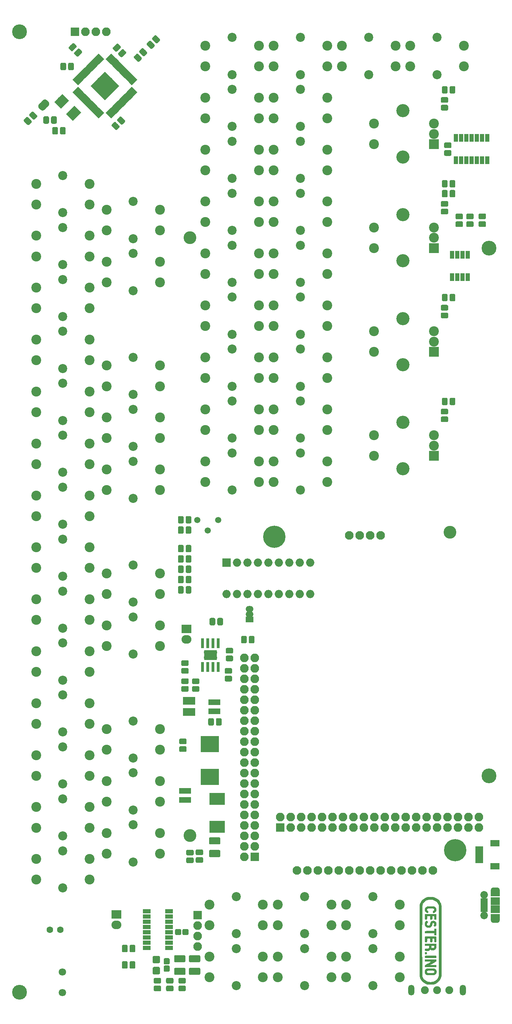
<source format=gbr>
G04 #@! TF.GenerationSoftware,KiCad,Pcbnew,(5.0.0)*
G04 #@! TF.CreationDate,2018-08-16T13:56:39+02:00*
G04 #@! TF.ProjectId,OTTOtact,4F54544F746163742E6B696361645F70,rev?*
G04 #@! TF.SameCoordinates,Original*
G04 #@! TF.FileFunction,Soldermask,Top*
G04 #@! TF.FilePolarity,Negative*
%FSLAX46Y46*%
G04 Gerber Fmt 4.6, Leading zero omitted, Abs format (unit mm)*
G04 Created by KiCad (PCBNEW (5.0.0)) date 08/16/18 13:56:39*
%MOMM*%
%LPD*%
G01*
G04 APERTURE LIST*
%ADD10C,0.010000*%
%ADD11C,1.600000*%
%ADD12C,5.400000*%
%ADD13C,2.100000*%
%ADD14C,3.600000*%
%ADD15C,3.100000*%
%ADD16O,2.100000X2.100000*%
%ADD17R,2.100000X2.100000*%
%ADD18C,0.500000*%
%ADD19C,0.100000*%
%ADD20R,2.400000X2.400000*%
%ADD21C,2.400000*%
%ADD22C,3.200000*%
%ADD23R,1.000000X1.950000*%
%ADD24R,1.000000X1.900000*%
%ADD25C,4.900000*%
%ADD26C,0.950000*%
%ADD27R,2.300000X1.600000*%
%ADD28O,2.300000X1.600000*%
%ADD29R,2.300000X1.900000*%
%ADD30C,1.850000*%
%ADD31R,1.750000X0.800000*%
%ADD32R,1.050000X1.960000*%
%ADD33C,0.770000*%
%ADD34R,0.640000X2.340000*%
%ADD35R,3.100000X2.400000*%
%ADD36O,2.400000X2.100000*%
%ADD37R,2.400000X2.100000*%
%ADD38C,2.200000*%
%ADD39C,1.375000*%
%ADD40R,1.900000X1.000000*%
%ADD41C,1.450000*%
%ADD42R,3.700000X2.900000*%
%ADD43R,1.050000X1.460000*%
%ADD44C,2.300000*%
%ADD45R,1.950000X1.000000*%
%ADD46R,2.200000X1.600000*%
%ADD47O,1.900000X1.450000*%
%ADD48R,1.900000X1.450000*%
%ADD49C,1.725000*%
%ADD50R,2.000000X2.000000*%
%ADD51O,2.000000X2.000000*%
%ADD52R,4.400000X3.900000*%
%ADD53C,1.520000*%
%ADD54C,1.800000*%
%ADD55O,1.500000X2.600000*%
%ADD56C,1.900000*%
%ADD57C,1.750000*%
G04 APERTURE END LIST*
D10*
G04 #@! TO.C,G\002A\002A\002A*
G36*
X169944913Y-196798971D02*
X169944748Y-197470223D01*
X169944443Y-198185288D01*
X169943999Y-198944896D01*
X169943418Y-199749776D01*
X169943253Y-199956021D01*
X169936462Y-208303385D01*
X169874976Y-208525826D01*
X169787433Y-208801317D01*
X169684460Y-209042429D01*
X169559833Y-209260041D01*
X169407326Y-209465030D01*
X169221710Y-209667275D01*
X169005567Y-209865957D01*
X168789198Y-210026405D01*
X168561870Y-210155356D01*
X168312848Y-210259544D01*
X168236096Y-210285744D01*
X168121129Y-210320669D01*
X168010987Y-210347573D01*
X167897609Y-210367234D01*
X167772930Y-210380426D01*
X167628889Y-210387928D01*
X167457421Y-210390516D01*
X167250465Y-210388967D01*
X167177098Y-210387755D01*
X167001499Y-210384272D01*
X166864188Y-210380471D01*
X166757272Y-210375599D01*
X166672861Y-210368899D01*
X166603061Y-210359618D01*
X166539982Y-210347001D01*
X166475730Y-210330293D01*
X166426644Y-210316002D01*
X166312146Y-210277253D01*
X166178456Y-210224998D01*
X166046934Y-210167823D01*
X165987917Y-210139704D01*
X165695966Y-209970412D01*
X165435779Y-209767738D01*
X165207877Y-209532310D01*
X165012778Y-209264753D01*
X164851005Y-208965695D01*
X164723077Y-208635763D01*
X164712928Y-208603567D01*
X164648644Y-208395748D01*
X164644403Y-199863658D01*
X164644037Y-199116587D01*
X164643712Y-198414281D01*
X164643432Y-197755323D01*
X164643204Y-197138297D01*
X164643034Y-196561784D01*
X164642928Y-196024368D01*
X164642892Y-195524633D01*
X164642932Y-195061161D01*
X164643055Y-194632535D01*
X164643267Y-194237339D01*
X164643573Y-193874155D01*
X164643980Y-193541567D01*
X164644495Y-193238157D01*
X164645122Y-192962509D01*
X164645869Y-192713205D01*
X164646741Y-192488830D01*
X164647745Y-192287965D01*
X164648887Y-192109195D01*
X164650173Y-191951101D01*
X164651608Y-191812267D01*
X164653200Y-191691277D01*
X164654954Y-191586712D01*
X164656877Y-191497157D01*
X164658974Y-191421194D01*
X164661252Y-191357407D01*
X164663717Y-191304378D01*
X164666375Y-191260691D01*
X164669232Y-191224928D01*
X164672295Y-191195673D01*
X164675569Y-191171509D01*
X164679060Y-191151018D01*
X164682233Y-191135294D01*
X164773353Y-190817017D01*
X164904357Y-190518398D01*
X165072069Y-190242407D01*
X165273312Y-189992013D01*
X165504910Y-189770188D01*
X165763684Y-189579899D01*
X166046459Y-189424119D01*
X166350057Y-189305815D01*
X166671303Y-189227959D01*
X166732906Y-189218155D01*
X166856144Y-189205691D01*
X167010435Y-189198583D01*
X167185562Y-189196501D01*
X167371312Y-189199117D01*
X167505007Y-189204131D01*
X167505007Y-189797557D01*
X167371695Y-189798645D01*
X167215071Y-189801476D01*
X167045674Y-189805446D01*
X166914372Y-189810064D01*
X166813079Y-189816104D01*
X166733709Y-189824342D01*
X166668175Y-189835552D01*
X166608391Y-189850510D01*
X166565189Y-189863768D01*
X166289507Y-189975817D01*
X166038632Y-190123789D01*
X165815583Y-190304184D01*
X165623372Y-190513502D01*
X165465017Y-190748243D01*
X165343533Y-191004908D01*
X165261935Y-191279997D01*
X165240056Y-191401738D01*
X165238107Y-191438157D01*
X165236243Y-191518742D01*
X165234462Y-191641474D01*
X165232765Y-191804337D01*
X165231153Y-192005315D01*
X165229626Y-192242389D01*
X165228183Y-192513544D01*
X165226825Y-192816763D01*
X165225552Y-193150027D01*
X165224364Y-193511322D01*
X165223261Y-193898629D01*
X165222243Y-194309932D01*
X165221311Y-194743214D01*
X165220465Y-195196458D01*
X165219704Y-195667647D01*
X165219029Y-196154765D01*
X165218440Y-196655793D01*
X165217938Y-197168716D01*
X165217521Y-197691517D01*
X165217191Y-198222178D01*
X165216948Y-198758683D01*
X165216791Y-199299014D01*
X165216721Y-199841156D01*
X165216738Y-200383090D01*
X165216842Y-200922801D01*
X165217034Y-201458271D01*
X165217313Y-201987483D01*
X165217679Y-202508420D01*
X165218133Y-203019066D01*
X165218674Y-203517403D01*
X165219304Y-204001415D01*
X165220021Y-204469085D01*
X165220827Y-204918396D01*
X165221721Y-205347331D01*
X165222704Y-205753873D01*
X165223775Y-206136005D01*
X165224935Y-206491710D01*
X165226183Y-206818971D01*
X165227521Y-207115772D01*
X165228947Y-207380096D01*
X165230463Y-207609925D01*
X165232069Y-207803243D01*
X165233764Y-207958033D01*
X165235548Y-208072278D01*
X165237423Y-208143961D01*
X165238935Y-208168941D01*
X165300333Y-208456490D01*
X165401996Y-208724739D01*
X165540969Y-208970652D01*
X165714295Y-209191194D01*
X165919016Y-209383332D01*
X166152178Y-209544031D01*
X166410822Y-209670256D01*
X166691993Y-209758972D01*
X166812077Y-209783622D01*
X166941644Y-209799696D01*
X167098726Y-209809042D01*
X167271505Y-209811925D01*
X167448164Y-209808612D01*
X167616887Y-209799366D01*
X167765856Y-209784452D01*
X167883256Y-209764137D01*
X167903042Y-209759142D01*
X168130540Y-209686441D01*
X168328213Y-209597703D01*
X168508957Y-209485397D01*
X168685664Y-209341995D01*
X168794385Y-209238622D01*
X168898220Y-209131896D01*
X168976340Y-209042174D01*
X169038426Y-208956795D01*
X169094161Y-208863102D01*
X169122350Y-208809810D01*
X169177091Y-208694570D01*
X169229926Y-208568389D01*
X169272024Y-208452840D01*
X169283063Y-208417264D01*
X169336098Y-208234112D01*
X169336098Y-199794385D01*
X169336092Y-199051509D01*
X169336067Y-198353398D01*
X169336018Y-197698635D01*
X169335938Y-197085805D01*
X169335819Y-196513490D01*
X169335655Y-195980275D01*
X169335438Y-195484741D01*
X169335162Y-195025473D01*
X169334821Y-194601054D01*
X169334406Y-194210068D01*
X169333912Y-193851097D01*
X169333330Y-193522726D01*
X169332656Y-193223538D01*
X169331881Y-192952116D01*
X169330998Y-192707043D01*
X169330001Y-192486904D01*
X169328883Y-192290280D01*
X169327638Y-192115757D01*
X169326257Y-191961917D01*
X169324734Y-191827343D01*
X169323063Y-191710620D01*
X169321235Y-191610329D01*
X169319246Y-191525056D01*
X169317087Y-191453383D01*
X169314752Y-191393894D01*
X169312233Y-191345171D01*
X169309525Y-191305800D01*
X169306620Y-191274362D01*
X169303510Y-191249441D01*
X169300190Y-191229621D01*
X169296653Y-191213486D01*
X169294307Y-191204567D01*
X169202607Y-190951405D01*
X169073250Y-190705896D01*
X168913131Y-190478615D01*
X168729144Y-190280138D01*
X168642566Y-190204789D01*
X168497542Y-190103073D01*
X168323284Y-190005476D01*
X168136560Y-189920201D01*
X167954138Y-189855452D01*
X167896253Y-189839616D01*
X167826247Y-189823277D01*
X167760659Y-189811380D01*
X167690949Y-189803447D01*
X167608579Y-189798999D01*
X167505007Y-189797557D01*
X167505007Y-189204131D01*
X167557470Y-189206099D01*
X167733822Y-189217119D01*
X167890154Y-189231846D01*
X168016250Y-189249952D01*
X168069221Y-189261283D01*
X168391052Y-189366165D01*
X168690262Y-189511206D01*
X168967639Y-189696857D01*
X169211240Y-189910845D01*
X169370118Y-190080012D01*
X169499833Y-190246586D01*
X169612248Y-190427372D01*
X169706925Y-190612917D01*
X169805846Y-190849981D01*
X169874573Y-191084332D01*
X169919015Y-191336900D01*
X169924730Y-191384482D01*
X169927191Y-191422483D01*
X169929484Y-191491901D01*
X169931613Y-191593463D01*
X169933577Y-191727900D01*
X169935379Y-191895941D01*
X169937020Y-192098315D01*
X169938502Y-192335751D01*
X169939826Y-192608978D01*
X169940995Y-192918726D01*
X169942009Y-193265724D01*
X169942870Y-193650702D01*
X169943579Y-194074388D01*
X169944139Y-194537512D01*
X169944551Y-195040803D01*
X169944816Y-195584990D01*
X169944937Y-196170803D01*
X169944913Y-196798971D01*
X169944913Y-196798971D01*
G37*
X169944913Y-196798971D02*
X169944748Y-197470223D01*
X169944443Y-198185288D01*
X169943999Y-198944896D01*
X169943418Y-199749776D01*
X169943253Y-199956021D01*
X169936462Y-208303385D01*
X169874976Y-208525826D01*
X169787433Y-208801317D01*
X169684460Y-209042429D01*
X169559833Y-209260041D01*
X169407326Y-209465030D01*
X169221710Y-209667275D01*
X169005567Y-209865957D01*
X168789198Y-210026405D01*
X168561870Y-210155356D01*
X168312848Y-210259544D01*
X168236096Y-210285744D01*
X168121129Y-210320669D01*
X168010987Y-210347573D01*
X167897609Y-210367234D01*
X167772930Y-210380426D01*
X167628889Y-210387928D01*
X167457421Y-210390516D01*
X167250465Y-210388967D01*
X167177098Y-210387755D01*
X167001499Y-210384272D01*
X166864188Y-210380471D01*
X166757272Y-210375599D01*
X166672861Y-210368899D01*
X166603061Y-210359618D01*
X166539982Y-210347001D01*
X166475730Y-210330293D01*
X166426644Y-210316002D01*
X166312146Y-210277253D01*
X166178456Y-210224998D01*
X166046934Y-210167823D01*
X165987917Y-210139704D01*
X165695966Y-209970412D01*
X165435779Y-209767738D01*
X165207877Y-209532310D01*
X165012778Y-209264753D01*
X164851005Y-208965695D01*
X164723077Y-208635763D01*
X164712928Y-208603567D01*
X164648644Y-208395748D01*
X164644403Y-199863658D01*
X164644037Y-199116587D01*
X164643712Y-198414281D01*
X164643432Y-197755323D01*
X164643204Y-197138297D01*
X164643034Y-196561784D01*
X164642928Y-196024368D01*
X164642892Y-195524633D01*
X164642932Y-195061161D01*
X164643055Y-194632535D01*
X164643267Y-194237339D01*
X164643573Y-193874155D01*
X164643980Y-193541567D01*
X164644495Y-193238157D01*
X164645122Y-192962509D01*
X164645869Y-192713205D01*
X164646741Y-192488830D01*
X164647745Y-192287965D01*
X164648887Y-192109195D01*
X164650173Y-191951101D01*
X164651608Y-191812267D01*
X164653200Y-191691277D01*
X164654954Y-191586712D01*
X164656877Y-191497157D01*
X164658974Y-191421194D01*
X164661252Y-191357407D01*
X164663717Y-191304378D01*
X164666375Y-191260691D01*
X164669232Y-191224928D01*
X164672295Y-191195673D01*
X164675569Y-191171509D01*
X164679060Y-191151018D01*
X164682233Y-191135294D01*
X164773353Y-190817017D01*
X164904357Y-190518398D01*
X165072069Y-190242407D01*
X165273312Y-189992013D01*
X165504910Y-189770188D01*
X165763684Y-189579899D01*
X166046459Y-189424119D01*
X166350057Y-189305815D01*
X166671303Y-189227959D01*
X166732906Y-189218155D01*
X166856144Y-189205691D01*
X167010435Y-189198583D01*
X167185562Y-189196501D01*
X167371312Y-189199117D01*
X167505007Y-189204131D01*
X167505007Y-189797557D01*
X167371695Y-189798645D01*
X167215071Y-189801476D01*
X167045674Y-189805446D01*
X166914372Y-189810064D01*
X166813079Y-189816104D01*
X166733709Y-189824342D01*
X166668175Y-189835552D01*
X166608391Y-189850510D01*
X166565189Y-189863768D01*
X166289507Y-189975817D01*
X166038632Y-190123789D01*
X165815583Y-190304184D01*
X165623372Y-190513502D01*
X165465017Y-190748243D01*
X165343533Y-191004908D01*
X165261935Y-191279997D01*
X165240056Y-191401738D01*
X165238107Y-191438157D01*
X165236243Y-191518742D01*
X165234462Y-191641474D01*
X165232765Y-191804337D01*
X165231153Y-192005315D01*
X165229626Y-192242389D01*
X165228183Y-192513544D01*
X165226825Y-192816763D01*
X165225552Y-193150027D01*
X165224364Y-193511322D01*
X165223261Y-193898629D01*
X165222243Y-194309932D01*
X165221311Y-194743214D01*
X165220465Y-195196458D01*
X165219704Y-195667647D01*
X165219029Y-196154765D01*
X165218440Y-196655793D01*
X165217938Y-197168716D01*
X165217521Y-197691517D01*
X165217191Y-198222178D01*
X165216948Y-198758683D01*
X165216791Y-199299014D01*
X165216721Y-199841156D01*
X165216738Y-200383090D01*
X165216842Y-200922801D01*
X165217034Y-201458271D01*
X165217313Y-201987483D01*
X165217679Y-202508420D01*
X165218133Y-203019066D01*
X165218674Y-203517403D01*
X165219304Y-204001415D01*
X165220021Y-204469085D01*
X165220827Y-204918396D01*
X165221721Y-205347331D01*
X165222704Y-205753873D01*
X165223775Y-206136005D01*
X165224935Y-206491710D01*
X165226183Y-206818971D01*
X165227521Y-207115772D01*
X165228947Y-207380096D01*
X165230463Y-207609925D01*
X165232069Y-207803243D01*
X165233764Y-207958033D01*
X165235548Y-208072278D01*
X165237423Y-208143961D01*
X165238935Y-208168941D01*
X165300333Y-208456490D01*
X165401996Y-208724739D01*
X165540969Y-208970652D01*
X165714295Y-209191194D01*
X165919016Y-209383332D01*
X166152178Y-209544031D01*
X166410822Y-209670256D01*
X166691993Y-209758972D01*
X166812077Y-209783622D01*
X166941644Y-209799696D01*
X167098726Y-209809042D01*
X167271505Y-209811925D01*
X167448164Y-209808612D01*
X167616887Y-209799366D01*
X167765856Y-209784452D01*
X167883256Y-209764137D01*
X167903042Y-209759142D01*
X168130540Y-209686441D01*
X168328213Y-209597703D01*
X168508957Y-209485397D01*
X168685664Y-209341995D01*
X168794385Y-209238622D01*
X168898220Y-209131896D01*
X168976340Y-209042174D01*
X169038426Y-208956795D01*
X169094161Y-208863102D01*
X169122350Y-208809810D01*
X169177091Y-208694570D01*
X169229926Y-208568389D01*
X169272024Y-208452840D01*
X169283063Y-208417264D01*
X169336098Y-208234112D01*
X169336098Y-199794385D01*
X169336092Y-199051509D01*
X169336067Y-198353398D01*
X169336018Y-197698635D01*
X169335938Y-197085805D01*
X169335819Y-196513490D01*
X169335655Y-195980275D01*
X169335438Y-195484741D01*
X169335162Y-195025473D01*
X169334821Y-194601054D01*
X169334406Y-194210068D01*
X169333912Y-193851097D01*
X169333330Y-193522726D01*
X169332656Y-193223538D01*
X169331881Y-192952116D01*
X169330998Y-192707043D01*
X169330001Y-192486904D01*
X169328883Y-192290280D01*
X169327638Y-192115757D01*
X169326257Y-191961917D01*
X169324734Y-191827343D01*
X169323063Y-191710620D01*
X169321235Y-191610329D01*
X169319246Y-191525056D01*
X169317087Y-191453383D01*
X169314752Y-191393894D01*
X169312233Y-191345171D01*
X169309525Y-191305800D01*
X169306620Y-191274362D01*
X169303510Y-191249441D01*
X169300190Y-191229621D01*
X169296653Y-191213486D01*
X169294307Y-191204567D01*
X169202607Y-190951405D01*
X169073250Y-190705896D01*
X168913131Y-190478615D01*
X168729144Y-190280138D01*
X168642566Y-190204789D01*
X168497542Y-190103073D01*
X168323284Y-190005476D01*
X168136560Y-189920201D01*
X167954138Y-189855452D01*
X167896253Y-189839616D01*
X167826247Y-189823277D01*
X167760659Y-189811380D01*
X167690949Y-189803447D01*
X167608579Y-189798999D01*
X167505007Y-189797557D01*
X167505007Y-189204131D01*
X167557470Y-189206099D01*
X167733822Y-189217119D01*
X167890154Y-189231846D01*
X168016250Y-189249952D01*
X168069221Y-189261283D01*
X168391052Y-189366165D01*
X168690262Y-189511206D01*
X168967639Y-189696857D01*
X169211240Y-189910845D01*
X169370118Y-190080012D01*
X169499833Y-190246586D01*
X169612248Y-190427372D01*
X169706925Y-190612917D01*
X169805846Y-190849981D01*
X169874573Y-191084332D01*
X169919015Y-191336900D01*
X169924730Y-191384482D01*
X169927191Y-191422483D01*
X169929484Y-191491901D01*
X169931613Y-191593463D01*
X169933577Y-191727900D01*
X169935379Y-191895941D01*
X169937020Y-192098315D01*
X169938502Y-192335751D01*
X169939826Y-192608978D01*
X169940995Y-192918726D01*
X169942009Y-193265724D01*
X169942870Y-193650702D01*
X169943579Y-194074388D01*
X169944139Y-194537512D01*
X169944551Y-195040803D01*
X169944816Y-195584990D01*
X169944937Y-196170803D01*
X169944913Y-196798971D01*
G36*
X168644173Y-192380736D02*
X168605958Y-192537950D01*
X168532063Y-192678479D01*
X168468748Y-192759360D01*
X168384919Y-192838703D01*
X168287705Y-192905817D01*
X168185404Y-192957791D01*
X168086318Y-192991714D01*
X167998745Y-193004676D01*
X167930986Y-192993767D01*
X167893729Y-192960994D01*
X167880776Y-192914293D01*
X167872096Y-192839910D01*
X167869826Y-192776266D01*
X167875247Y-192681741D01*
X167897507Y-192616699D01*
X167945601Y-192566300D01*
X168027364Y-192516326D01*
X168115124Y-192445433D01*
X168170235Y-192351424D01*
X168189808Y-192245425D01*
X168170958Y-192138558D01*
X168140684Y-192079663D01*
X168109655Y-192035945D01*
X168077745Y-192001050D01*
X168039592Y-191973987D01*
X167989837Y-191953762D01*
X167923118Y-191939384D01*
X167834077Y-191929860D01*
X167717351Y-191924197D01*
X167567582Y-191921403D01*
X167379409Y-191920486D01*
X167280647Y-191920421D01*
X167072209Y-191920731D01*
X166904714Y-191922471D01*
X166772926Y-191926815D01*
X166671606Y-191934939D01*
X166595518Y-191948017D01*
X166539424Y-191967224D01*
X166498086Y-191993735D01*
X166466267Y-192028725D01*
X166438729Y-192073369D01*
X166417678Y-192114007D01*
X166385907Y-192183208D01*
X166374883Y-192233579D01*
X166381884Y-192286067D01*
X166391051Y-192318842D01*
X166422781Y-192388560D01*
X166471160Y-192457241D01*
X166525381Y-192512488D01*
X166574641Y-192541904D01*
X166587143Y-192543839D01*
X166639325Y-192565132D01*
X166673909Y-192628541D01*
X166690593Y-192733360D01*
X166692189Y-192789267D01*
X166688264Y-192891481D01*
X166673029Y-192956017D01*
X166641298Y-192990973D01*
X166587884Y-193004445D01*
X166553559Y-193005658D01*
X166446167Y-192985880D01*
X166329290Y-192931538D01*
X166212543Y-192850114D01*
X166105536Y-192749092D01*
X166017882Y-192635957D01*
X165973333Y-192553895D01*
X165941417Y-192450240D01*
X165921687Y-192322248D01*
X165915898Y-192190553D01*
X165925800Y-192075793D01*
X165930773Y-192052799D01*
X165997251Y-191880943D01*
X166102216Y-191729306D01*
X166239948Y-191604751D01*
X166365500Y-191531256D01*
X166495917Y-191470112D01*
X168089189Y-191470112D01*
X168219457Y-191534085D01*
X168359248Y-191624800D01*
X168484873Y-191748103D01*
X168582664Y-191890400D01*
X168588140Y-191900771D01*
X168620001Y-191980050D01*
X168639658Y-192076910D01*
X168649722Y-192197476D01*
X168644173Y-192380736D01*
X168644173Y-192380736D01*
G37*
X168644173Y-192380736D02*
X168605958Y-192537950D01*
X168532063Y-192678479D01*
X168468748Y-192759360D01*
X168384919Y-192838703D01*
X168287705Y-192905817D01*
X168185404Y-192957791D01*
X168086318Y-192991714D01*
X167998745Y-193004676D01*
X167930986Y-192993767D01*
X167893729Y-192960994D01*
X167880776Y-192914293D01*
X167872096Y-192839910D01*
X167869826Y-192776266D01*
X167875247Y-192681741D01*
X167897507Y-192616699D01*
X167945601Y-192566300D01*
X168027364Y-192516326D01*
X168115124Y-192445433D01*
X168170235Y-192351424D01*
X168189808Y-192245425D01*
X168170958Y-192138558D01*
X168140684Y-192079663D01*
X168109655Y-192035945D01*
X168077745Y-192001050D01*
X168039592Y-191973987D01*
X167989837Y-191953762D01*
X167923118Y-191939384D01*
X167834077Y-191929860D01*
X167717351Y-191924197D01*
X167567582Y-191921403D01*
X167379409Y-191920486D01*
X167280647Y-191920421D01*
X167072209Y-191920731D01*
X166904714Y-191922471D01*
X166772926Y-191926815D01*
X166671606Y-191934939D01*
X166595518Y-191948017D01*
X166539424Y-191967224D01*
X166498086Y-191993735D01*
X166466267Y-192028725D01*
X166438729Y-192073369D01*
X166417678Y-192114007D01*
X166385907Y-192183208D01*
X166374883Y-192233579D01*
X166381884Y-192286067D01*
X166391051Y-192318842D01*
X166422781Y-192388560D01*
X166471160Y-192457241D01*
X166525381Y-192512488D01*
X166574641Y-192541904D01*
X166587143Y-192543839D01*
X166639325Y-192565132D01*
X166673909Y-192628541D01*
X166690593Y-192733360D01*
X166692189Y-192789267D01*
X166688264Y-192891481D01*
X166673029Y-192956017D01*
X166641298Y-192990973D01*
X166587884Y-193004445D01*
X166553559Y-193005658D01*
X166446167Y-192985880D01*
X166329290Y-192931538D01*
X166212543Y-192850114D01*
X166105536Y-192749092D01*
X166017882Y-192635957D01*
X165973333Y-192553895D01*
X165941417Y-192450240D01*
X165921687Y-192322248D01*
X165915898Y-192190553D01*
X165925800Y-192075793D01*
X165930773Y-192052799D01*
X165997251Y-191880943D01*
X166102216Y-191729306D01*
X166239948Y-191604751D01*
X166365500Y-191531256D01*
X166495917Y-191470112D01*
X168089189Y-191470112D01*
X168219457Y-191534085D01*
X168359248Y-191624800D01*
X168484873Y-191748103D01*
X168582664Y-191890400D01*
X168588140Y-191900771D01*
X168620001Y-191980050D01*
X168639658Y-192076910D01*
X168649722Y-192197476D01*
X168644173Y-192380736D01*
G36*
X168664109Y-195829482D02*
X168655709Y-195910643D01*
X168637958Y-195978893D01*
X168607908Y-196050802D01*
X168606565Y-196053658D01*
X168549350Y-196156904D01*
X168485553Y-196242819D01*
X168422441Y-196303267D01*
X168367280Y-196330112D01*
X168359089Y-196330748D01*
X168317462Y-196316989D01*
X168255343Y-196281155D01*
X168195172Y-196237848D01*
X168118594Y-196167595D01*
X168082486Y-196103571D01*
X168085333Y-196035102D01*
X168125620Y-195951515D01*
X168149375Y-195915112D01*
X168192201Y-195844894D01*
X168210742Y-195786520D01*
X168211397Y-195717319D01*
X168209968Y-195700442D01*
X168180699Y-195589535D01*
X168120750Y-195505620D01*
X168037662Y-195453586D01*
X167938977Y-195438325D01*
X167840781Y-195461015D01*
X167788500Y-195487603D01*
X167750592Y-195522422D01*
X167722412Y-195574535D01*
X167699312Y-195653007D01*
X167676646Y-195766902D01*
X167672807Y-195788686D01*
X167615651Y-196008867D01*
X167526650Y-196195732D01*
X167405531Y-196349668D01*
X167252023Y-196471059D01*
X167156357Y-196522844D01*
X167073708Y-196558659D01*
X167002451Y-196579672D01*
X166923899Y-196589632D01*
X166819365Y-196592283D01*
X166809993Y-196592292D01*
X166705236Y-196589162D01*
X166606154Y-196580876D01*
X166530918Y-196569072D01*
X166519007Y-196566063D01*
X166359330Y-196499292D01*
X166211861Y-196397243D01*
X166086376Y-196268927D01*
X165992652Y-196123355D01*
X165963101Y-196053658D01*
X165938157Y-195952759D01*
X165922108Y-195825885D01*
X165915694Y-195690190D01*
X165919652Y-195562829D01*
X165934720Y-195460957D01*
X165937195Y-195451662D01*
X166009298Y-195277673D01*
X166120098Y-195118189D01*
X166193588Y-195042102D01*
X166271502Y-194977658D01*
X166334459Y-194948291D01*
X166391699Y-194955296D01*
X166452460Y-194999967D01*
X166525982Y-195083600D01*
X166530557Y-195089328D01*
X166578658Y-195154543D01*
X166612065Y-195209017D01*
X166622917Y-195237936D01*
X166608027Y-195270573D01*
X166569118Y-195323932D01*
X166518349Y-195382336D01*
X166433907Y-195499236D01*
X166386468Y-195623861D01*
X166374429Y-195748984D01*
X166396185Y-195867378D01*
X166450131Y-195971817D01*
X166534661Y-196055074D01*
X166648172Y-196109922D01*
X166681841Y-196118554D01*
X166823380Y-196132720D01*
X166943359Y-196108954D01*
X167043027Y-196046122D01*
X167123631Y-195943092D01*
X167186421Y-195798732D01*
X167231095Y-195620221D01*
X167284329Y-195420740D01*
X167362197Y-195259957D01*
X167465943Y-195136751D01*
X167596809Y-195050001D01*
X167756036Y-194998587D01*
X167939098Y-194981414D01*
X168106688Y-194992267D01*
X168246185Y-195030460D01*
X168369695Y-195100601D01*
X168463075Y-195180799D01*
X168558522Y-195292611D01*
X168621454Y-195413906D01*
X168655952Y-195555497D01*
X168666104Y-195718839D01*
X168664109Y-195829482D01*
X168664109Y-195829482D01*
G37*
X168664109Y-195829482D02*
X168655709Y-195910643D01*
X168637958Y-195978893D01*
X168607908Y-196050802D01*
X168606565Y-196053658D01*
X168549350Y-196156904D01*
X168485553Y-196242819D01*
X168422441Y-196303267D01*
X168367280Y-196330112D01*
X168359089Y-196330748D01*
X168317462Y-196316989D01*
X168255343Y-196281155D01*
X168195172Y-196237848D01*
X168118594Y-196167595D01*
X168082486Y-196103571D01*
X168085333Y-196035102D01*
X168125620Y-195951515D01*
X168149375Y-195915112D01*
X168192201Y-195844894D01*
X168210742Y-195786520D01*
X168211397Y-195717319D01*
X168209968Y-195700442D01*
X168180699Y-195589535D01*
X168120750Y-195505620D01*
X168037662Y-195453586D01*
X167938977Y-195438325D01*
X167840781Y-195461015D01*
X167788500Y-195487603D01*
X167750592Y-195522422D01*
X167722412Y-195574535D01*
X167699312Y-195653007D01*
X167676646Y-195766902D01*
X167672807Y-195788686D01*
X167615651Y-196008867D01*
X167526650Y-196195732D01*
X167405531Y-196349668D01*
X167252023Y-196471059D01*
X167156357Y-196522844D01*
X167073708Y-196558659D01*
X167002451Y-196579672D01*
X166923899Y-196589632D01*
X166819365Y-196592283D01*
X166809993Y-196592292D01*
X166705236Y-196589162D01*
X166606154Y-196580876D01*
X166530918Y-196569072D01*
X166519007Y-196566063D01*
X166359330Y-196499292D01*
X166211861Y-196397243D01*
X166086376Y-196268927D01*
X165992652Y-196123355D01*
X165963101Y-196053658D01*
X165938157Y-195952759D01*
X165922108Y-195825885D01*
X165915694Y-195690190D01*
X165919652Y-195562829D01*
X165934720Y-195460957D01*
X165937195Y-195451662D01*
X166009298Y-195277673D01*
X166120098Y-195118189D01*
X166193588Y-195042102D01*
X166271502Y-194977658D01*
X166334459Y-194948291D01*
X166391699Y-194955296D01*
X166452460Y-194999967D01*
X166525982Y-195083600D01*
X166530557Y-195089328D01*
X166578658Y-195154543D01*
X166612065Y-195209017D01*
X166622917Y-195237936D01*
X166608027Y-195270573D01*
X166569118Y-195323932D01*
X166518349Y-195382336D01*
X166433907Y-195499236D01*
X166386468Y-195623861D01*
X166374429Y-195748984D01*
X166396185Y-195867378D01*
X166450131Y-195971817D01*
X166534661Y-196055074D01*
X166648172Y-196109922D01*
X166681841Y-196118554D01*
X166823380Y-196132720D01*
X166943359Y-196108954D01*
X167043027Y-196046122D01*
X167123631Y-195943092D01*
X167186421Y-195798732D01*
X167231095Y-195620221D01*
X167284329Y-195420740D01*
X167362197Y-195259957D01*
X167465943Y-195136751D01*
X167596809Y-195050001D01*
X167756036Y-194998587D01*
X167939098Y-194981414D01*
X168106688Y-194992267D01*
X168246185Y-195030460D01*
X168369695Y-195100601D01*
X168463075Y-195180799D01*
X168558522Y-195292611D01*
X168621454Y-195413906D01*
X168655952Y-195555497D01*
X168666104Y-195718839D01*
X168664109Y-195829482D01*
G36*
X168710009Y-207431271D02*
X168699844Y-207513142D01*
X168678762Y-207585277D01*
X168651500Y-207648710D01*
X168553038Y-207806176D01*
X168420384Y-207938246D01*
X168265788Y-208034423D01*
X168135371Y-208095567D01*
X167364897Y-208102768D01*
X167153869Y-208104586D01*
X166983386Y-208105520D01*
X166847817Y-208105323D01*
X166741529Y-208103752D01*
X166658891Y-208100562D01*
X166594271Y-208095508D01*
X166542037Y-208088346D01*
X166496557Y-208078830D01*
X166452199Y-208066716D01*
X166438143Y-208062501D01*
X166272875Y-207988716D01*
X166129133Y-207876359D01*
X166012763Y-207730293D01*
X165988028Y-207687974D01*
X165953717Y-207618677D01*
X165932390Y-207553904D01*
X165920409Y-207477469D01*
X165914133Y-207373182D01*
X165913544Y-207356658D01*
X165914105Y-207214668D01*
X165926115Y-207107628D01*
X165937659Y-207065303D01*
X166023007Y-206898299D01*
X166143050Y-206753160D01*
X166289652Y-206638763D01*
X166366090Y-206597829D01*
X166395592Y-206584950D01*
X166426034Y-206574529D01*
X166462414Y-206566306D01*
X166509730Y-206560022D01*
X166572980Y-206555417D01*
X166657163Y-206552230D01*
X166767276Y-206550202D01*
X166908319Y-206549074D01*
X167085288Y-206548585D01*
X167303183Y-206548476D01*
X167310613Y-206548476D01*
X167310613Y-206998784D01*
X167112490Y-206999056D01*
X166955059Y-207000043D01*
X166832835Y-207002038D01*
X166740329Y-207005334D01*
X166672055Y-207010225D01*
X166622525Y-207017004D01*
X166586253Y-207025963D01*
X166557751Y-207037396D01*
X166554104Y-207039193D01*
X166465178Y-207105609D01*
X166400715Y-207196757D01*
X166370157Y-207298217D01*
X166368917Y-207322021D01*
X166385334Y-207411100D01*
X166421331Y-207486015D01*
X166451379Y-207528875D01*
X166481682Y-207563338D01*
X166517366Y-207590264D01*
X166563555Y-207610515D01*
X166625375Y-207624951D01*
X166707952Y-207634435D01*
X166816410Y-207639827D01*
X166955876Y-207641988D01*
X167131474Y-207641780D01*
X167338735Y-207640150D01*
X167537787Y-207638238D01*
X167695998Y-207636258D01*
X167818706Y-207633812D01*
X167911250Y-207630502D01*
X167978970Y-207625930D01*
X168027204Y-207619698D01*
X168061291Y-207611408D01*
X168086570Y-207600661D01*
X168108381Y-207587060D01*
X168115206Y-207582249D01*
X168200564Y-207496097D01*
X168246389Y-207392787D01*
X168251184Y-207281145D01*
X168213455Y-207169999D01*
X168191082Y-207134462D01*
X168162898Y-207097809D01*
X168132642Y-207068412D01*
X168095144Y-207045474D01*
X168045233Y-207028198D01*
X167977739Y-207015787D01*
X167887491Y-207007445D01*
X167769319Y-207002374D01*
X167618053Y-206999779D01*
X167428521Y-206998862D01*
X167310613Y-206998784D01*
X167310613Y-206548476D01*
X167315644Y-206548476D01*
X167535193Y-206548538D01*
X167713545Y-206548912D01*
X167855681Y-206549876D01*
X167966585Y-206551711D01*
X168051241Y-206554695D01*
X168114631Y-206559109D01*
X168161740Y-206565230D01*
X168197550Y-206573340D01*
X168227045Y-206583716D01*
X168255209Y-206596640D01*
X168265514Y-206601737D01*
X168425472Y-206702389D01*
X168550225Y-206829699D01*
X168636629Y-206970368D01*
X168675347Y-207054250D01*
X168698201Y-207123379D01*
X168709250Y-207196506D01*
X168712553Y-207292382D01*
X168712644Y-207321536D01*
X168710009Y-207431271D01*
X168710009Y-207431271D01*
G37*
X168710009Y-207431271D02*
X168699844Y-207513142D01*
X168678762Y-207585277D01*
X168651500Y-207648710D01*
X168553038Y-207806176D01*
X168420384Y-207938246D01*
X168265788Y-208034423D01*
X168135371Y-208095567D01*
X167364897Y-208102768D01*
X167153869Y-208104586D01*
X166983386Y-208105520D01*
X166847817Y-208105323D01*
X166741529Y-208103752D01*
X166658891Y-208100562D01*
X166594271Y-208095508D01*
X166542037Y-208088346D01*
X166496557Y-208078830D01*
X166452199Y-208066716D01*
X166438143Y-208062501D01*
X166272875Y-207988716D01*
X166129133Y-207876359D01*
X166012763Y-207730293D01*
X165988028Y-207687974D01*
X165953717Y-207618677D01*
X165932390Y-207553904D01*
X165920409Y-207477469D01*
X165914133Y-207373182D01*
X165913544Y-207356658D01*
X165914105Y-207214668D01*
X165926115Y-207107628D01*
X165937659Y-207065303D01*
X166023007Y-206898299D01*
X166143050Y-206753160D01*
X166289652Y-206638763D01*
X166366090Y-206597829D01*
X166395592Y-206584950D01*
X166426034Y-206574529D01*
X166462414Y-206566306D01*
X166509730Y-206560022D01*
X166572980Y-206555417D01*
X166657163Y-206552230D01*
X166767276Y-206550202D01*
X166908319Y-206549074D01*
X167085288Y-206548585D01*
X167303183Y-206548476D01*
X167310613Y-206548476D01*
X167310613Y-206998784D01*
X167112490Y-206999056D01*
X166955059Y-207000043D01*
X166832835Y-207002038D01*
X166740329Y-207005334D01*
X166672055Y-207010225D01*
X166622525Y-207017004D01*
X166586253Y-207025963D01*
X166557751Y-207037396D01*
X166554104Y-207039193D01*
X166465178Y-207105609D01*
X166400715Y-207196757D01*
X166370157Y-207298217D01*
X166368917Y-207322021D01*
X166385334Y-207411100D01*
X166421331Y-207486015D01*
X166451379Y-207528875D01*
X166481682Y-207563338D01*
X166517366Y-207590264D01*
X166563555Y-207610515D01*
X166625375Y-207624951D01*
X166707952Y-207634435D01*
X166816410Y-207639827D01*
X166955876Y-207641988D01*
X167131474Y-207641780D01*
X167338735Y-207640150D01*
X167537787Y-207638238D01*
X167695998Y-207636258D01*
X167818706Y-207633812D01*
X167911250Y-207630502D01*
X167978970Y-207625930D01*
X168027204Y-207619698D01*
X168061291Y-207611408D01*
X168086570Y-207600661D01*
X168108381Y-207587060D01*
X168115206Y-207582249D01*
X168200564Y-207496097D01*
X168246389Y-207392787D01*
X168251184Y-207281145D01*
X168213455Y-207169999D01*
X168191082Y-207134462D01*
X168162898Y-207097809D01*
X168132642Y-207068412D01*
X168095144Y-207045474D01*
X168045233Y-207028198D01*
X167977739Y-207015787D01*
X167887491Y-207007445D01*
X167769319Y-207002374D01*
X167618053Y-206999779D01*
X167428521Y-206998862D01*
X167310613Y-206998784D01*
X167310613Y-206548476D01*
X167315644Y-206548476D01*
X167535193Y-206548538D01*
X167713545Y-206548912D01*
X167855681Y-206549876D01*
X167966585Y-206551711D01*
X168051241Y-206554695D01*
X168114631Y-206559109D01*
X168161740Y-206565230D01*
X168197550Y-206573340D01*
X168227045Y-206583716D01*
X168255209Y-206596640D01*
X168265514Y-206601737D01*
X168425472Y-206702389D01*
X168550225Y-206829699D01*
X168636629Y-206970368D01*
X168675347Y-207054250D01*
X168698201Y-207123379D01*
X168709250Y-207196506D01*
X168712553Y-207292382D01*
X168712644Y-207321536D01*
X168710009Y-207431271D01*
G36*
X168678007Y-197670021D02*
X168678231Y-197881472D01*
X168678035Y-198051289D01*
X168676118Y-198184012D01*
X168671179Y-198284180D01*
X168661918Y-198356333D01*
X168647033Y-198405010D01*
X168625224Y-198434752D01*
X168595189Y-198450097D01*
X168555629Y-198455585D01*
X168505241Y-198455756D01*
X168453030Y-198455112D01*
X168362956Y-198452308D01*
X168300603Y-198439077D01*
X168260530Y-198408193D01*
X168237299Y-198352428D01*
X168225471Y-198264555D01*
X168219860Y-198145284D01*
X168211986Y-197900930D01*
X167098797Y-197900930D01*
X166825062Y-197900628D01*
X166594667Y-197899676D01*
X166404776Y-197898004D01*
X166252551Y-197895544D01*
X166135155Y-197892227D01*
X166049749Y-197887984D01*
X165993498Y-197882746D01*
X165963562Y-197876445D01*
X165957898Y-197873221D01*
X165942857Y-197834424D01*
X165933222Y-197758831D01*
X165930189Y-197666215D01*
X165931764Y-197572997D01*
X165938050Y-197515232D01*
X165951393Y-197482256D01*
X165974137Y-197463402D01*
X165974853Y-197463015D01*
X166010270Y-197456767D01*
X166090786Y-197451426D01*
X166215327Y-197447014D01*
X166382821Y-197443555D01*
X166592193Y-197441070D01*
X166842369Y-197439582D01*
X167117853Y-197439112D01*
X168216189Y-197439112D01*
X168216189Y-197213341D01*
X168218529Y-197083938D01*
X168228681Y-196993664D01*
X168251347Y-196935574D01*
X168291225Y-196902720D01*
X168353016Y-196888155D01*
X168438380Y-196884930D01*
X168502940Y-196884068D01*
X168554791Y-196884506D01*
X168595318Y-196890779D01*
X168625906Y-196907423D01*
X168647940Y-196938973D01*
X168662802Y-196989967D01*
X168671879Y-197064938D01*
X168676554Y-197168424D01*
X168678212Y-197304959D01*
X168678237Y-197479080D01*
X168678007Y-197670021D01*
X168678007Y-197670021D01*
G37*
X168678007Y-197670021D02*
X168678231Y-197881472D01*
X168678035Y-198051289D01*
X168676118Y-198184012D01*
X168671179Y-198284180D01*
X168661918Y-198356333D01*
X168647033Y-198405010D01*
X168625224Y-198434752D01*
X168595189Y-198450097D01*
X168555629Y-198455585D01*
X168505241Y-198455756D01*
X168453030Y-198455112D01*
X168362956Y-198452308D01*
X168300603Y-198439077D01*
X168260530Y-198408193D01*
X168237299Y-198352428D01*
X168225471Y-198264555D01*
X168219860Y-198145284D01*
X168211986Y-197900930D01*
X167098797Y-197900930D01*
X166825062Y-197900628D01*
X166594667Y-197899676D01*
X166404776Y-197898004D01*
X166252551Y-197895544D01*
X166135155Y-197892227D01*
X166049749Y-197887984D01*
X165993498Y-197882746D01*
X165963562Y-197876445D01*
X165957898Y-197873221D01*
X165942857Y-197834424D01*
X165933222Y-197758831D01*
X165930189Y-197666215D01*
X165931764Y-197572997D01*
X165938050Y-197515232D01*
X165951393Y-197482256D01*
X165974137Y-197463402D01*
X165974853Y-197463015D01*
X166010270Y-197456767D01*
X166090786Y-197451426D01*
X166215327Y-197447014D01*
X166382821Y-197443555D01*
X166592193Y-197441070D01*
X166842369Y-197439582D01*
X167117853Y-197439112D01*
X168216189Y-197439112D01*
X168216189Y-197213341D01*
X168218529Y-197083938D01*
X168228681Y-196993664D01*
X168251347Y-196935574D01*
X168291225Y-196902720D01*
X168353016Y-196888155D01*
X168438380Y-196884930D01*
X168502940Y-196884068D01*
X168554791Y-196884506D01*
X168595318Y-196890779D01*
X168625906Y-196907423D01*
X168647940Y-196938973D01*
X168662802Y-196989967D01*
X168671879Y-197064938D01*
X168676554Y-197168424D01*
X168678212Y-197304959D01*
X168678237Y-197479080D01*
X168678007Y-197670021D01*
G36*
X168653784Y-201187274D02*
X168649135Y-201332595D01*
X168639086Y-201446875D01*
X168621759Y-201537671D01*
X168595272Y-201612538D01*
X168557746Y-201679033D01*
X168507298Y-201744710D01*
X168456160Y-201801974D01*
X168340166Y-201910177D01*
X168219412Y-201984164D01*
X168081598Y-202029439D01*
X167914424Y-202051503D01*
X167895870Y-202052631D01*
X167702659Y-202051516D01*
X167539717Y-202023444D01*
X167398546Y-201966550D01*
X167339113Y-201930548D01*
X167224458Y-201853391D01*
X167102642Y-201995752D01*
X167040922Y-202066405D01*
X166987052Y-202125447D01*
X166950852Y-202162180D01*
X166946189Y-202166241D01*
X166911020Y-202176432D01*
X166838893Y-202184581D01*
X166738477Y-202190670D01*
X166618446Y-202194684D01*
X166487469Y-202196606D01*
X166354220Y-202196418D01*
X166227368Y-202194106D01*
X166115586Y-202189652D01*
X166027545Y-202183039D01*
X165971916Y-202174251D01*
X165957898Y-202168130D01*
X165942799Y-202129801D01*
X165933043Y-202056889D01*
X165930189Y-201976476D01*
X165934115Y-201883209D01*
X165944790Y-201814814D01*
X165957898Y-201784821D01*
X165991447Y-201772331D01*
X166064747Y-201763519D01*
X166179929Y-201758223D01*
X166333126Y-201756294D01*
X166499082Y-201753789D01*
X166622524Y-201747218D01*
X166702137Y-201736675D01*
X166730316Y-201727430D01*
X166769622Y-201695826D01*
X166825242Y-201639728D01*
X166885245Y-201571184D01*
X166886179Y-201570047D01*
X166992371Y-201440710D01*
X166992371Y-201232284D01*
X166989043Y-201111079D01*
X166978905Y-201033755D01*
X166962786Y-200999304D01*
X166929129Y-200990335D01*
X166853666Y-200982363D01*
X166740770Y-200975661D01*
X166594811Y-200970499D01*
X166453908Y-200967613D01*
X166288453Y-200964635D01*
X166163528Y-200960973D01*
X166073482Y-200956156D01*
X166012665Y-200949713D01*
X165975423Y-200941174D01*
X165956108Y-200930067D01*
X165952756Y-200925839D01*
X165941853Y-200886497D01*
X165933906Y-200815907D01*
X165930560Y-200728984D01*
X165930543Y-200724606D01*
X165932181Y-200634963D01*
X165939290Y-200580289D01*
X165954458Y-200549462D01*
X165974853Y-200534106D01*
X166009617Y-200528198D01*
X166089862Y-200523105D01*
X166214896Y-200518838D01*
X166384026Y-200515410D01*
X166596558Y-200512834D01*
X166851800Y-200511123D01*
X167149057Y-200510289D01*
X167292553Y-200510203D01*
X167608025Y-200510648D01*
X167823644Y-200511693D01*
X167823644Y-200972021D01*
X167672495Y-200974006D01*
X167565752Y-200980047D01*
X167501803Y-200990275D01*
X167481898Y-200999730D01*
X167462945Y-201043830D01*
X167453507Y-201119018D01*
X167453041Y-201211313D01*
X167461003Y-201306729D01*
X167476847Y-201391285D01*
X167499436Y-201450036D01*
X167564827Y-201526371D01*
X167653491Y-201573209D01*
X167772745Y-201593784D01*
X167828270Y-201595389D01*
X167965796Y-201580816D01*
X168069803Y-201536372D01*
X168143105Y-201460695D01*
X168157341Y-201436007D01*
X168176059Y-201376768D01*
X168188115Y-201293358D01*
X168193251Y-201199821D01*
X168191206Y-201110206D01*
X168181723Y-201038559D01*
X168165389Y-200999730D01*
X168129735Y-200986569D01*
X168052385Y-200977683D01*
X167931729Y-200972943D01*
X167823644Y-200972021D01*
X167823644Y-200511693D01*
X167881785Y-200511976D01*
X168113140Y-200514174D01*
X168301397Y-200517230D01*
X168445862Y-200521130D01*
X168545843Y-200525863D01*
X168600645Y-200531415D01*
X168610253Y-200534106D01*
X168625721Y-200545108D01*
X168637147Y-200563433D01*
X168645139Y-200595466D01*
X168650304Y-200647592D01*
X168653250Y-200726196D01*
X168654584Y-200837663D01*
X168654915Y-200988376D01*
X168654917Y-201003357D01*
X168653784Y-201187274D01*
X168653784Y-201187274D01*
G37*
X168653784Y-201187274D02*
X168649135Y-201332595D01*
X168639086Y-201446875D01*
X168621759Y-201537671D01*
X168595272Y-201612538D01*
X168557746Y-201679033D01*
X168507298Y-201744710D01*
X168456160Y-201801974D01*
X168340166Y-201910177D01*
X168219412Y-201984164D01*
X168081598Y-202029439D01*
X167914424Y-202051503D01*
X167895870Y-202052631D01*
X167702659Y-202051516D01*
X167539717Y-202023444D01*
X167398546Y-201966550D01*
X167339113Y-201930548D01*
X167224458Y-201853391D01*
X167102642Y-201995752D01*
X167040922Y-202066405D01*
X166987052Y-202125447D01*
X166950852Y-202162180D01*
X166946189Y-202166241D01*
X166911020Y-202176432D01*
X166838893Y-202184581D01*
X166738477Y-202190670D01*
X166618446Y-202194684D01*
X166487469Y-202196606D01*
X166354220Y-202196418D01*
X166227368Y-202194106D01*
X166115586Y-202189652D01*
X166027545Y-202183039D01*
X165971916Y-202174251D01*
X165957898Y-202168130D01*
X165942799Y-202129801D01*
X165933043Y-202056889D01*
X165930189Y-201976476D01*
X165934115Y-201883209D01*
X165944790Y-201814814D01*
X165957898Y-201784821D01*
X165991447Y-201772331D01*
X166064747Y-201763519D01*
X166179929Y-201758223D01*
X166333126Y-201756294D01*
X166499082Y-201753789D01*
X166622524Y-201747218D01*
X166702137Y-201736675D01*
X166730316Y-201727430D01*
X166769622Y-201695826D01*
X166825242Y-201639728D01*
X166885245Y-201571184D01*
X166886179Y-201570047D01*
X166992371Y-201440710D01*
X166992371Y-201232284D01*
X166989043Y-201111079D01*
X166978905Y-201033755D01*
X166962786Y-200999304D01*
X166929129Y-200990335D01*
X166853666Y-200982363D01*
X166740770Y-200975661D01*
X166594811Y-200970499D01*
X166453908Y-200967613D01*
X166288453Y-200964635D01*
X166163528Y-200960973D01*
X166073482Y-200956156D01*
X166012665Y-200949713D01*
X165975423Y-200941174D01*
X165956108Y-200930067D01*
X165952756Y-200925839D01*
X165941853Y-200886497D01*
X165933906Y-200815907D01*
X165930560Y-200728984D01*
X165930543Y-200724606D01*
X165932181Y-200634963D01*
X165939290Y-200580289D01*
X165954458Y-200549462D01*
X165974853Y-200534106D01*
X166009617Y-200528198D01*
X166089862Y-200523105D01*
X166214896Y-200518838D01*
X166384026Y-200515410D01*
X166596558Y-200512834D01*
X166851800Y-200511123D01*
X167149057Y-200510289D01*
X167292553Y-200510203D01*
X167608025Y-200510648D01*
X167823644Y-200511693D01*
X167823644Y-200972021D01*
X167672495Y-200974006D01*
X167565752Y-200980047D01*
X167501803Y-200990275D01*
X167481898Y-200999730D01*
X167462945Y-201043830D01*
X167453507Y-201119018D01*
X167453041Y-201211313D01*
X167461003Y-201306729D01*
X167476847Y-201391285D01*
X167499436Y-201450036D01*
X167564827Y-201526371D01*
X167653491Y-201573209D01*
X167772745Y-201593784D01*
X167828270Y-201595389D01*
X167965796Y-201580816D01*
X168069803Y-201536372D01*
X168143105Y-201460695D01*
X168157341Y-201436007D01*
X168176059Y-201376768D01*
X168188115Y-201293358D01*
X168193251Y-201199821D01*
X168191206Y-201110206D01*
X168181723Y-201038559D01*
X168165389Y-200999730D01*
X168129735Y-200986569D01*
X168052385Y-200977683D01*
X167931729Y-200972943D01*
X167823644Y-200972021D01*
X167823644Y-200511693D01*
X167881785Y-200511976D01*
X168113140Y-200514174D01*
X168301397Y-200517230D01*
X168445862Y-200521130D01*
X168545843Y-200525863D01*
X168600645Y-200531415D01*
X168610253Y-200534106D01*
X168625721Y-200545108D01*
X168637147Y-200563433D01*
X168645139Y-200595466D01*
X168650304Y-200647592D01*
X168653250Y-200726196D01*
X168654584Y-200837663D01*
X168654915Y-200988376D01*
X168654917Y-201003357D01*
X168653784Y-201187274D01*
G36*
X166372214Y-202906147D02*
X166318603Y-202984545D01*
X166239828Y-203033874D01*
X166144543Y-203047151D01*
X166101383Y-203040222D01*
X166015073Y-202997748D01*
X165956593Y-202927490D01*
X165928637Y-202840405D01*
X165933894Y-202747449D01*
X165975059Y-202659578D01*
X166000565Y-202629912D01*
X166049682Y-202586570D01*
X166094611Y-202568795D01*
X166157251Y-202569433D01*
X166178757Y-202571689D01*
X166283177Y-202600635D01*
X166352835Y-202659976D01*
X166387669Y-202749645D01*
X166392007Y-202805664D01*
X166372214Y-202906147D01*
X166372214Y-202906147D01*
G37*
X166372214Y-202906147D02*
X166318603Y-202984545D01*
X166239828Y-203033874D01*
X166144543Y-203047151D01*
X166101383Y-203040222D01*
X166015073Y-202997748D01*
X165956593Y-202927490D01*
X165928637Y-202840405D01*
X165933894Y-202747449D01*
X165975059Y-202659578D01*
X166000565Y-202629912D01*
X166049682Y-202586570D01*
X166094611Y-202568795D01*
X166157251Y-202569433D01*
X166178757Y-202571689D01*
X166283177Y-202600635D01*
X166352835Y-202659976D01*
X166387669Y-202749645D01*
X166392007Y-202805664D01*
X166372214Y-202906147D01*
G36*
X168673674Y-203775356D02*
X168659679Y-203839614D01*
X168641722Y-203868281D01*
X168629868Y-203876111D01*
X168608853Y-203882744D01*
X168575115Y-203888278D01*
X168525091Y-203892809D01*
X168455220Y-203896433D01*
X168361938Y-203899247D01*
X168241685Y-203901348D01*
X168090897Y-203902832D01*
X167906014Y-203903796D01*
X167683471Y-203904337D01*
X167419708Y-203904551D01*
X167304098Y-203904567D01*
X167023177Y-203904454D01*
X166784874Y-203904053D01*
X166585629Y-203903267D01*
X166421879Y-203901998D01*
X166290061Y-203900151D01*
X166186614Y-203897629D01*
X166107976Y-203894334D01*
X166050584Y-203890171D01*
X166010876Y-203885043D01*
X165985290Y-203878853D01*
X165970264Y-203871504D01*
X165966475Y-203868281D01*
X165944162Y-203827060D01*
X165932643Y-203754471D01*
X165930189Y-203673658D01*
X165934522Y-203571959D01*
X165948518Y-203507701D01*
X165966475Y-203479034D01*
X165978329Y-203471204D01*
X165999343Y-203464571D01*
X166033082Y-203459037D01*
X166083106Y-203454506D01*
X166152977Y-203450882D01*
X166246258Y-203448068D01*
X166366512Y-203445967D01*
X166517299Y-203444483D01*
X166702183Y-203443519D01*
X166924726Y-203442978D01*
X167188489Y-203442764D01*
X167304098Y-203442748D01*
X167585020Y-203442861D01*
X167823322Y-203443262D01*
X168022568Y-203444048D01*
X168186318Y-203445317D01*
X168318136Y-203447164D01*
X168421583Y-203449686D01*
X168500221Y-203452981D01*
X168557613Y-203457144D01*
X168597321Y-203462272D01*
X168622907Y-203468462D01*
X168637932Y-203475811D01*
X168641722Y-203479034D01*
X168664035Y-203520255D01*
X168675553Y-203592844D01*
X168678007Y-203673658D01*
X168673674Y-203775356D01*
X168673674Y-203775356D01*
G37*
X168673674Y-203775356D02*
X168659679Y-203839614D01*
X168641722Y-203868281D01*
X168629868Y-203876111D01*
X168608853Y-203882744D01*
X168575115Y-203888278D01*
X168525091Y-203892809D01*
X168455220Y-203896433D01*
X168361938Y-203899247D01*
X168241685Y-203901348D01*
X168090897Y-203902832D01*
X167906014Y-203903796D01*
X167683471Y-203904337D01*
X167419708Y-203904551D01*
X167304098Y-203904567D01*
X167023177Y-203904454D01*
X166784874Y-203904053D01*
X166585629Y-203903267D01*
X166421879Y-203901998D01*
X166290061Y-203900151D01*
X166186614Y-203897629D01*
X166107976Y-203894334D01*
X166050584Y-203890171D01*
X166010876Y-203885043D01*
X165985290Y-203878853D01*
X165970264Y-203871504D01*
X165966475Y-203868281D01*
X165944162Y-203827060D01*
X165932643Y-203754471D01*
X165930189Y-203673658D01*
X165934522Y-203571959D01*
X165948518Y-203507701D01*
X165966475Y-203479034D01*
X165978329Y-203471204D01*
X165999343Y-203464571D01*
X166033082Y-203459037D01*
X166083106Y-203454506D01*
X166152977Y-203450882D01*
X166246258Y-203448068D01*
X166366512Y-203445967D01*
X166517299Y-203444483D01*
X166702183Y-203443519D01*
X166924726Y-203442978D01*
X167188489Y-203442764D01*
X167304098Y-203442748D01*
X167585020Y-203442861D01*
X167823322Y-203443262D01*
X168022568Y-203444048D01*
X168186318Y-203445317D01*
X168318136Y-203447164D01*
X168421583Y-203449686D01*
X168500221Y-203452981D01*
X168557613Y-203457144D01*
X168597321Y-203462272D01*
X168622907Y-203468462D01*
X168637932Y-203475811D01*
X168641722Y-203479034D01*
X168664035Y-203520255D01*
X168675553Y-203592844D01*
X168678007Y-203673658D01*
X168673674Y-203775356D01*
G36*
X168673075Y-205997863D02*
X168660110Y-206069010D01*
X168641722Y-206108099D01*
X168629837Y-206115953D01*
X168608774Y-206122602D01*
X168574961Y-206128146D01*
X168524823Y-206132680D01*
X168454785Y-206136304D01*
X168361273Y-206139113D01*
X168240715Y-206141207D01*
X168089534Y-206142682D01*
X167904158Y-206143636D01*
X167681011Y-206144167D01*
X167416521Y-206144372D01*
X167312476Y-206144385D01*
X166994009Y-206143946D01*
X166717445Y-206142638D01*
X166483442Y-206140473D01*
X166292658Y-206137462D01*
X166145750Y-206133617D01*
X166043378Y-206128949D01*
X165986199Y-206123471D01*
X165974853Y-206120481D01*
X165947866Y-206083200D01*
X165931579Y-206015814D01*
X165926160Y-205933184D01*
X165931778Y-205850170D01*
X165948603Y-205781635D01*
X165970598Y-205746906D01*
X165999931Y-205727227D01*
X166064345Y-205687762D01*
X166158750Y-205631509D01*
X166278057Y-205561463D01*
X166417174Y-205480620D01*
X166571011Y-205391975D01*
X166669098Y-205335813D01*
X166829761Y-205243512D01*
X166979060Y-205156732D01*
X167111841Y-205078549D01*
X167222949Y-205012034D01*
X167307231Y-204960262D01*
X167359533Y-204926308D01*
X167373371Y-204915811D01*
X167404627Y-204882468D01*
X167402494Y-204861292D01*
X167374731Y-204838417D01*
X167353815Y-204828470D01*
X167317643Y-204820631D01*
X167261366Y-204814674D01*
X167180131Y-204810374D01*
X167069087Y-204807506D01*
X166923383Y-204805843D01*
X166738167Y-204805161D01*
X166657758Y-204805112D01*
X166445627Y-204804527D01*
X166276359Y-204802685D01*
X166146646Y-204799454D01*
X166053183Y-204794705D01*
X165992663Y-204788305D01*
X165961781Y-204780125D01*
X165957898Y-204777403D01*
X165942864Y-204738570D01*
X165933238Y-204662756D01*
X165930189Y-204569013D01*
X165931045Y-204478049D01*
X165935759Y-204422457D01*
X165947551Y-204391430D01*
X165969638Y-204374161D01*
X165990889Y-204365255D01*
X166028749Y-204359969D01*
X166111101Y-204355573D01*
X166236260Y-204352088D01*
X166402543Y-204349535D01*
X166608269Y-204347934D01*
X166851752Y-204347307D01*
X167131312Y-204347673D01*
X167342558Y-204348508D01*
X167623223Y-204350013D01*
X167861185Y-204351628D01*
X168059922Y-204353461D01*
X168222912Y-204355620D01*
X168353633Y-204358214D01*
X168455563Y-204361351D01*
X168532180Y-204365140D01*
X168586964Y-204369690D01*
X168623391Y-204375109D01*
X168644941Y-204381506D01*
X168655091Y-204388989D01*
X168655414Y-204389476D01*
X168673150Y-204445899D01*
X168678844Y-204526848D01*
X168673449Y-204614131D01*
X168657912Y-204689554D01*
X168637598Y-204730574D01*
X168608339Y-204752780D01*
X168543882Y-204794626D01*
X168449263Y-204853075D01*
X168329514Y-204925089D01*
X168189669Y-205007630D01*
X168034762Y-205097661D01*
X167923661Y-205161454D01*
X167762029Y-205254357D01*
X167612548Y-205341326D01*
X167480147Y-205419412D01*
X167369755Y-205485664D01*
X167286302Y-205537135D01*
X167234714Y-205570876D01*
X167220260Y-205582296D01*
X167203789Y-205614657D01*
X167224578Y-205642994D01*
X167234338Y-205650429D01*
X167256167Y-205660108D01*
X167295314Y-205667740D01*
X167356463Y-205673536D01*
X167444297Y-205677705D01*
X167563501Y-205680458D01*
X167718758Y-205682005D01*
X167914753Y-205682557D01*
X167950439Y-205682567D01*
X168162569Y-205683152D01*
X168331838Y-205684994D01*
X168461551Y-205688224D01*
X168555014Y-205692974D01*
X168615533Y-205699373D01*
X168646416Y-205707553D01*
X168650298Y-205710276D01*
X168667845Y-205752154D01*
X168677271Y-205824201D01*
X168678905Y-205911182D01*
X168673075Y-205997863D01*
X168673075Y-205997863D01*
G37*
X168673075Y-205997863D02*
X168660110Y-206069010D01*
X168641722Y-206108099D01*
X168629837Y-206115953D01*
X168608774Y-206122602D01*
X168574961Y-206128146D01*
X168524823Y-206132680D01*
X168454785Y-206136304D01*
X168361273Y-206139113D01*
X168240715Y-206141207D01*
X168089534Y-206142682D01*
X167904158Y-206143636D01*
X167681011Y-206144167D01*
X167416521Y-206144372D01*
X167312476Y-206144385D01*
X166994009Y-206143946D01*
X166717445Y-206142638D01*
X166483442Y-206140473D01*
X166292658Y-206137462D01*
X166145750Y-206133617D01*
X166043378Y-206128949D01*
X165986199Y-206123471D01*
X165974853Y-206120481D01*
X165947866Y-206083200D01*
X165931579Y-206015814D01*
X165926160Y-205933184D01*
X165931778Y-205850170D01*
X165948603Y-205781635D01*
X165970598Y-205746906D01*
X165999931Y-205727227D01*
X166064345Y-205687762D01*
X166158750Y-205631509D01*
X166278057Y-205561463D01*
X166417174Y-205480620D01*
X166571011Y-205391975D01*
X166669098Y-205335813D01*
X166829761Y-205243512D01*
X166979060Y-205156732D01*
X167111841Y-205078549D01*
X167222949Y-205012034D01*
X167307231Y-204960262D01*
X167359533Y-204926308D01*
X167373371Y-204915811D01*
X167404627Y-204882468D01*
X167402494Y-204861292D01*
X167374731Y-204838417D01*
X167353815Y-204828470D01*
X167317643Y-204820631D01*
X167261366Y-204814674D01*
X167180131Y-204810374D01*
X167069087Y-204807506D01*
X166923383Y-204805843D01*
X166738167Y-204805161D01*
X166657758Y-204805112D01*
X166445627Y-204804527D01*
X166276359Y-204802685D01*
X166146646Y-204799454D01*
X166053183Y-204794705D01*
X165992663Y-204788305D01*
X165961781Y-204780125D01*
X165957898Y-204777403D01*
X165942864Y-204738570D01*
X165933238Y-204662756D01*
X165930189Y-204569013D01*
X165931045Y-204478049D01*
X165935759Y-204422457D01*
X165947551Y-204391430D01*
X165969638Y-204374161D01*
X165990889Y-204365255D01*
X166028749Y-204359969D01*
X166111101Y-204355573D01*
X166236260Y-204352088D01*
X166402543Y-204349535D01*
X166608269Y-204347934D01*
X166851752Y-204347307D01*
X167131312Y-204347673D01*
X167342558Y-204348508D01*
X167623223Y-204350013D01*
X167861185Y-204351628D01*
X168059922Y-204353461D01*
X168222912Y-204355620D01*
X168353633Y-204358214D01*
X168455563Y-204361351D01*
X168532180Y-204365140D01*
X168586964Y-204369690D01*
X168623391Y-204375109D01*
X168644941Y-204381506D01*
X168655091Y-204388989D01*
X168655414Y-204389476D01*
X168673150Y-204445899D01*
X168678844Y-204526848D01*
X168673449Y-204614131D01*
X168657912Y-204689554D01*
X168637598Y-204730574D01*
X168608339Y-204752780D01*
X168543882Y-204794626D01*
X168449263Y-204853075D01*
X168329514Y-204925089D01*
X168189669Y-205007630D01*
X168034762Y-205097661D01*
X167923661Y-205161454D01*
X167762029Y-205254357D01*
X167612548Y-205341326D01*
X167480147Y-205419412D01*
X167369755Y-205485664D01*
X167286302Y-205537135D01*
X167234714Y-205570876D01*
X167220260Y-205582296D01*
X167203789Y-205614657D01*
X167224578Y-205642994D01*
X167234338Y-205650429D01*
X167256167Y-205660108D01*
X167295314Y-205667740D01*
X167356463Y-205673536D01*
X167444297Y-205677705D01*
X167563501Y-205680458D01*
X167718758Y-205682005D01*
X167914753Y-205682557D01*
X167950439Y-205682567D01*
X168162569Y-205683152D01*
X168331838Y-205684994D01*
X168461551Y-205688224D01*
X168555014Y-205692974D01*
X168615533Y-205699373D01*
X168646416Y-205707553D01*
X168650298Y-205710276D01*
X168667845Y-205752154D01*
X168677271Y-205824201D01*
X168678905Y-205911182D01*
X168673075Y-205997863D01*
G36*
X168653889Y-194322795D02*
X168650192Y-194438080D01*
X168642228Y-194522040D01*
X168628389Y-194579626D01*
X168607065Y-194615789D01*
X168576648Y-194635479D01*
X168535530Y-194643650D01*
X168482101Y-194645250D01*
X168438317Y-194645112D01*
X168361852Y-194644289D01*
X168305551Y-194637712D01*
X168266179Y-194619218D01*
X168240499Y-194582645D01*
X168225275Y-194521832D01*
X168217273Y-194430615D01*
X168213255Y-194302833D01*
X168211544Y-194213249D01*
X168207263Y-194054412D01*
X168200881Y-193938007D01*
X168192064Y-193860317D01*
X168180474Y-193817628D01*
X168175037Y-193809569D01*
X168130333Y-193788849D01*
X168054784Y-193775495D01*
X167963187Y-193769824D01*
X167870337Y-193772154D01*
X167791031Y-193782803D01*
X167742639Y-193800293D01*
X167720836Y-193815838D01*
X167705380Y-193834263D01*
X167695181Y-193863068D01*
X167689145Y-193909752D01*
X167686181Y-193981812D01*
X167685195Y-194086747D01*
X167685098Y-194195372D01*
X167684091Y-194349929D01*
X167679052Y-194464339D01*
X167666959Y-194544624D01*
X167644788Y-194596805D01*
X167609516Y-194626908D01*
X167558119Y-194640953D01*
X167487574Y-194644964D01*
X167459327Y-194645112D01*
X167377394Y-194643672D01*
X167317017Y-194635275D01*
X167274907Y-194613809D01*
X167247776Y-194573159D01*
X167232333Y-194507213D01*
X167225291Y-194409857D01*
X167223359Y-194274977D01*
X167223280Y-194206385D01*
X167223307Y-194053985D01*
X167219722Y-193941639D01*
X167207026Y-193863257D01*
X167179718Y-193812748D01*
X167132301Y-193784022D01*
X167059275Y-193770991D01*
X166955140Y-193767564D01*
X166827100Y-193767658D01*
X166710026Y-193769345D01*
X166605287Y-193773946D01*
X166523971Y-193780769D01*
X166477170Y-193789121D01*
X166475898Y-193789580D01*
X166418237Y-193811503D01*
X166410895Y-194195579D01*
X166407460Y-194349948D01*
X166401743Y-194464187D01*
X166390505Y-194544335D01*
X166370506Y-194596434D01*
X166338509Y-194626524D01*
X166291273Y-194640648D01*
X166225561Y-194644845D01*
X166169880Y-194645112D01*
X166107243Y-194645147D01*
X166058001Y-194641950D01*
X166020545Y-194630571D01*
X165993266Y-194606059D01*
X165974557Y-194563462D01*
X165962807Y-194497830D01*
X165956410Y-194404210D01*
X165953755Y-194277653D01*
X165953235Y-194113207D01*
X165953280Y-193978445D01*
X165953977Y-193778772D01*
X165956167Y-193621901D01*
X165960001Y-193504471D01*
X165965627Y-193423121D01*
X165973196Y-193374491D01*
X165980989Y-193356639D01*
X166009850Y-193350383D01*
X166079789Y-193344857D01*
X166185710Y-193340063D01*
X166322515Y-193335999D01*
X166485106Y-193332666D01*
X166668387Y-193330065D01*
X166867260Y-193328194D01*
X167076628Y-193327055D01*
X167291393Y-193326646D01*
X167506459Y-193326969D01*
X167716727Y-193328022D01*
X167917101Y-193329807D01*
X168102483Y-193332322D01*
X168267775Y-193335568D01*
X168407882Y-193339546D01*
X168517704Y-193344254D01*
X168592146Y-193349694D01*
X168626109Y-193355865D01*
X168627207Y-193356639D01*
X168636488Y-193380859D01*
X168643702Y-193435032D01*
X168649001Y-193522519D01*
X168652532Y-193646681D01*
X168654447Y-193810878D01*
X168654917Y-193978445D01*
X168654928Y-194171233D01*
X168653889Y-194322795D01*
X168653889Y-194322795D01*
G37*
X168653889Y-194322795D02*
X168650192Y-194438080D01*
X168642228Y-194522040D01*
X168628389Y-194579626D01*
X168607065Y-194615789D01*
X168576648Y-194635479D01*
X168535530Y-194643650D01*
X168482101Y-194645250D01*
X168438317Y-194645112D01*
X168361852Y-194644289D01*
X168305551Y-194637712D01*
X168266179Y-194619218D01*
X168240499Y-194582645D01*
X168225275Y-194521832D01*
X168217273Y-194430615D01*
X168213255Y-194302833D01*
X168211544Y-194213249D01*
X168207263Y-194054412D01*
X168200881Y-193938007D01*
X168192064Y-193860317D01*
X168180474Y-193817628D01*
X168175037Y-193809569D01*
X168130333Y-193788849D01*
X168054784Y-193775495D01*
X167963187Y-193769824D01*
X167870337Y-193772154D01*
X167791031Y-193782803D01*
X167742639Y-193800293D01*
X167720836Y-193815838D01*
X167705380Y-193834263D01*
X167695181Y-193863068D01*
X167689145Y-193909752D01*
X167686181Y-193981812D01*
X167685195Y-194086747D01*
X167685098Y-194195372D01*
X167684091Y-194349929D01*
X167679052Y-194464339D01*
X167666959Y-194544624D01*
X167644788Y-194596805D01*
X167609516Y-194626908D01*
X167558119Y-194640953D01*
X167487574Y-194644964D01*
X167459327Y-194645112D01*
X167377394Y-194643672D01*
X167317017Y-194635275D01*
X167274907Y-194613809D01*
X167247776Y-194573159D01*
X167232333Y-194507213D01*
X167225291Y-194409857D01*
X167223359Y-194274977D01*
X167223280Y-194206385D01*
X167223307Y-194053985D01*
X167219722Y-193941639D01*
X167207026Y-193863257D01*
X167179718Y-193812748D01*
X167132301Y-193784022D01*
X167059275Y-193770991D01*
X166955140Y-193767564D01*
X166827100Y-193767658D01*
X166710026Y-193769345D01*
X166605287Y-193773946D01*
X166523971Y-193780769D01*
X166477170Y-193789121D01*
X166475898Y-193789580D01*
X166418237Y-193811503D01*
X166410895Y-194195579D01*
X166407460Y-194349948D01*
X166401743Y-194464187D01*
X166390505Y-194544335D01*
X166370506Y-194596434D01*
X166338509Y-194626524D01*
X166291273Y-194640648D01*
X166225561Y-194644845D01*
X166169880Y-194645112D01*
X166107243Y-194645147D01*
X166058001Y-194641950D01*
X166020545Y-194630571D01*
X165993266Y-194606059D01*
X165974557Y-194563462D01*
X165962807Y-194497830D01*
X165956410Y-194404210D01*
X165953755Y-194277653D01*
X165953235Y-194113207D01*
X165953280Y-193978445D01*
X165953977Y-193778772D01*
X165956167Y-193621901D01*
X165960001Y-193504471D01*
X165965627Y-193423121D01*
X165973196Y-193374491D01*
X165980989Y-193356639D01*
X166009850Y-193350383D01*
X166079789Y-193344857D01*
X166185710Y-193340063D01*
X166322515Y-193335999D01*
X166485106Y-193332666D01*
X166668387Y-193330065D01*
X166867260Y-193328194D01*
X167076628Y-193327055D01*
X167291393Y-193326646D01*
X167506459Y-193326969D01*
X167716727Y-193328022D01*
X167917101Y-193329807D01*
X168102483Y-193332322D01*
X168267775Y-193335568D01*
X168407882Y-193339546D01*
X168517704Y-193344254D01*
X168592146Y-193349694D01*
X168626109Y-193355865D01*
X168627207Y-193356639D01*
X168636488Y-193380859D01*
X168643702Y-193435032D01*
X168649001Y-193522519D01*
X168652532Y-193646681D01*
X168654447Y-193810878D01*
X168654917Y-193978445D01*
X168654928Y-194171233D01*
X168653889Y-194322795D01*
G36*
X168653889Y-199772249D02*
X168650192Y-199887534D01*
X168642228Y-199971494D01*
X168628389Y-200029080D01*
X168607065Y-200065243D01*
X168576648Y-200084934D01*
X168535530Y-200093104D01*
X168482101Y-200094705D01*
X168438317Y-200094567D01*
X168361852Y-200093744D01*
X168305551Y-200087166D01*
X168266179Y-200068672D01*
X168240499Y-200032100D01*
X168225275Y-199971286D01*
X168217273Y-199880070D01*
X168213255Y-199752288D01*
X168211544Y-199662704D01*
X168207263Y-199503866D01*
X168200881Y-199387461D01*
X168192064Y-199309772D01*
X168180474Y-199267082D01*
X168175037Y-199259024D01*
X168130333Y-199238303D01*
X168054784Y-199224949D01*
X167963187Y-199219278D01*
X167870337Y-199221609D01*
X167791031Y-199232258D01*
X167742639Y-199249747D01*
X167720836Y-199265292D01*
X167705380Y-199283718D01*
X167695181Y-199312523D01*
X167689145Y-199359206D01*
X167686181Y-199431266D01*
X167685195Y-199536202D01*
X167685098Y-199644826D01*
X167684091Y-199799384D01*
X167679052Y-199913794D01*
X167666959Y-199994078D01*
X167644788Y-200046260D01*
X167609516Y-200076362D01*
X167558119Y-200090407D01*
X167487574Y-200094418D01*
X167459327Y-200094567D01*
X167377394Y-200093126D01*
X167317017Y-200084730D01*
X167274907Y-200063263D01*
X167247776Y-200022614D01*
X167232333Y-199956668D01*
X167225291Y-199859311D01*
X167223359Y-199724431D01*
X167223280Y-199655839D01*
X167223307Y-199503440D01*
X167219722Y-199391094D01*
X167207026Y-199312711D01*
X167179718Y-199262202D01*
X167132301Y-199233477D01*
X167059275Y-199220445D01*
X166955140Y-199217018D01*
X166827100Y-199217112D01*
X166710026Y-199218800D01*
X166605287Y-199223401D01*
X166523971Y-199230224D01*
X166477170Y-199238576D01*
X166475898Y-199239035D01*
X166418237Y-199260958D01*
X166410895Y-199645034D01*
X166407460Y-199799403D01*
X166401743Y-199913641D01*
X166390505Y-199993789D01*
X166370506Y-200045888D01*
X166338509Y-200075979D01*
X166291273Y-200090103D01*
X166225561Y-200094300D01*
X166169880Y-200094567D01*
X166107243Y-200094601D01*
X166058001Y-200091405D01*
X166020545Y-200080026D01*
X165993266Y-200055514D01*
X165974557Y-200012917D01*
X165962807Y-199947284D01*
X165956410Y-199853665D01*
X165953755Y-199727108D01*
X165953235Y-199562662D01*
X165953280Y-199427899D01*
X165953977Y-199228226D01*
X165956167Y-199071355D01*
X165960001Y-198953925D01*
X165965627Y-198872575D01*
X165973196Y-198823945D01*
X165980989Y-198806094D01*
X166009850Y-198799837D01*
X166079789Y-198794312D01*
X166185710Y-198789517D01*
X166322515Y-198785453D01*
X166485106Y-198782121D01*
X166668387Y-198779519D01*
X166867260Y-198777649D01*
X167076628Y-198776509D01*
X167291393Y-198776101D01*
X167506459Y-198776423D01*
X167716727Y-198777477D01*
X167917101Y-198779261D01*
X168102483Y-198781777D01*
X168267775Y-198785023D01*
X168407882Y-198789001D01*
X168517704Y-198793709D01*
X168592146Y-198799149D01*
X168626109Y-198805319D01*
X168627207Y-198806094D01*
X168636488Y-198830314D01*
X168643702Y-198884487D01*
X168649001Y-198971974D01*
X168652532Y-199096135D01*
X168654447Y-199260332D01*
X168654917Y-199427899D01*
X168654928Y-199620688D01*
X168653889Y-199772249D01*
X168653889Y-199772249D01*
G37*
X168653889Y-199772249D02*
X168650192Y-199887534D01*
X168642228Y-199971494D01*
X168628389Y-200029080D01*
X168607065Y-200065243D01*
X168576648Y-200084934D01*
X168535530Y-200093104D01*
X168482101Y-200094705D01*
X168438317Y-200094567D01*
X168361852Y-200093744D01*
X168305551Y-200087166D01*
X168266179Y-200068672D01*
X168240499Y-200032100D01*
X168225275Y-199971286D01*
X168217273Y-199880070D01*
X168213255Y-199752288D01*
X168211544Y-199662704D01*
X168207263Y-199503866D01*
X168200881Y-199387461D01*
X168192064Y-199309772D01*
X168180474Y-199267082D01*
X168175037Y-199259024D01*
X168130333Y-199238303D01*
X168054784Y-199224949D01*
X167963187Y-199219278D01*
X167870337Y-199221609D01*
X167791031Y-199232258D01*
X167742639Y-199249747D01*
X167720836Y-199265292D01*
X167705380Y-199283718D01*
X167695181Y-199312523D01*
X167689145Y-199359206D01*
X167686181Y-199431266D01*
X167685195Y-199536202D01*
X167685098Y-199644826D01*
X167684091Y-199799384D01*
X167679052Y-199913794D01*
X167666959Y-199994078D01*
X167644788Y-200046260D01*
X167609516Y-200076362D01*
X167558119Y-200090407D01*
X167487574Y-200094418D01*
X167459327Y-200094567D01*
X167377394Y-200093126D01*
X167317017Y-200084730D01*
X167274907Y-200063263D01*
X167247776Y-200022614D01*
X167232333Y-199956668D01*
X167225291Y-199859311D01*
X167223359Y-199724431D01*
X167223280Y-199655839D01*
X167223307Y-199503440D01*
X167219722Y-199391094D01*
X167207026Y-199312711D01*
X167179718Y-199262202D01*
X167132301Y-199233477D01*
X167059275Y-199220445D01*
X166955140Y-199217018D01*
X166827100Y-199217112D01*
X166710026Y-199218800D01*
X166605287Y-199223401D01*
X166523971Y-199230224D01*
X166477170Y-199238576D01*
X166475898Y-199239035D01*
X166418237Y-199260958D01*
X166410895Y-199645034D01*
X166407460Y-199799403D01*
X166401743Y-199913641D01*
X166390505Y-199993789D01*
X166370506Y-200045888D01*
X166338509Y-200075979D01*
X166291273Y-200090103D01*
X166225561Y-200094300D01*
X166169880Y-200094567D01*
X166107243Y-200094601D01*
X166058001Y-200091405D01*
X166020545Y-200080026D01*
X165993266Y-200055514D01*
X165974557Y-200012917D01*
X165962807Y-199947284D01*
X165956410Y-199853665D01*
X165953755Y-199727108D01*
X165953235Y-199562662D01*
X165953280Y-199427899D01*
X165953977Y-199228226D01*
X165956167Y-199071355D01*
X165960001Y-198953925D01*
X165965627Y-198872575D01*
X165973196Y-198823945D01*
X165980989Y-198806094D01*
X166009850Y-198799837D01*
X166079789Y-198794312D01*
X166185710Y-198789517D01*
X166322515Y-198785453D01*
X166485106Y-198782121D01*
X166668387Y-198779519D01*
X166867260Y-198777649D01*
X167076628Y-198776509D01*
X167291393Y-198776101D01*
X167506459Y-198776423D01*
X167716727Y-198777477D01*
X167917101Y-198779261D01*
X168102483Y-198781777D01*
X168267775Y-198785023D01*
X168407882Y-198789001D01*
X168517704Y-198793709D01*
X168592146Y-198799149D01*
X168626109Y-198805319D01*
X168627207Y-198806094D01*
X168636488Y-198830314D01*
X168643702Y-198884487D01*
X168649001Y-198971974D01*
X168652532Y-199096135D01*
X168654447Y-199260332D01*
X168654917Y-199427899D01*
X168654928Y-199620688D01*
X168653889Y-199772249D01*
G04 #@! TD*
D11*
G04 #@! TO.C,MK1*
X74844430Y-197159934D03*
X77384430Y-197159934D03*
G04 #@! TD*
D12*
G04 #@! TO.C,U7*
X129334430Y-101789934D03*
X173334430Y-177869934D03*
D13*
X134824430Y-182789934D03*
X137364430Y-182789934D03*
X139904430Y-182789934D03*
X142444430Y-182789934D03*
X144984430Y-182789934D03*
X147524430Y-182789934D03*
X150064430Y-182789934D03*
X152604430Y-182789934D03*
X155144430Y-182789934D03*
X157684430Y-182789934D03*
X160224430Y-182789934D03*
X162764430Y-182789934D03*
X165304430Y-182789934D03*
X167844430Y-182789934D03*
X150064430Y-101509934D03*
X147524430Y-101509934D03*
X152604430Y-101509934D03*
X155144430Y-101509934D03*
G04 #@! TD*
D14*
G04 #@! TO.C,REF\002A\002A*
X181492189Y-31794385D03*
G04 #@! TD*
D15*
G04 #@! TO.C,REF\002A\002A*
X108906179Y-174286048D03*
G04 #@! TD*
G04 #@! TO.C,REF\002A\002A*
X108906179Y-29286048D03*
G04 #@! TD*
G04 #@! TO.C,REF\002A\002A*
X172026881Y-100731059D03*
G04 #@! TD*
D14*
G04 #@! TO.C,REF\002A\002A*
X181492189Y-159794385D03*
G04 #@! TD*
G04 #@! TO.C,REF\002A\002A*
X67492189Y-212294385D03*
G04 #@! TD*
D16*
G04 #@! TO.C,J7*
X179020274Y-169776385D03*
X179020274Y-172316385D03*
X176480274Y-169776385D03*
X176480274Y-172316385D03*
X173940274Y-169776385D03*
X173940274Y-172316385D03*
X171400274Y-169776385D03*
X171400274Y-172316385D03*
X168860274Y-169776385D03*
X168860274Y-172316385D03*
X166320274Y-169776385D03*
X166320274Y-172316385D03*
X163780274Y-169776385D03*
X163780274Y-172316385D03*
X161240274Y-169776385D03*
X161240274Y-172316385D03*
X158700274Y-169776385D03*
X158700274Y-172316385D03*
X156160274Y-169776385D03*
X156160274Y-172316385D03*
X153620274Y-169776385D03*
X153620274Y-172316385D03*
X151080274Y-169776385D03*
X151080274Y-172316385D03*
X148540274Y-169776385D03*
X148540274Y-172316385D03*
X146000274Y-169776385D03*
X146000274Y-172316385D03*
X143460274Y-169776385D03*
X143460274Y-172316385D03*
X140920274Y-169776385D03*
X140920274Y-172316385D03*
X138380274Y-169776385D03*
X138380274Y-172316385D03*
X135840274Y-169776385D03*
X135840274Y-172316385D03*
X133300274Y-169776385D03*
X133300274Y-172316385D03*
X130760274Y-169776385D03*
D17*
X130760274Y-172316385D03*
G04 #@! TD*
D16*
G04 #@! TO.C,J1*
X88575893Y20681911D03*
X86035893Y20681911D03*
X83495893Y20681911D03*
D17*
X80955893Y20681911D03*
G04 #@! TD*
D16*
G04 #@! TO.C,J8*
X122120274Y-131216385D03*
X124660274Y-131216385D03*
X122120274Y-133756385D03*
X124660274Y-133756385D03*
X122120274Y-136296385D03*
X124660274Y-136296385D03*
X122120274Y-138836385D03*
X124660274Y-138836385D03*
X122120274Y-141376385D03*
X124660274Y-141376385D03*
X122120274Y-143916385D03*
X124660274Y-143916385D03*
X122120274Y-146456385D03*
X124660274Y-146456385D03*
X122120274Y-148996385D03*
X124660274Y-148996385D03*
X122120274Y-151536385D03*
X124660274Y-151536385D03*
X122120274Y-154076385D03*
X124660274Y-154076385D03*
X122120274Y-156616385D03*
X124660274Y-156616385D03*
X122120274Y-159156385D03*
X124660274Y-159156385D03*
X122120274Y-161696385D03*
X124660274Y-161696385D03*
X122120274Y-164236385D03*
X124660274Y-164236385D03*
X122120274Y-166776385D03*
X124660274Y-166776385D03*
X122120274Y-169316385D03*
X124660274Y-169316385D03*
X122120274Y-171856385D03*
X124660274Y-171856385D03*
X122120274Y-174396385D03*
X124660274Y-174396385D03*
X122120274Y-176936385D03*
X124660274Y-176936385D03*
X122120274Y-179476385D03*
D17*
X124660274Y-179476385D03*
G04 #@! TD*
D18*
G04 #@! TO.C,JP1*
X72896274Y2472292D03*
D19*
G36*
X73563278Y1796644D02*
X73550252Y1783618D01*
X73535707Y1770435D01*
X73497777Y1739308D01*
X73482017Y1727619D01*
X73441219Y1700358D01*
X73424381Y1690266D01*
X73381107Y1667136D01*
X73363367Y1658745D01*
X73318034Y1639967D01*
X73299548Y1633354D01*
X73252594Y1619111D01*
X73233563Y1614344D01*
X73185438Y1604770D01*
X73166018Y1601890D01*
X73117187Y1597080D01*
X73097585Y1596118D01*
X73048516Y1596118D01*
X73028915Y1597080D01*
X72980084Y1601890D01*
X72960664Y1604770D01*
X72912539Y1614344D01*
X72893508Y1619111D01*
X72846553Y1633354D01*
X72828067Y1639967D01*
X72782735Y1658745D01*
X72764995Y1667136D01*
X72721720Y1690266D01*
X72704882Y1700358D01*
X72664084Y1727619D01*
X72648324Y1739308D01*
X72610394Y1770435D01*
X72595850Y1783618D01*
X72582823Y1796644D01*
X72578076Y1800541D01*
X72224523Y2154094D01*
X72220626Y2158841D01*
X72207600Y2171868D01*
X72194417Y2186412D01*
X72163290Y2224342D01*
X72151601Y2240102D01*
X72124340Y2280900D01*
X72114248Y2297738D01*
X72091118Y2341013D01*
X72082727Y2358753D01*
X72063949Y2404085D01*
X72057336Y2422571D01*
X72043093Y2469526D01*
X72038326Y2488557D01*
X72028752Y2536682D01*
X72025872Y2556102D01*
X72021062Y2604933D01*
X72020100Y2624534D01*
X72020100Y2673603D01*
X72021062Y2693205D01*
X72025872Y2742036D01*
X72028752Y2761456D01*
X72038326Y2809581D01*
X72043093Y2828612D01*
X72057336Y2875566D01*
X72063949Y2894052D01*
X72082727Y2939385D01*
X72091118Y2957125D01*
X72114248Y3000399D01*
X72124340Y3017237D01*
X72151601Y3058035D01*
X72163290Y3073795D01*
X72194417Y3111725D01*
X72207600Y3126270D01*
X72220626Y3139296D01*
X72224523Y3144043D01*
X72578076Y3497597D01*
X72608383Y3522469D01*
X72642961Y3540952D01*
X72680479Y3552333D01*
X72719497Y3556175D01*
X72758515Y3552333D01*
X72796034Y3540952D01*
X72830611Y3522469D01*
X72860919Y3497597D01*
X73921579Y2436937D01*
X73946451Y2406629D01*
X73964934Y2372052D01*
X73976315Y2334533D01*
X73980157Y2295515D01*
X73976315Y2256497D01*
X73964934Y2218979D01*
X73946451Y2184401D01*
X73921579Y2154094D01*
X73568025Y1800541D01*
X73563278Y1796644D01*
X73563278Y1796644D01*
G37*
D18*
X73815512Y3391530D03*
D19*
G36*
X74103403Y2341353D02*
X74068825Y2322870D01*
X74031307Y2311489D01*
X73992289Y2307647D01*
X73953271Y2311489D01*
X73915752Y2322870D01*
X73881175Y2341353D01*
X73850867Y2366225D01*
X72790207Y3426885D01*
X72765335Y3457193D01*
X72746852Y3491770D01*
X72735471Y3529289D01*
X72731629Y3568307D01*
X72735471Y3607325D01*
X72746852Y3644843D01*
X72765335Y3679421D01*
X72790207Y3709728D01*
X73143761Y4063281D01*
X73148508Y4067178D01*
X73161534Y4080204D01*
X73176079Y4093387D01*
X73214009Y4124514D01*
X73229769Y4136203D01*
X73270567Y4163464D01*
X73287405Y4173556D01*
X73330679Y4196686D01*
X73348419Y4205077D01*
X73393752Y4223855D01*
X73412238Y4230468D01*
X73459192Y4244711D01*
X73478223Y4249478D01*
X73526348Y4259052D01*
X73545768Y4261932D01*
X73594599Y4266742D01*
X73614201Y4267704D01*
X73663270Y4267704D01*
X73682871Y4266742D01*
X73731702Y4261932D01*
X73751122Y4259052D01*
X73799247Y4249478D01*
X73818278Y4244711D01*
X73865233Y4230468D01*
X73883719Y4223855D01*
X73929051Y4205077D01*
X73946791Y4196686D01*
X73990066Y4173556D01*
X74006904Y4163464D01*
X74047702Y4136203D01*
X74063462Y4124514D01*
X74101392Y4093387D01*
X74115936Y4080204D01*
X74128963Y4067178D01*
X74133710Y4063281D01*
X74487263Y3709728D01*
X74491160Y3704981D01*
X74504186Y3691954D01*
X74517369Y3677410D01*
X74548496Y3639480D01*
X74560185Y3623720D01*
X74587446Y3582922D01*
X74597538Y3566084D01*
X74620668Y3522809D01*
X74629059Y3505069D01*
X74647837Y3459737D01*
X74654450Y3441251D01*
X74668693Y3394296D01*
X74673460Y3375265D01*
X74683034Y3327140D01*
X74685914Y3307720D01*
X74690724Y3258889D01*
X74691686Y3239288D01*
X74691686Y3190219D01*
X74690724Y3170617D01*
X74685914Y3121786D01*
X74683034Y3102366D01*
X74673460Y3054241D01*
X74668693Y3035210D01*
X74654450Y2988256D01*
X74647837Y2969770D01*
X74629059Y2924437D01*
X74620668Y2906697D01*
X74597538Y2863423D01*
X74587446Y2846585D01*
X74560185Y2805787D01*
X74548496Y2790027D01*
X74517369Y2752097D01*
X74504186Y2737552D01*
X74491160Y2724526D01*
X74487263Y2719779D01*
X74133710Y2366225D01*
X74103403Y2341353D01*
X74103403Y2341353D01*
G37*
G04 #@! TD*
D20*
G04 #@! TO.C,SW51*
X168106179Y-6576911D03*
D21*
X168106179Y-4076911D03*
X168106179Y-1576911D03*
D22*
X160606179Y-9676911D03*
X160606179Y1523089D03*
D21*
X153606179Y-6576911D03*
X153606179Y-1576911D03*
G04 #@! TD*
D20*
G04 #@! TO.C,SW52*
X168106179Y-31776911D03*
D21*
X168106179Y-29276911D03*
X168106179Y-26776911D03*
D22*
X160606179Y-34876911D03*
X160606179Y-23676911D03*
D21*
X153606179Y-31776911D03*
X153606179Y-26776911D03*
G04 #@! TD*
D20*
G04 #@! TO.C,SW53*
X168106179Y-56976911D03*
D21*
X168106179Y-54476911D03*
X168106179Y-51976911D03*
D22*
X160606179Y-60076911D03*
X160606179Y-48876911D03*
D21*
X153606179Y-56976911D03*
X153606179Y-51976911D03*
G04 #@! TD*
D20*
G04 #@! TO.C,SW54*
X168106179Y-82186048D03*
D21*
X168106179Y-79686048D03*
X168106179Y-77186048D03*
D22*
X160606179Y-85286048D03*
X160606179Y-74086048D03*
D21*
X153606179Y-82186048D03*
X153606179Y-77186048D03*
G04 #@! TD*
D23*
G04 #@! TO.C,U2*
X176371093Y-38786048D03*
X175101093Y-38786048D03*
X173831093Y-38786048D03*
X172561093Y-38786048D03*
X172561093Y-33386048D03*
X173831093Y-33386048D03*
X175101093Y-33386048D03*
X176371093Y-33386048D03*
G04 #@! TD*
D24*
G04 #@! TO.C,IC1*
X181116179Y-10476911D03*
X179846179Y-10476911D03*
X178576179Y-10476911D03*
X177306179Y-10476911D03*
X176036179Y-10476911D03*
X174766179Y-10476911D03*
X173496179Y-10476911D03*
X173496179Y-5076911D03*
X174766179Y-5076911D03*
X176036179Y-5076911D03*
X177306179Y-5076911D03*
X178576179Y-5076911D03*
X179846179Y-5076911D03*
X181116179Y-5076911D03*
G04 #@! TD*
D14*
G04 #@! TO.C,REF\002A\002A*
X67492189Y20705615D03*
G04 #@! TD*
D25*
G04 #@! TO.C,U1*
X88222189Y7565615D03*
D19*
G36*
X84757366Y7565615D02*
X88222189Y11030438D01*
X91687012Y7565615D01*
X88222189Y4100792D01*
X84757366Y7565615D01*
X84757366Y7565615D01*
G37*
D26*
X89424271Y14424551D03*
D19*
G36*
X89088395Y13416924D02*
X88416644Y14088675D01*
X89760147Y15432178D01*
X90431898Y14760427D01*
X89088395Y13416924D01*
X89088395Y13416924D01*
G37*
D26*
X89989956Y13858865D03*
D19*
G36*
X89654080Y12851238D02*
X88982329Y13522989D01*
X90325832Y14866492D01*
X90997583Y14194741D01*
X89654080Y12851238D01*
X89654080Y12851238D01*
G37*
D26*
X90555641Y13293180D03*
D19*
G36*
X90219765Y12285553D02*
X89548014Y12957304D01*
X90891517Y14300807D01*
X91563268Y13629056D01*
X90219765Y12285553D01*
X90219765Y12285553D01*
G37*
D26*
X91121327Y12727495D03*
D19*
G36*
X90785451Y11719868D02*
X90113700Y12391619D01*
X91457203Y13735122D01*
X92128954Y13063371D01*
X90785451Y11719868D01*
X90785451Y11719868D01*
G37*
D26*
X91687012Y12161809D03*
D19*
G36*
X91351136Y11154182D02*
X90679385Y11825933D01*
X92022888Y13169436D01*
X92694639Y12497685D01*
X91351136Y11154182D01*
X91351136Y11154182D01*
G37*
D26*
X92252698Y11596124D03*
D19*
G36*
X91916822Y10588497D02*
X91245071Y11260248D01*
X92588574Y12603751D01*
X93260325Y11932000D01*
X91916822Y10588497D01*
X91916822Y10588497D01*
G37*
D26*
X92818383Y11030438D03*
D19*
G36*
X92482507Y10022811D02*
X91810756Y10694562D01*
X93154259Y12038065D01*
X93826010Y11366314D01*
X92482507Y10022811D01*
X92482507Y10022811D01*
G37*
D26*
X93384069Y10464753D03*
D19*
G36*
X93048193Y9457126D02*
X92376442Y10128877D01*
X93719945Y11472380D01*
X94391696Y10800629D01*
X93048193Y9457126D01*
X93048193Y9457126D01*
G37*
D26*
X93949754Y9899067D03*
D19*
G36*
X93613878Y8891440D02*
X92942127Y9563191D01*
X94285630Y10906694D01*
X94957381Y10234943D01*
X93613878Y8891440D01*
X93613878Y8891440D01*
G37*
D26*
X94515439Y9333382D03*
D19*
G36*
X94179563Y8325755D02*
X93507812Y8997506D01*
X94851315Y10341009D01*
X95523066Y9669258D01*
X94179563Y8325755D01*
X94179563Y8325755D01*
G37*
D26*
X95081125Y8767697D03*
D19*
G36*
X94745249Y7760070D02*
X94073498Y8431821D01*
X95417001Y9775324D01*
X96088752Y9103573D01*
X94745249Y7760070D01*
X94745249Y7760070D01*
G37*
D26*
X95081125Y6363533D03*
D19*
G36*
X94073498Y6699409D02*
X94745249Y7371160D01*
X96088752Y6027657D01*
X95417001Y5355906D01*
X94073498Y6699409D01*
X94073498Y6699409D01*
G37*
D26*
X94515439Y5797848D03*
D19*
G36*
X93507812Y6133724D02*
X94179563Y6805475D01*
X95523066Y5461972D01*
X94851315Y4790221D01*
X93507812Y6133724D01*
X93507812Y6133724D01*
G37*
D26*
X93949754Y5232163D03*
D19*
G36*
X92942127Y5568039D02*
X93613878Y6239790D01*
X94957381Y4896287D01*
X94285630Y4224536D01*
X92942127Y5568039D01*
X92942127Y5568039D01*
G37*
D26*
X93384069Y4666477D03*
D19*
G36*
X92376442Y5002353D02*
X93048193Y5674104D01*
X94391696Y4330601D01*
X93719945Y3658850D01*
X92376442Y5002353D01*
X92376442Y5002353D01*
G37*
D26*
X92818383Y4100792D03*
D19*
G36*
X91810756Y4436668D02*
X92482507Y5108419D01*
X93826010Y3764916D01*
X93154259Y3093165D01*
X91810756Y4436668D01*
X91810756Y4436668D01*
G37*
D26*
X92252698Y3535106D03*
D19*
G36*
X91245071Y3870982D02*
X91916822Y4542733D01*
X93260325Y3199230D01*
X92588574Y2527479D01*
X91245071Y3870982D01*
X91245071Y3870982D01*
G37*
D26*
X91687012Y2969421D03*
D19*
G36*
X90679385Y3305297D02*
X91351136Y3977048D01*
X92694639Y2633545D01*
X92022888Y1961794D01*
X90679385Y3305297D01*
X90679385Y3305297D01*
G37*
D26*
X91121327Y2403735D03*
D19*
G36*
X90113700Y2739611D02*
X90785451Y3411362D01*
X92128954Y2067859D01*
X91457203Y1396108D01*
X90113700Y2739611D01*
X90113700Y2739611D01*
G37*
D26*
X90555641Y1838050D03*
D19*
G36*
X89548014Y2173926D02*
X90219765Y2845677D01*
X91563268Y1502174D01*
X90891517Y830423D01*
X89548014Y2173926D01*
X89548014Y2173926D01*
G37*
D26*
X89989956Y1272365D03*
D19*
G36*
X88982329Y1608241D02*
X89654080Y2279992D01*
X90997583Y936489D01*
X90325832Y264738D01*
X88982329Y1608241D01*
X88982329Y1608241D01*
G37*
D26*
X89424271Y706679D03*
D19*
G36*
X88416644Y1042555D02*
X89088395Y1714306D01*
X90431898Y370803D01*
X89760147Y-300948D01*
X88416644Y1042555D01*
X88416644Y1042555D01*
G37*
D26*
X87020107Y706679D03*
D19*
G36*
X86684231Y-300948D02*
X86012480Y370803D01*
X87355983Y1714306D01*
X88027734Y1042555D01*
X86684231Y-300948D01*
X86684231Y-300948D01*
G37*
D26*
X86454422Y1272365D03*
D19*
G36*
X86118546Y264738D02*
X85446795Y936489D01*
X86790298Y2279992D01*
X87462049Y1608241D01*
X86118546Y264738D01*
X86118546Y264738D01*
G37*
D26*
X85888737Y1838050D03*
D19*
G36*
X85552861Y830423D02*
X84881110Y1502174D01*
X86224613Y2845677D01*
X86896364Y2173926D01*
X85552861Y830423D01*
X85552861Y830423D01*
G37*
D26*
X85323051Y2403735D03*
D19*
G36*
X84987175Y1396108D02*
X84315424Y2067859D01*
X85658927Y3411362D01*
X86330678Y2739611D01*
X84987175Y1396108D01*
X84987175Y1396108D01*
G37*
D26*
X84757366Y2969421D03*
D19*
G36*
X84421490Y1961794D02*
X83749739Y2633545D01*
X85093242Y3977048D01*
X85764993Y3305297D01*
X84421490Y1961794D01*
X84421490Y1961794D01*
G37*
D26*
X84191680Y3535106D03*
D19*
G36*
X83855804Y2527479D02*
X83184053Y3199230D01*
X84527556Y4542733D01*
X85199307Y3870982D01*
X83855804Y2527479D01*
X83855804Y2527479D01*
G37*
D26*
X83625995Y4100792D03*
D19*
G36*
X83290119Y3093165D02*
X82618368Y3764916D01*
X83961871Y5108419D01*
X84633622Y4436668D01*
X83290119Y3093165D01*
X83290119Y3093165D01*
G37*
D26*
X83060309Y4666477D03*
D19*
G36*
X82724433Y3658850D02*
X82052682Y4330601D01*
X83396185Y5674104D01*
X84067936Y5002353D01*
X82724433Y3658850D01*
X82724433Y3658850D01*
G37*
D26*
X82494624Y5232163D03*
D19*
G36*
X82158748Y4224536D02*
X81486997Y4896287D01*
X82830500Y6239790D01*
X83502251Y5568039D01*
X82158748Y4224536D01*
X82158748Y4224536D01*
G37*
D26*
X81928939Y5797848D03*
D19*
G36*
X81593063Y4790221D02*
X80921312Y5461972D01*
X82264815Y6805475D01*
X82936566Y6133724D01*
X81593063Y4790221D01*
X81593063Y4790221D01*
G37*
D26*
X81363253Y6363533D03*
D19*
G36*
X81027377Y5355906D02*
X80355626Y6027657D01*
X81699129Y7371160D01*
X82370880Y6699409D01*
X81027377Y5355906D01*
X81027377Y5355906D01*
G37*
D26*
X81363253Y8767697D03*
D19*
G36*
X80355626Y9103573D02*
X81027377Y9775324D01*
X82370880Y8431821D01*
X81699129Y7760070D01*
X80355626Y9103573D01*
X80355626Y9103573D01*
G37*
D26*
X81928939Y9333382D03*
D19*
G36*
X80921312Y9669258D02*
X81593063Y10341009D01*
X82936566Y8997506D01*
X82264815Y8325755D01*
X80921312Y9669258D01*
X80921312Y9669258D01*
G37*
D26*
X82494624Y9899067D03*
D19*
G36*
X81486997Y10234943D02*
X82158748Y10906694D01*
X83502251Y9563191D01*
X82830500Y8891440D01*
X81486997Y10234943D01*
X81486997Y10234943D01*
G37*
D26*
X83060309Y10464753D03*
D19*
G36*
X82052682Y10800629D02*
X82724433Y11472380D01*
X84067936Y10128877D01*
X83396185Y9457126D01*
X82052682Y10800629D01*
X82052682Y10800629D01*
G37*
D26*
X83625995Y11030438D03*
D19*
G36*
X82618368Y11366314D02*
X83290119Y12038065D01*
X84633622Y10694562D01*
X83961871Y10022811D01*
X82618368Y11366314D01*
X82618368Y11366314D01*
G37*
D26*
X84191680Y11596124D03*
D19*
G36*
X83184053Y11932000D02*
X83855804Y12603751D01*
X85199307Y11260248D01*
X84527556Y10588497D01*
X83184053Y11932000D01*
X83184053Y11932000D01*
G37*
D26*
X84757366Y12161809D03*
D19*
G36*
X83749739Y12497685D02*
X84421490Y13169436D01*
X85764993Y11825933D01*
X85093242Y11154182D01*
X83749739Y12497685D01*
X83749739Y12497685D01*
G37*
D26*
X85323051Y12727495D03*
D19*
G36*
X84315424Y13063371D02*
X84987175Y13735122D01*
X86330678Y12391619D01*
X85658927Y11719868D01*
X84315424Y13063371D01*
X84315424Y13063371D01*
G37*
D26*
X85888737Y13293180D03*
D19*
G36*
X84881110Y13629056D02*
X85552861Y14300807D01*
X86896364Y12957304D01*
X86224613Y12285553D01*
X84881110Y13629056D01*
X84881110Y13629056D01*
G37*
D26*
X86454422Y13858865D03*
D19*
G36*
X85446795Y14194741D02*
X86118546Y14866492D01*
X87462049Y13522989D01*
X86790298Y12851238D01*
X85446795Y14194741D01*
X85446795Y14194741D01*
G37*
D26*
X87020107Y14424551D03*
D19*
G36*
X86012480Y14760427D02*
X86684231Y15432178D01*
X88027734Y14088675D01*
X87355983Y13416924D01*
X86012480Y14760427D01*
X86012480Y14760427D01*
G37*
G04 #@! TD*
D27*
G04 #@! TO.C,J2*
X183001881Y-194081059D03*
X183001881Y-188281059D03*
D28*
X183001881Y-187681059D03*
X183001881Y-194681059D03*
D29*
X183001881Y-192181059D03*
D30*
X180301881Y-188681059D03*
D31*
X180301881Y-191181059D03*
X180301881Y-190531059D03*
X180301881Y-189881059D03*
X180301881Y-192481059D03*
X180301881Y-191831059D03*
D30*
X180301881Y-193681059D03*
D29*
X183001881Y-190181059D03*
G04 #@! TD*
D32*
G04 #@! TO.C,M1*
X108666093Y-144336048D03*
X109616093Y-144336048D03*
X107716093Y-144336048D03*
X107716093Y-141636048D03*
X108666093Y-141636048D03*
X109616093Y-141636048D03*
G04 #@! TD*
D33*
G04 #@! TO.C,U3*
X112566093Y-131136048D03*
X112566093Y-129836048D03*
X115166093Y-131136048D03*
X113866093Y-131136048D03*
X113866093Y-129836048D03*
X115166093Y-129836048D03*
D34*
X115771093Y-133361048D03*
X114501093Y-133361048D03*
X113231093Y-133361048D03*
X111961093Y-133361048D03*
X111961093Y-127611048D03*
X113231093Y-127611048D03*
X114501093Y-127611048D03*
X115771093Y-127611048D03*
D35*
X113866093Y-130486048D03*
G04 #@! TD*
D36*
G04 #@! TO.C,J3*
X108014430Y-126697434D03*
D37*
X108014430Y-124197434D03*
G04 #@! TD*
D38*
G04 #@! TO.C,SW1*
X168906179Y19313952D03*
X168906179Y10313952D03*
D21*
X162406179Y12313952D03*
X162406179Y17313952D03*
X175406179Y12313952D03*
X175406179Y17313952D03*
G04 #@! TD*
D38*
G04 #@! TO.C,SW2*
X152306179Y19313952D03*
X152306179Y10313952D03*
D21*
X145806179Y12313952D03*
X145806179Y17313952D03*
X158806179Y12313952D03*
X158806179Y17313952D03*
G04 #@! TD*
D38*
G04 #@! TO.C,SW3*
X135706179Y19313952D03*
X135706179Y10313952D03*
D21*
X129206179Y12313952D03*
X129206179Y17313952D03*
X142206179Y12313952D03*
X142206179Y17313952D03*
G04 #@! TD*
D38*
G04 #@! TO.C,SW4*
X119106179Y19313952D03*
X119106179Y10313952D03*
D21*
X112606179Y12313952D03*
X112606179Y17313952D03*
X125606179Y12313952D03*
X125606179Y17313952D03*
G04 #@! TD*
D38*
G04 #@! TO.C,SW5*
X135706179Y6713952D03*
X135706179Y-2286048D03*
D21*
X129206179Y-286048D03*
X129206179Y4713952D03*
X142206179Y-286048D03*
X142206179Y4713952D03*
G04 #@! TD*
D38*
G04 #@! TO.C,SW6*
X119106179Y6713952D03*
X119106179Y-2286048D03*
D21*
X112606179Y-286048D03*
X112606179Y4713952D03*
X125606179Y-286048D03*
X125606179Y4713952D03*
G04 #@! TD*
D38*
G04 #@! TO.C,SW7*
X95108000Y-20486048D03*
X95108000Y-29486048D03*
D21*
X88608000Y-27486048D03*
X88608000Y-22486048D03*
X101608000Y-27486048D03*
X101608000Y-22486048D03*
G04 #@! TD*
D38*
G04 #@! TO.C,SW8*
X78008000Y-14186048D03*
X78008000Y-23186048D03*
D21*
X71508000Y-21186048D03*
X71508000Y-16186048D03*
X84508000Y-21186048D03*
X84508000Y-16186048D03*
G04 #@! TD*
D38*
G04 #@! TO.C,SW9*
X135706179Y-5886048D03*
X135706179Y-14886048D03*
D21*
X129206179Y-12886048D03*
X129206179Y-7886048D03*
X142206179Y-12886048D03*
X142206179Y-7886048D03*
G04 #@! TD*
D38*
G04 #@! TO.C,SW10*
X119106179Y-5886048D03*
X119106179Y-14886048D03*
D21*
X112606179Y-12886048D03*
X112606179Y-7886048D03*
X125606179Y-12886048D03*
X125606179Y-7886048D03*
G04 #@! TD*
D38*
G04 #@! TO.C,SW11*
X95108000Y-33086048D03*
X95108000Y-42086048D03*
D21*
X88608000Y-40086048D03*
X88608000Y-35086048D03*
X101608000Y-40086048D03*
X101608000Y-35086048D03*
G04 #@! TD*
D38*
G04 #@! TO.C,SW12*
X78008000Y-26786048D03*
X78008000Y-35786048D03*
D21*
X71508000Y-33786048D03*
X71508000Y-28786048D03*
X84508000Y-33786048D03*
X84508000Y-28786048D03*
G04 #@! TD*
D38*
G04 #@! TO.C,SW13*
X135706179Y-18486048D03*
X135706179Y-27486048D03*
D21*
X129206179Y-25486048D03*
X129206179Y-20486048D03*
X142206179Y-25486048D03*
X142206179Y-20486048D03*
G04 #@! TD*
D38*
G04 #@! TO.C,SW14*
X119106179Y-18486048D03*
X119106179Y-27486048D03*
D21*
X112606179Y-25486048D03*
X112606179Y-20486048D03*
X125606179Y-25486048D03*
X125606179Y-20486048D03*
G04 #@! TD*
D38*
G04 #@! TO.C,SW15*
X78008000Y-39386048D03*
X78008000Y-48386048D03*
D21*
X71508000Y-46386048D03*
X71508000Y-41386048D03*
X84508000Y-46386048D03*
X84508000Y-41386048D03*
G04 #@! TD*
D38*
G04 #@! TO.C,SW16*
X135706179Y-31086048D03*
X135706179Y-40086048D03*
D21*
X129206179Y-38086048D03*
X129206179Y-33086048D03*
X142206179Y-38086048D03*
X142206179Y-33086048D03*
G04 #@! TD*
D38*
G04 #@! TO.C,SW17*
X119106179Y-31086048D03*
X119106179Y-40086048D03*
D21*
X112606179Y-38086048D03*
X112606179Y-33086048D03*
X125606179Y-38086048D03*
X125606179Y-33086048D03*
G04 #@! TD*
D38*
G04 #@! TO.C,SW18*
X95108000Y-58286048D03*
X95108000Y-67286048D03*
D21*
X88608000Y-65286048D03*
X88608000Y-60286048D03*
X101608000Y-65286048D03*
X101608000Y-60286048D03*
G04 #@! TD*
D38*
G04 #@! TO.C,SW19*
X78008000Y-51986048D03*
X78008000Y-60986048D03*
D21*
X71508000Y-58986048D03*
X71508000Y-53986048D03*
X84508000Y-58986048D03*
X84508000Y-53986048D03*
G04 #@! TD*
D38*
G04 #@! TO.C,SW20*
X135706179Y-43686048D03*
X135706179Y-52686048D03*
D21*
X129206179Y-50686048D03*
X129206179Y-45686048D03*
X142206179Y-50686048D03*
X142206179Y-45686048D03*
G04 #@! TD*
D38*
G04 #@! TO.C,SW21*
X119106179Y-43686048D03*
X119106179Y-52686048D03*
D21*
X112606179Y-50686048D03*
X112606179Y-45686048D03*
X125606179Y-50686048D03*
X125606179Y-45686048D03*
G04 #@! TD*
D38*
G04 #@! TO.C,SW22*
X95108000Y-70886048D03*
X95108000Y-79886048D03*
D21*
X88608000Y-77886048D03*
X88608000Y-72886048D03*
X101608000Y-77886048D03*
X101608000Y-72886048D03*
G04 #@! TD*
D38*
G04 #@! TO.C,SW23*
X78008000Y-64586048D03*
X78008000Y-73586048D03*
D21*
X71508000Y-71586048D03*
X71508000Y-66586048D03*
X84508000Y-71586048D03*
X84508000Y-66586048D03*
G04 #@! TD*
D38*
G04 #@! TO.C,SW24*
X135706179Y-56286048D03*
X135706179Y-65286048D03*
D21*
X129206179Y-63286048D03*
X129206179Y-58286048D03*
X142206179Y-63286048D03*
X142206179Y-58286048D03*
G04 #@! TD*
D38*
G04 #@! TO.C,SW25*
X119106179Y-56286048D03*
X119106179Y-65286048D03*
D21*
X112606179Y-63286048D03*
X112606179Y-58286048D03*
X125606179Y-63286048D03*
X125606179Y-58286048D03*
G04 #@! TD*
D38*
G04 #@! TO.C,SW26*
X95108000Y-83486048D03*
X95108000Y-92486048D03*
D21*
X88608000Y-90486048D03*
X88608000Y-85486048D03*
X101608000Y-90486048D03*
X101608000Y-85486048D03*
G04 #@! TD*
D38*
G04 #@! TO.C,SW27*
X78008000Y-77186048D03*
X78008000Y-86186048D03*
D21*
X71508000Y-84186048D03*
X71508000Y-79186048D03*
X84508000Y-84186048D03*
X84508000Y-79186048D03*
G04 #@! TD*
D38*
G04 #@! TO.C,SW28*
X135706179Y-68886048D03*
X135706179Y-77886048D03*
D21*
X129206179Y-75886048D03*
X129206179Y-70886048D03*
X142206179Y-75886048D03*
X142206179Y-70886048D03*
G04 #@! TD*
D38*
G04 #@! TO.C,SW29*
X119106179Y-68886048D03*
X119106179Y-77886048D03*
D21*
X112606179Y-75886048D03*
X112606179Y-70886048D03*
X125606179Y-75886048D03*
X125606179Y-70886048D03*
G04 #@! TD*
D38*
G04 #@! TO.C,SW30*
X78008000Y-89786048D03*
X78008000Y-98786048D03*
D21*
X71508000Y-96786048D03*
X71508000Y-91786048D03*
X84508000Y-96786048D03*
X84508000Y-91786048D03*
G04 #@! TD*
D38*
G04 #@! TO.C,SW31*
X135706179Y-81486048D03*
X135706179Y-90486048D03*
D21*
X129206179Y-88486048D03*
X129206179Y-83486048D03*
X142206179Y-88486048D03*
X142206179Y-83486048D03*
G04 #@! TD*
D38*
G04 #@! TO.C,SW32*
X119106179Y-81486048D03*
X119106179Y-90486048D03*
D21*
X112606179Y-88486048D03*
X112606179Y-83486048D03*
X125606179Y-88486048D03*
X125606179Y-83486048D03*
G04 #@! TD*
D38*
G04 #@! TO.C,SW33*
X95108000Y-108686048D03*
X95108000Y-117686048D03*
D21*
X88608000Y-115686048D03*
X88608000Y-110686048D03*
X101608000Y-115686048D03*
X101608000Y-110686048D03*
G04 #@! TD*
D38*
G04 #@! TO.C,SW34*
X78008000Y-102386048D03*
X78008000Y-111386048D03*
D21*
X71508000Y-109386048D03*
X71508000Y-104386048D03*
X84508000Y-109386048D03*
X84508000Y-104386048D03*
G04 #@! TD*
D38*
G04 #@! TO.C,SW35*
X95108000Y-121286048D03*
X95108000Y-130286048D03*
D21*
X88608000Y-128286048D03*
X88608000Y-123286048D03*
X101608000Y-128286048D03*
X101608000Y-123286048D03*
G04 #@! TD*
D38*
G04 #@! TO.C,SW36*
X78008000Y-114986048D03*
X78008000Y-123986048D03*
D21*
X71508000Y-121986048D03*
X71508000Y-116986048D03*
X84508000Y-121986048D03*
X84508000Y-116986048D03*
G04 #@! TD*
D38*
G04 #@! TO.C,SW37*
X78008000Y-127586048D03*
X78008000Y-136586048D03*
D21*
X71508000Y-134586048D03*
X71508000Y-129586048D03*
X84508000Y-134586048D03*
X84508000Y-129586048D03*
G04 #@! TD*
D38*
G04 #@! TO.C,SW38*
X95108000Y-146486048D03*
X95108000Y-155486048D03*
D21*
X88608000Y-153486048D03*
X88608000Y-148486048D03*
X101608000Y-153486048D03*
X101608000Y-148486048D03*
G04 #@! TD*
D38*
G04 #@! TO.C,SW39*
X78008000Y-140186048D03*
X78008000Y-149186048D03*
D21*
X71508000Y-147186048D03*
X71508000Y-142186048D03*
X84508000Y-147186048D03*
X84508000Y-142186048D03*
G04 #@! TD*
D38*
G04 #@! TO.C,SW40*
X120106179Y-201686048D03*
X120106179Y-210686048D03*
D21*
X113606179Y-208686048D03*
X113606179Y-203686048D03*
X126606179Y-208686048D03*
X126606179Y-203686048D03*
G04 #@! TD*
D38*
G04 #@! TO.C,SW41*
X120106179Y-189086048D03*
X120106179Y-198086048D03*
D21*
X113606179Y-196086048D03*
X113606179Y-191086048D03*
X126606179Y-196086048D03*
X126606179Y-191086048D03*
G04 #@! TD*
D38*
G04 #@! TO.C,SW42*
X95108000Y-159086048D03*
X95108000Y-168086048D03*
D21*
X88608000Y-166086048D03*
X88608000Y-161086048D03*
X101608000Y-166086048D03*
X101608000Y-161086048D03*
G04 #@! TD*
D38*
G04 #@! TO.C,SW43*
X78008000Y-152786048D03*
X78008000Y-161786048D03*
D21*
X71508000Y-159786048D03*
X71508000Y-154786048D03*
X84508000Y-159786048D03*
X84508000Y-154786048D03*
G04 #@! TD*
D38*
G04 #@! TO.C,SW44*
X136706179Y-201686048D03*
X136706179Y-210686048D03*
D21*
X130206179Y-208686048D03*
X130206179Y-203686048D03*
X143206179Y-208686048D03*
X143206179Y-203686048D03*
G04 #@! TD*
D38*
G04 #@! TO.C,SW45*
X136706179Y-189086048D03*
X136706179Y-198086048D03*
D21*
X130206179Y-196086048D03*
X130206179Y-191086048D03*
X143206179Y-196086048D03*
X143206179Y-191086048D03*
G04 #@! TD*
D38*
G04 #@! TO.C,SW46*
X95108000Y-171686048D03*
X95108000Y-180686048D03*
D21*
X88608000Y-178686048D03*
X88608000Y-173686048D03*
X101608000Y-178686048D03*
X101608000Y-173686048D03*
G04 #@! TD*
D38*
G04 #@! TO.C,SW47*
X78008000Y-165386048D03*
X78008000Y-174386048D03*
D21*
X71508000Y-172386048D03*
X71508000Y-167386048D03*
X84508000Y-172386048D03*
X84508000Y-167386048D03*
G04 #@! TD*
D38*
G04 #@! TO.C,SW48*
X153306179Y-201686048D03*
X153306179Y-210686048D03*
D21*
X146806179Y-208686048D03*
X146806179Y-203686048D03*
X159806179Y-208686048D03*
X159806179Y-203686048D03*
G04 #@! TD*
D38*
G04 #@! TO.C,SW49*
X153306179Y-189086048D03*
X153306179Y-198086048D03*
D21*
X146806179Y-196086048D03*
X146806179Y-191086048D03*
X159806179Y-196086048D03*
X159806179Y-191086048D03*
G04 #@! TD*
D38*
G04 #@! TO.C,SW50*
X78008000Y-177986048D03*
X78008000Y-186986048D03*
D21*
X71508000Y-184986048D03*
X71508000Y-179986048D03*
X84508000Y-184986048D03*
X84508000Y-179986048D03*
G04 #@! TD*
D16*
G04 #@! TO.C,J4*
X110722189Y-201224385D03*
X110722189Y-198684385D03*
X110722189Y-196144385D03*
D17*
X110722189Y-193604385D03*
G04 #@! TD*
D36*
G04 #@! TO.C,J6*
X90972189Y-195934385D03*
D37*
X90972189Y-193434385D03*
G04 #@! TD*
D19*
G04 #@! TO.C,R28*
G36*
X107562132Y-210686040D02*
X107595501Y-210690990D01*
X107628224Y-210699187D01*
X107659986Y-210710551D01*
X107690482Y-210724975D01*
X107719416Y-210742317D01*
X107746512Y-210762413D01*
X107771507Y-210785067D01*
X107794161Y-210810062D01*
X107814257Y-210837158D01*
X107831599Y-210866092D01*
X107846023Y-210896588D01*
X107857387Y-210928350D01*
X107865584Y-210961073D01*
X107870534Y-210994442D01*
X107872189Y-211028135D01*
X107872189Y-211715635D01*
X107870534Y-211749328D01*
X107865584Y-211782697D01*
X107857387Y-211815420D01*
X107846023Y-211847182D01*
X107831599Y-211877678D01*
X107814257Y-211906612D01*
X107794161Y-211933708D01*
X107771507Y-211958703D01*
X107746512Y-211981357D01*
X107719416Y-212001453D01*
X107690482Y-212018795D01*
X107659986Y-212033219D01*
X107628224Y-212044583D01*
X107595501Y-212052780D01*
X107562132Y-212057730D01*
X107528439Y-212059385D01*
X106415939Y-212059385D01*
X106382246Y-212057730D01*
X106348877Y-212052780D01*
X106316154Y-212044583D01*
X106284392Y-212033219D01*
X106253896Y-212018795D01*
X106224962Y-212001453D01*
X106197866Y-211981357D01*
X106172871Y-211958703D01*
X106150217Y-211933708D01*
X106130121Y-211906612D01*
X106112779Y-211877678D01*
X106098355Y-211847182D01*
X106086991Y-211815420D01*
X106078794Y-211782697D01*
X106073844Y-211749328D01*
X106072189Y-211715635D01*
X106072189Y-211028135D01*
X106073844Y-210994442D01*
X106078794Y-210961073D01*
X106086991Y-210928350D01*
X106098355Y-210896588D01*
X106112779Y-210866092D01*
X106130121Y-210837158D01*
X106150217Y-210810062D01*
X106172871Y-210785067D01*
X106197866Y-210762413D01*
X106224962Y-210742317D01*
X106253896Y-210724975D01*
X106284392Y-210710551D01*
X106316154Y-210699187D01*
X106348877Y-210690990D01*
X106382246Y-210686040D01*
X106415939Y-210684385D01*
X107528439Y-210684385D01*
X107562132Y-210686040D01*
X107562132Y-210686040D01*
G37*
D39*
X106972189Y-211371885D03*
D19*
G36*
X107562132Y-208811040D02*
X107595501Y-208815990D01*
X107628224Y-208824187D01*
X107659986Y-208835551D01*
X107690482Y-208849975D01*
X107719416Y-208867317D01*
X107746512Y-208887413D01*
X107771507Y-208910067D01*
X107794161Y-208935062D01*
X107814257Y-208962158D01*
X107831599Y-208991092D01*
X107846023Y-209021588D01*
X107857387Y-209053350D01*
X107865584Y-209086073D01*
X107870534Y-209119442D01*
X107872189Y-209153135D01*
X107872189Y-209840635D01*
X107870534Y-209874328D01*
X107865584Y-209907697D01*
X107857387Y-209940420D01*
X107846023Y-209972182D01*
X107831599Y-210002678D01*
X107814257Y-210031612D01*
X107794161Y-210058708D01*
X107771507Y-210083703D01*
X107746512Y-210106357D01*
X107719416Y-210126453D01*
X107690482Y-210143795D01*
X107659986Y-210158219D01*
X107628224Y-210169583D01*
X107595501Y-210177780D01*
X107562132Y-210182730D01*
X107528439Y-210184385D01*
X106415939Y-210184385D01*
X106382246Y-210182730D01*
X106348877Y-210177780D01*
X106316154Y-210169583D01*
X106284392Y-210158219D01*
X106253896Y-210143795D01*
X106224962Y-210126453D01*
X106197866Y-210106357D01*
X106172871Y-210083703D01*
X106150217Y-210058708D01*
X106130121Y-210031612D01*
X106112779Y-210002678D01*
X106098355Y-209972182D01*
X106086991Y-209940420D01*
X106078794Y-209907697D01*
X106073844Y-209874328D01*
X106072189Y-209840635D01*
X106072189Y-209153135D01*
X106073844Y-209119442D01*
X106078794Y-209086073D01*
X106086991Y-209053350D01*
X106098355Y-209021588D01*
X106112779Y-208991092D01*
X106130121Y-208962158D01*
X106150217Y-208935062D01*
X106172871Y-208910067D01*
X106197866Y-208887413D01*
X106224962Y-208867317D01*
X106253896Y-208849975D01*
X106284392Y-208835551D01*
X106316154Y-208824187D01*
X106348877Y-208815990D01*
X106382246Y-208811040D01*
X106415939Y-208809385D01*
X107528439Y-208809385D01*
X107562132Y-208811040D01*
X107562132Y-208811040D01*
G37*
D39*
X106972189Y-209496885D03*
G04 #@! TD*
D19*
G04 #@! TO.C,R29*
G36*
X104562132Y-210686040D02*
X104595501Y-210690990D01*
X104628224Y-210699187D01*
X104659986Y-210710551D01*
X104690482Y-210724975D01*
X104719416Y-210742317D01*
X104746512Y-210762413D01*
X104771507Y-210785067D01*
X104794161Y-210810062D01*
X104814257Y-210837158D01*
X104831599Y-210866092D01*
X104846023Y-210896588D01*
X104857387Y-210928350D01*
X104865584Y-210961073D01*
X104870534Y-210994442D01*
X104872189Y-211028135D01*
X104872189Y-211715635D01*
X104870534Y-211749328D01*
X104865584Y-211782697D01*
X104857387Y-211815420D01*
X104846023Y-211847182D01*
X104831599Y-211877678D01*
X104814257Y-211906612D01*
X104794161Y-211933708D01*
X104771507Y-211958703D01*
X104746512Y-211981357D01*
X104719416Y-212001453D01*
X104690482Y-212018795D01*
X104659986Y-212033219D01*
X104628224Y-212044583D01*
X104595501Y-212052780D01*
X104562132Y-212057730D01*
X104528439Y-212059385D01*
X103415939Y-212059385D01*
X103382246Y-212057730D01*
X103348877Y-212052780D01*
X103316154Y-212044583D01*
X103284392Y-212033219D01*
X103253896Y-212018795D01*
X103224962Y-212001453D01*
X103197866Y-211981357D01*
X103172871Y-211958703D01*
X103150217Y-211933708D01*
X103130121Y-211906612D01*
X103112779Y-211877678D01*
X103098355Y-211847182D01*
X103086991Y-211815420D01*
X103078794Y-211782697D01*
X103073844Y-211749328D01*
X103072189Y-211715635D01*
X103072189Y-211028135D01*
X103073844Y-210994442D01*
X103078794Y-210961073D01*
X103086991Y-210928350D01*
X103098355Y-210896588D01*
X103112779Y-210866092D01*
X103130121Y-210837158D01*
X103150217Y-210810062D01*
X103172871Y-210785067D01*
X103197866Y-210762413D01*
X103224962Y-210742317D01*
X103253896Y-210724975D01*
X103284392Y-210710551D01*
X103316154Y-210699187D01*
X103348877Y-210690990D01*
X103382246Y-210686040D01*
X103415939Y-210684385D01*
X104528439Y-210684385D01*
X104562132Y-210686040D01*
X104562132Y-210686040D01*
G37*
D39*
X103972189Y-211371885D03*
D19*
G36*
X104562132Y-208811040D02*
X104595501Y-208815990D01*
X104628224Y-208824187D01*
X104659986Y-208835551D01*
X104690482Y-208849975D01*
X104719416Y-208867317D01*
X104746512Y-208887413D01*
X104771507Y-208910067D01*
X104794161Y-208935062D01*
X104814257Y-208962158D01*
X104831599Y-208991092D01*
X104846023Y-209021588D01*
X104857387Y-209053350D01*
X104865584Y-209086073D01*
X104870534Y-209119442D01*
X104872189Y-209153135D01*
X104872189Y-209840635D01*
X104870534Y-209874328D01*
X104865584Y-209907697D01*
X104857387Y-209940420D01*
X104846023Y-209972182D01*
X104831599Y-210002678D01*
X104814257Y-210031612D01*
X104794161Y-210058708D01*
X104771507Y-210083703D01*
X104746512Y-210106357D01*
X104719416Y-210126453D01*
X104690482Y-210143795D01*
X104659986Y-210158219D01*
X104628224Y-210169583D01*
X104595501Y-210177780D01*
X104562132Y-210182730D01*
X104528439Y-210184385D01*
X103415939Y-210184385D01*
X103382246Y-210182730D01*
X103348877Y-210177780D01*
X103316154Y-210169583D01*
X103284392Y-210158219D01*
X103253896Y-210143795D01*
X103224962Y-210126453D01*
X103197866Y-210106357D01*
X103172871Y-210083703D01*
X103150217Y-210058708D01*
X103130121Y-210031612D01*
X103112779Y-210002678D01*
X103098355Y-209972182D01*
X103086991Y-209940420D01*
X103078794Y-209907697D01*
X103073844Y-209874328D01*
X103072189Y-209840635D01*
X103072189Y-209153135D01*
X103073844Y-209119442D01*
X103078794Y-209086073D01*
X103086991Y-209053350D01*
X103098355Y-209021588D01*
X103112779Y-208991092D01*
X103130121Y-208962158D01*
X103150217Y-208935062D01*
X103172871Y-208910067D01*
X103197866Y-208887413D01*
X103224962Y-208867317D01*
X103253896Y-208849975D01*
X103284392Y-208835551D01*
X103316154Y-208824187D01*
X103348877Y-208815990D01*
X103382246Y-208811040D01*
X103415939Y-208809385D01*
X104528439Y-208809385D01*
X104562132Y-208811040D01*
X104562132Y-208811040D01*
G37*
D39*
X103972189Y-209496885D03*
G04 #@! TD*
D19*
G04 #@! TO.C,R30*
G36*
X101562132Y-208811040D02*
X101595501Y-208815990D01*
X101628224Y-208824187D01*
X101659986Y-208835551D01*
X101690482Y-208849975D01*
X101719416Y-208867317D01*
X101746512Y-208887413D01*
X101771507Y-208910067D01*
X101794161Y-208935062D01*
X101814257Y-208962158D01*
X101831599Y-208991092D01*
X101846023Y-209021588D01*
X101857387Y-209053350D01*
X101865584Y-209086073D01*
X101870534Y-209119442D01*
X101872189Y-209153135D01*
X101872189Y-209840635D01*
X101870534Y-209874328D01*
X101865584Y-209907697D01*
X101857387Y-209940420D01*
X101846023Y-209972182D01*
X101831599Y-210002678D01*
X101814257Y-210031612D01*
X101794161Y-210058708D01*
X101771507Y-210083703D01*
X101746512Y-210106357D01*
X101719416Y-210126453D01*
X101690482Y-210143795D01*
X101659986Y-210158219D01*
X101628224Y-210169583D01*
X101595501Y-210177780D01*
X101562132Y-210182730D01*
X101528439Y-210184385D01*
X100415939Y-210184385D01*
X100382246Y-210182730D01*
X100348877Y-210177780D01*
X100316154Y-210169583D01*
X100284392Y-210158219D01*
X100253896Y-210143795D01*
X100224962Y-210126453D01*
X100197866Y-210106357D01*
X100172871Y-210083703D01*
X100150217Y-210058708D01*
X100130121Y-210031612D01*
X100112779Y-210002678D01*
X100098355Y-209972182D01*
X100086991Y-209940420D01*
X100078794Y-209907697D01*
X100073844Y-209874328D01*
X100072189Y-209840635D01*
X100072189Y-209153135D01*
X100073844Y-209119442D01*
X100078794Y-209086073D01*
X100086991Y-209053350D01*
X100098355Y-209021588D01*
X100112779Y-208991092D01*
X100130121Y-208962158D01*
X100150217Y-208935062D01*
X100172871Y-208910067D01*
X100197866Y-208887413D01*
X100224962Y-208867317D01*
X100253896Y-208849975D01*
X100284392Y-208835551D01*
X100316154Y-208824187D01*
X100348877Y-208815990D01*
X100382246Y-208811040D01*
X100415939Y-208809385D01*
X101528439Y-208809385D01*
X101562132Y-208811040D01*
X101562132Y-208811040D01*
G37*
D39*
X100972189Y-209496885D03*
D19*
G36*
X101562132Y-210686040D02*
X101595501Y-210690990D01*
X101628224Y-210699187D01*
X101659986Y-210710551D01*
X101690482Y-210724975D01*
X101719416Y-210742317D01*
X101746512Y-210762413D01*
X101771507Y-210785067D01*
X101794161Y-210810062D01*
X101814257Y-210837158D01*
X101831599Y-210866092D01*
X101846023Y-210896588D01*
X101857387Y-210928350D01*
X101865584Y-210961073D01*
X101870534Y-210994442D01*
X101872189Y-211028135D01*
X101872189Y-211715635D01*
X101870534Y-211749328D01*
X101865584Y-211782697D01*
X101857387Y-211815420D01*
X101846023Y-211847182D01*
X101831599Y-211877678D01*
X101814257Y-211906612D01*
X101794161Y-211933708D01*
X101771507Y-211958703D01*
X101746512Y-211981357D01*
X101719416Y-212001453D01*
X101690482Y-212018795D01*
X101659986Y-212033219D01*
X101628224Y-212044583D01*
X101595501Y-212052780D01*
X101562132Y-212057730D01*
X101528439Y-212059385D01*
X100415939Y-212059385D01*
X100382246Y-212057730D01*
X100348877Y-212052780D01*
X100316154Y-212044583D01*
X100284392Y-212033219D01*
X100253896Y-212018795D01*
X100224962Y-212001453D01*
X100197866Y-211981357D01*
X100172871Y-211958703D01*
X100150217Y-211933708D01*
X100130121Y-211906612D01*
X100112779Y-211877678D01*
X100098355Y-211847182D01*
X100086991Y-211815420D01*
X100078794Y-211782697D01*
X100073844Y-211749328D01*
X100072189Y-211715635D01*
X100072189Y-211028135D01*
X100073844Y-210994442D01*
X100078794Y-210961073D01*
X100086991Y-210928350D01*
X100098355Y-210896588D01*
X100112779Y-210866092D01*
X100130121Y-210837158D01*
X100150217Y-210810062D01*
X100172871Y-210785067D01*
X100197866Y-210762413D01*
X100224962Y-210742317D01*
X100253896Y-210724975D01*
X100284392Y-210710551D01*
X100316154Y-210699187D01*
X100348877Y-210690990D01*
X100382246Y-210686040D01*
X100415939Y-210684385D01*
X101528439Y-210684385D01*
X101562132Y-210686040D01*
X101562132Y-210686040D01*
G37*
D39*
X100972189Y-211371885D03*
G04 #@! TD*
D19*
G04 #@! TO.C,R33*
G36*
X93410641Y-204786040D02*
X93444010Y-204790990D01*
X93476733Y-204799187D01*
X93508495Y-204810551D01*
X93538991Y-204824975D01*
X93567925Y-204842317D01*
X93595021Y-204862413D01*
X93620016Y-204885067D01*
X93642670Y-204910062D01*
X93662766Y-204937158D01*
X93680108Y-204966092D01*
X93694532Y-204996588D01*
X93705896Y-205028350D01*
X93714093Y-205061073D01*
X93719043Y-205094442D01*
X93720698Y-205128135D01*
X93720698Y-206240635D01*
X93719043Y-206274328D01*
X93714093Y-206307697D01*
X93705896Y-206340420D01*
X93694532Y-206372182D01*
X93680108Y-206402678D01*
X93662766Y-206431612D01*
X93642670Y-206458708D01*
X93620016Y-206483703D01*
X93595021Y-206506357D01*
X93567925Y-206526453D01*
X93538991Y-206543795D01*
X93508495Y-206558219D01*
X93476733Y-206569583D01*
X93444010Y-206577780D01*
X93410641Y-206582730D01*
X93376948Y-206584385D01*
X92689448Y-206584385D01*
X92655755Y-206582730D01*
X92622386Y-206577780D01*
X92589663Y-206569583D01*
X92557901Y-206558219D01*
X92527405Y-206543795D01*
X92498471Y-206526453D01*
X92471375Y-206506357D01*
X92446380Y-206483703D01*
X92423726Y-206458708D01*
X92403630Y-206431612D01*
X92386288Y-206402678D01*
X92371864Y-206372182D01*
X92360500Y-206340420D01*
X92352303Y-206307697D01*
X92347353Y-206274328D01*
X92345698Y-206240635D01*
X92345698Y-205128135D01*
X92347353Y-205094442D01*
X92352303Y-205061073D01*
X92360500Y-205028350D01*
X92371864Y-204996588D01*
X92386288Y-204966092D01*
X92403630Y-204937158D01*
X92423726Y-204910062D01*
X92446380Y-204885067D01*
X92471375Y-204862413D01*
X92498471Y-204842317D01*
X92527405Y-204824975D01*
X92557901Y-204810551D01*
X92589663Y-204799187D01*
X92622386Y-204790990D01*
X92655755Y-204786040D01*
X92689448Y-204784385D01*
X93376948Y-204784385D01*
X93410641Y-204786040D01*
X93410641Y-204786040D01*
G37*
D39*
X93033198Y-205684385D03*
D19*
G36*
X95285641Y-204786040D02*
X95319010Y-204790990D01*
X95351733Y-204799187D01*
X95383495Y-204810551D01*
X95413991Y-204824975D01*
X95442925Y-204842317D01*
X95470021Y-204862413D01*
X95495016Y-204885067D01*
X95517670Y-204910062D01*
X95537766Y-204937158D01*
X95555108Y-204966092D01*
X95569532Y-204996588D01*
X95580896Y-205028350D01*
X95589093Y-205061073D01*
X95594043Y-205094442D01*
X95595698Y-205128135D01*
X95595698Y-206240635D01*
X95594043Y-206274328D01*
X95589093Y-206307697D01*
X95580896Y-206340420D01*
X95569532Y-206372182D01*
X95555108Y-206402678D01*
X95537766Y-206431612D01*
X95517670Y-206458708D01*
X95495016Y-206483703D01*
X95470021Y-206506357D01*
X95442925Y-206526453D01*
X95413991Y-206543795D01*
X95383495Y-206558219D01*
X95351733Y-206569583D01*
X95319010Y-206577780D01*
X95285641Y-206582730D01*
X95251948Y-206584385D01*
X94564448Y-206584385D01*
X94530755Y-206582730D01*
X94497386Y-206577780D01*
X94464663Y-206569583D01*
X94432901Y-206558219D01*
X94402405Y-206543795D01*
X94373471Y-206526453D01*
X94346375Y-206506357D01*
X94321380Y-206483703D01*
X94298726Y-206458708D01*
X94278630Y-206431612D01*
X94261288Y-206402678D01*
X94246864Y-206372182D01*
X94235500Y-206340420D01*
X94227303Y-206307697D01*
X94222353Y-206274328D01*
X94220698Y-206240635D01*
X94220698Y-205128135D01*
X94222353Y-205094442D01*
X94227303Y-205061073D01*
X94235500Y-205028350D01*
X94246864Y-204996588D01*
X94261288Y-204966092D01*
X94278630Y-204937158D01*
X94298726Y-204910062D01*
X94321380Y-204885067D01*
X94346375Y-204862413D01*
X94373471Y-204842317D01*
X94402405Y-204824975D01*
X94432901Y-204810551D01*
X94464663Y-204799187D01*
X94497386Y-204790990D01*
X94530755Y-204786040D01*
X94564448Y-204784385D01*
X95251948Y-204784385D01*
X95285641Y-204786040D01*
X95285641Y-204786040D01*
G37*
D39*
X94908198Y-205684385D03*
G04 #@! TD*
D19*
G04 #@! TO.C,R34*
G36*
X93410641Y-200798557D02*
X93444010Y-200803507D01*
X93476733Y-200811704D01*
X93508495Y-200823068D01*
X93538991Y-200837492D01*
X93567925Y-200854834D01*
X93595021Y-200874930D01*
X93620016Y-200897584D01*
X93642670Y-200922579D01*
X93662766Y-200949675D01*
X93680108Y-200978609D01*
X93694532Y-201009105D01*
X93705896Y-201040867D01*
X93714093Y-201073590D01*
X93719043Y-201106959D01*
X93720698Y-201140652D01*
X93720698Y-202253152D01*
X93719043Y-202286845D01*
X93714093Y-202320214D01*
X93705896Y-202352937D01*
X93694532Y-202384699D01*
X93680108Y-202415195D01*
X93662766Y-202444129D01*
X93642670Y-202471225D01*
X93620016Y-202496220D01*
X93595021Y-202518874D01*
X93567925Y-202538970D01*
X93538991Y-202556312D01*
X93508495Y-202570736D01*
X93476733Y-202582100D01*
X93444010Y-202590297D01*
X93410641Y-202595247D01*
X93376948Y-202596902D01*
X92689448Y-202596902D01*
X92655755Y-202595247D01*
X92622386Y-202590297D01*
X92589663Y-202582100D01*
X92557901Y-202570736D01*
X92527405Y-202556312D01*
X92498471Y-202538970D01*
X92471375Y-202518874D01*
X92446380Y-202496220D01*
X92423726Y-202471225D01*
X92403630Y-202444129D01*
X92386288Y-202415195D01*
X92371864Y-202384699D01*
X92360500Y-202352937D01*
X92352303Y-202320214D01*
X92347353Y-202286845D01*
X92345698Y-202253152D01*
X92345698Y-201140652D01*
X92347353Y-201106959D01*
X92352303Y-201073590D01*
X92360500Y-201040867D01*
X92371864Y-201009105D01*
X92386288Y-200978609D01*
X92403630Y-200949675D01*
X92423726Y-200922579D01*
X92446380Y-200897584D01*
X92471375Y-200874930D01*
X92498471Y-200854834D01*
X92527405Y-200837492D01*
X92557901Y-200823068D01*
X92589663Y-200811704D01*
X92622386Y-200803507D01*
X92655755Y-200798557D01*
X92689448Y-200796902D01*
X93376948Y-200796902D01*
X93410641Y-200798557D01*
X93410641Y-200798557D01*
G37*
D39*
X93033198Y-201696902D03*
D19*
G36*
X95285641Y-200798557D02*
X95319010Y-200803507D01*
X95351733Y-200811704D01*
X95383495Y-200823068D01*
X95413991Y-200837492D01*
X95442925Y-200854834D01*
X95470021Y-200874930D01*
X95495016Y-200897584D01*
X95517670Y-200922579D01*
X95537766Y-200949675D01*
X95555108Y-200978609D01*
X95569532Y-201009105D01*
X95580896Y-201040867D01*
X95589093Y-201073590D01*
X95594043Y-201106959D01*
X95595698Y-201140652D01*
X95595698Y-202253152D01*
X95594043Y-202286845D01*
X95589093Y-202320214D01*
X95580896Y-202352937D01*
X95569532Y-202384699D01*
X95555108Y-202415195D01*
X95537766Y-202444129D01*
X95517670Y-202471225D01*
X95495016Y-202496220D01*
X95470021Y-202518874D01*
X95442925Y-202538970D01*
X95413991Y-202556312D01*
X95383495Y-202570736D01*
X95351733Y-202582100D01*
X95319010Y-202590297D01*
X95285641Y-202595247D01*
X95251948Y-202596902D01*
X94564448Y-202596902D01*
X94530755Y-202595247D01*
X94497386Y-202590297D01*
X94464663Y-202582100D01*
X94432901Y-202570736D01*
X94402405Y-202556312D01*
X94373471Y-202538970D01*
X94346375Y-202518874D01*
X94321380Y-202496220D01*
X94298726Y-202471225D01*
X94278630Y-202444129D01*
X94261288Y-202415195D01*
X94246864Y-202384699D01*
X94235500Y-202352937D01*
X94227303Y-202320214D01*
X94222353Y-202286845D01*
X94220698Y-202253152D01*
X94220698Y-201140652D01*
X94222353Y-201106959D01*
X94227303Y-201073590D01*
X94235500Y-201040867D01*
X94246864Y-201009105D01*
X94261288Y-200978609D01*
X94278630Y-200949675D01*
X94298726Y-200922579D01*
X94321380Y-200897584D01*
X94346375Y-200874930D01*
X94373471Y-200854834D01*
X94402405Y-200837492D01*
X94432901Y-200823068D01*
X94464663Y-200811704D01*
X94497386Y-200803507D01*
X94530755Y-200798557D01*
X94564448Y-200796902D01*
X95251948Y-200796902D01*
X95285641Y-200798557D01*
X95285641Y-200798557D01*
G37*
D39*
X94908198Y-201696902D03*
G04 #@! TD*
D40*
G04 #@! TO.C,U6*
X103806179Y-192664385D03*
X103806179Y-193934385D03*
X103806179Y-195204385D03*
X103806179Y-196474385D03*
X103806179Y-197744385D03*
X103806179Y-199014385D03*
X103806179Y-200284385D03*
X103806179Y-201554385D03*
X98406179Y-201554385D03*
X98406179Y-200284385D03*
X98406179Y-199014385D03*
X98406179Y-197744385D03*
X98406179Y-196474385D03*
X98406179Y-195204385D03*
X98406179Y-193934385D03*
X98406179Y-192664385D03*
G04 #@! TD*
D19*
G04 #@! TO.C,C1*
G36*
X92027023Y148099D02*
X92060392Y143149D01*
X92093115Y134952D01*
X92124877Y123588D01*
X92155373Y109164D01*
X92184307Y91822D01*
X92211403Y71726D01*
X92236398Y49072D01*
X93023054Y-737584D01*
X93045708Y-762579D01*
X93065804Y-789675D01*
X93083146Y-818609D01*
X93097570Y-849105D01*
X93108934Y-880867D01*
X93117131Y-913590D01*
X93122081Y-946959D01*
X93123736Y-980652D01*
X93122081Y-1014345D01*
X93117131Y-1047714D01*
X93108934Y-1080437D01*
X93097570Y-1112199D01*
X93083146Y-1142695D01*
X93065804Y-1171629D01*
X93045708Y-1198725D01*
X93023054Y-1223720D01*
X92536918Y-1709856D01*
X92511923Y-1732510D01*
X92484827Y-1752606D01*
X92455893Y-1769948D01*
X92425397Y-1784372D01*
X92393635Y-1795736D01*
X92360912Y-1803933D01*
X92327543Y-1808883D01*
X92293850Y-1810538D01*
X92260157Y-1808883D01*
X92226788Y-1803933D01*
X92194065Y-1795736D01*
X92162303Y-1784372D01*
X92131807Y-1769948D01*
X92102873Y-1752606D01*
X92075777Y-1732510D01*
X92050782Y-1709856D01*
X91264126Y-923200D01*
X91241472Y-898205D01*
X91221376Y-871109D01*
X91204034Y-842175D01*
X91189610Y-811679D01*
X91178246Y-779917D01*
X91170049Y-747194D01*
X91165099Y-713825D01*
X91163444Y-680132D01*
X91165099Y-646439D01*
X91170049Y-613070D01*
X91178246Y-580347D01*
X91189610Y-548585D01*
X91204034Y-518089D01*
X91221376Y-489155D01*
X91241472Y-462059D01*
X91264126Y-437064D01*
X91750262Y49072D01*
X91775257Y71726D01*
X91802353Y91822D01*
X91831287Y109164D01*
X91861783Y123588D01*
X91893545Y134952D01*
X91926268Y143149D01*
X91959637Y148099D01*
X91993330Y149754D01*
X92027023Y148099D01*
X92027023Y148099D01*
G37*
D39*
X92143590Y-830392D03*
D19*
G36*
X90701197Y-1177727D02*
X90734566Y-1182677D01*
X90767289Y-1190874D01*
X90799051Y-1202238D01*
X90829547Y-1216662D01*
X90858481Y-1234004D01*
X90885577Y-1254100D01*
X90910572Y-1276754D01*
X91697228Y-2063410D01*
X91719882Y-2088405D01*
X91739978Y-2115501D01*
X91757320Y-2144435D01*
X91771744Y-2174931D01*
X91783108Y-2206693D01*
X91791305Y-2239416D01*
X91796255Y-2272785D01*
X91797910Y-2306478D01*
X91796255Y-2340171D01*
X91791305Y-2373540D01*
X91783108Y-2406263D01*
X91771744Y-2438025D01*
X91757320Y-2468521D01*
X91739978Y-2497455D01*
X91719882Y-2524551D01*
X91697228Y-2549546D01*
X91211092Y-3035682D01*
X91186097Y-3058336D01*
X91159001Y-3078432D01*
X91130067Y-3095774D01*
X91099571Y-3110198D01*
X91067809Y-3121562D01*
X91035086Y-3129759D01*
X91001717Y-3134709D01*
X90968024Y-3136364D01*
X90934331Y-3134709D01*
X90900962Y-3129759D01*
X90868239Y-3121562D01*
X90836477Y-3110198D01*
X90805981Y-3095774D01*
X90777047Y-3078432D01*
X90749951Y-3058336D01*
X90724956Y-3035682D01*
X89938300Y-2249026D01*
X89915646Y-2224031D01*
X89895550Y-2196935D01*
X89878208Y-2168001D01*
X89863784Y-2137505D01*
X89852420Y-2105743D01*
X89844223Y-2073020D01*
X89839273Y-2039651D01*
X89837618Y-2005958D01*
X89839273Y-1972265D01*
X89844223Y-1938896D01*
X89852420Y-1906173D01*
X89863784Y-1874411D01*
X89878208Y-1843915D01*
X89895550Y-1814981D01*
X89915646Y-1787885D01*
X89938300Y-1762890D01*
X90424436Y-1276754D01*
X90449431Y-1254100D01*
X90476527Y-1234004D01*
X90505461Y-1216662D01*
X90535957Y-1202238D01*
X90567719Y-1190874D01*
X90600442Y-1182677D01*
X90633811Y-1177727D01*
X90667504Y-1176072D01*
X90701197Y-1177727D01*
X90701197Y-1177727D01*
G37*
D39*
X90817764Y-2156218D03*
G04 #@! TD*
D19*
G04 #@! TO.C,C2*
G36*
X76495836Y-2419744D02*
X76529205Y-2424694D01*
X76561928Y-2432891D01*
X76593690Y-2444255D01*
X76624186Y-2458679D01*
X76653120Y-2476021D01*
X76680216Y-2496117D01*
X76705211Y-2518771D01*
X76727865Y-2543766D01*
X76747961Y-2570862D01*
X76765303Y-2599796D01*
X76779727Y-2630292D01*
X76791091Y-2662054D01*
X76799288Y-2694777D01*
X76804238Y-2728146D01*
X76805893Y-2761839D01*
X76805893Y-3874339D01*
X76804238Y-3908032D01*
X76799288Y-3941401D01*
X76791091Y-3974124D01*
X76779727Y-4005886D01*
X76765303Y-4036382D01*
X76747961Y-4065316D01*
X76727865Y-4092412D01*
X76705211Y-4117407D01*
X76680216Y-4140061D01*
X76653120Y-4160157D01*
X76624186Y-4177499D01*
X76593690Y-4191923D01*
X76561928Y-4203287D01*
X76529205Y-4211484D01*
X76495836Y-4216434D01*
X76462143Y-4218089D01*
X75774643Y-4218089D01*
X75740950Y-4216434D01*
X75707581Y-4211484D01*
X75674858Y-4203287D01*
X75643096Y-4191923D01*
X75612600Y-4177499D01*
X75583666Y-4160157D01*
X75556570Y-4140061D01*
X75531575Y-4117407D01*
X75508921Y-4092412D01*
X75488825Y-4065316D01*
X75471483Y-4036382D01*
X75457059Y-4005886D01*
X75445695Y-3974124D01*
X75437498Y-3941401D01*
X75432548Y-3908032D01*
X75430893Y-3874339D01*
X75430893Y-2761839D01*
X75432548Y-2728146D01*
X75437498Y-2694777D01*
X75445695Y-2662054D01*
X75457059Y-2630292D01*
X75471483Y-2599796D01*
X75488825Y-2570862D01*
X75508921Y-2543766D01*
X75531575Y-2518771D01*
X75556570Y-2496117D01*
X75583666Y-2476021D01*
X75612600Y-2458679D01*
X75643096Y-2444255D01*
X75674858Y-2432891D01*
X75707581Y-2424694D01*
X75740950Y-2419744D01*
X75774643Y-2418089D01*
X76462143Y-2418089D01*
X76495836Y-2419744D01*
X76495836Y-2419744D01*
G37*
D39*
X76118393Y-3318089D03*
D19*
G36*
X78370836Y-2419744D02*
X78404205Y-2424694D01*
X78436928Y-2432891D01*
X78468690Y-2444255D01*
X78499186Y-2458679D01*
X78528120Y-2476021D01*
X78555216Y-2496117D01*
X78580211Y-2518771D01*
X78602865Y-2543766D01*
X78622961Y-2570862D01*
X78640303Y-2599796D01*
X78654727Y-2630292D01*
X78666091Y-2662054D01*
X78674288Y-2694777D01*
X78679238Y-2728146D01*
X78680893Y-2761839D01*
X78680893Y-3874339D01*
X78679238Y-3908032D01*
X78674288Y-3941401D01*
X78666091Y-3974124D01*
X78654727Y-4005886D01*
X78640303Y-4036382D01*
X78622961Y-4065316D01*
X78602865Y-4092412D01*
X78580211Y-4117407D01*
X78555216Y-4140061D01*
X78528120Y-4160157D01*
X78499186Y-4177499D01*
X78468690Y-4191923D01*
X78436928Y-4203287D01*
X78404205Y-4211484D01*
X78370836Y-4216434D01*
X78337143Y-4218089D01*
X77649643Y-4218089D01*
X77615950Y-4216434D01*
X77582581Y-4211484D01*
X77549858Y-4203287D01*
X77518096Y-4191923D01*
X77487600Y-4177499D01*
X77458666Y-4160157D01*
X77431570Y-4140061D01*
X77406575Y-4117407D01*
X77383921Y-4092412D01*
X77363825Y-4065316D01*
X77346483Y-4036382D01*
X77332059Y-4005886D01*
X77320695Y-3974124D01*
X77312498Y-3941401D01*
X77307548Y-3908032D01*
X77305893Y-3874339D01*
X77305893Y-2761839D01*
X77307548Y-2728146D01*
X77312498Y-2694777D01*
X77320695Y-2662054D01*
X77332059Y-2630292D01*
X77346483Y-2599796D01*
X77363825Y-2570862D01*
X77383921Y-2543766D01*
X77406575Y-2518771D01*
X77431570Y-2496117D01*
X77458666Y-2476021D01*
X77487600Y-2458679D01*
X77518096Y-2444255D01*
X77549858Y-2432891D01*
X77582581Y-2424694D01*
X77615950Y-2419744D01*
X77649643Y-2418089D01*
X78337143Y-2418089D01*
X78370836Y-2419744D01*
X78370836Y-2419744D01*
G37*
D39*
X77993393Y-3318089D03*
G04 #@! TD*
D19*
G04 #@! TO.C,C3*
G36*
X74320836Y180256D02*
X74354205Y175306D01*
X74386928Y167109D01*
X74418690Y155745D01*
X74449186Y141321D01*
X74478120Y123979D01*
X74505216Y103883D01*
X74530211Y81229D01*
X74552865Y56234D01*
X74572961Y29138D01*
X74590303Y204D01*
X74604727Y-30292D01*
X74616091Y-62054D01*
X74624288Y-94777D01*
X74629238Y-128146D01*
X74630893Y-161839D01*
X74630893Y-1274339D01*
X74629238Y-1308032D01*
X74624288Y-1341401D01*
X74616091Y-1374124D01*
X74604727Y-1405886D01*
X74590303Y-1436382D01*
X74572961Y-1465316D01*
X74552865Y-1492412D01*
X74530211Y-1517407D01*
X74505216Y-1540061D01*
X74478120Y-1560157D01*
X74449186Y-1577499D01*
X74418690Y-1591923D01*
X74386928Y-1603287D01*
X74354205Y-1611484D01*
X74320836Y-1616434D01*
X74287143Y-1618089D01*
X73599643Y-1618089D01*
X73565950Y-1616434D01*
X73532581Y-1611484D01*
X73499858Y-1603287D01*
X73468096Y-1591923D01*
X73437600Y-1577499D01*
X73408666Y-1560157D01*
X73381570Y-1540061D01*
X73356575Y-1517407D01*
X73333921Y-1492412D01*
X73313825Y-1465316D01*
X73296483Y-1436382D01*
X73282059Y-1405886D01*
X73270695Y-1374124D01*
X73262498Y-1341401D01*
X73257548Y-1308032D01*
X73255893Y-1274339D01*
X73255893Y-161839D01*
X73257548Y-128146D01*
X73262498Y-94777D01*
X73270695Y-62054D01*
X73282059Y-30292D01*
X73296483Y204D01*
X73313825Y29138D01*
X73333921Y56234D01*
X73356575Y81229D01*
X73381570Y103883D01*
X73408666Y123979D01*
X73437600Y141321D01*
X73468096Y155745D01*
X73499858Y167109D01*
X73532581Y175306D01*
X73565950Y180256D01*
X73599643Y181911D01*
X74287143Y181911D01*
X74320836Y180256D01*
X74320836Y180256D01*
G37*
D39*
X73943393Y-718089D03*
D19*
G36*
X76195836Y180256D02*
X76229205Y175306D01*
X76261928Y167109D01*
X76293690Y155745D01*
X76324186Y141321D01*
X76353120Y123979D01*
X76380216Y103883D01*
X76405211Y81229D01*
X76427865Y56234D01*
X76447961Y29138D01*
X76465303Y204D01*
X76479727Y-30292D01*
X76491091Y-62054D01*
X76499288Y-94777D01*
X76504238Y-128146D01*
X76505893Y-161839D01*
X76505893Y-1274339D01*
X76504238Y-1308032D01*
X76499288Y-1341401D01*
X76491091Y-1374124D01*
X76479727Y-1405886D01*
X76465303Y-1436382D01*
X76447961Y-1465316D01*
X76427865Y-1492412D01*
X76405211Y-1517407D01*
X76380216Y-1540061D01*
X76353120Y-1560157D01*
X76324186Y-1577499D01*
X76293690Y-1591923D01*
X76261928Y-1603287D01*
X76229205Y-1611484D01*
X76195836Y-1616434D01*
X76162143Y-1618089D01*
X75474643Y-1618089D01*
X75440950Y-1616434D01*
X75407581Y-1611484D01*
X75374858Y-1603287D01*
X75343096Y-1591923D01*
X75312600Y-1577499D01*
X75283666Y-1560157D01*
X75256570Y-1540061D01*
X75231575Y-1517407D01*
X75208921Y-1492412D01*
X75188825Y-1465316D01*
X75171483Y-1436382D01*
X75157059Y-1405886D01*
X75145695Y-1374124D01*
X75137498Y-1341401D01*
X75132548Y-1308032D01*
X75130893Y-1274339D01*
X75130893Y-161839D01*
X75132548Y-128146D01*
X75137498Y-94777D01*
X75145695Y-62054D01*
X75157059Y-30292D01*
X75171483Y204D01*
X75188825Y29138D01*
X75208921Y56234D01*
X75231575Y81229D01*
X75256570Y103883D01*
X75283666Y123979D01*
X75312600Y141321D01*
X75343096Y155745D01*
X75374858Y167109D01*
X75407581Y175306D01*
X75440950Y180256D01*
X75474643Y181911D01*
X76162143Y181911D01*
X76195836Y180256D01*
X76195836Y180256D01*
G37*
D39*
X75818393Y-718089D03*
G04 #@! TD*
D19*
G04 #@! TO.C,C4*
G36*
X80552149Y17948099D02*
X80585518Y17943149D01*
X80618241Y17934952D01*
X80650003Y17923588D01*
X80680499Y17909164D01*
X80709433Y17891822D01*
X80736529Y17871726D01*
X80761524Y17849072D01*
X81247660Y17362936D01*
X81270314Y17337941D01*
X81290410Y17310845D01*
X81307752Y17281911D01*
X81322176Y17251415D01*
X81333540Y17219653D01*
X81341737Y17186930D01*
X81346687Y17153561D01*
X81348342Y17119868D01*
X81346687Y17086175D01*
X81341737Y17052806D01*
X81333540Y17020083D01*
X81322176Y16988321D01*
X81307752Y16957825D01*
X81290410Y16928891D01*
X81270314Y16901795D01*
X81247660Y16876800D01*
X80461004Y16090144D01*
X80436009Y16067490D01*
X80408913Y16047394D01*
X80379979Y16030052D01*
X80349483Y16015628D01*
X80317721Y16004264D01*
X80284998Y15996067D01*
X80251629Y15991117D01*
X80217936Y15989462D01*
X80184243Y15991117D01*
X80150874Y15996067D01*
X80118151Y16004264D01*
X80086389Y16015628D01*
X80055893Y16030052D01*
X80026959Y16047394D01*
X79999863Y16067490D01*
X79974868Y16090144D01*
X79488732Y16576280D01*
X79466078Y16601275D01*
X79445982Y16628371D01*
X79428640Y16657305D01*
X79414216Y16687801D01*
X79402852Y16719563D01*
X79394655Y16752286D01*
X79389705Y16785655D01*
X79388050Y16819348D01*
X79389705Y16853041D01*
X79394655Y16886410D01*
X79402852Y16919133D01*
X79414216Y16950895D01*
X79428640Y16981391D01*
X79445982Y17010325D01*
X79466078Y17037421D01*
X79488732Y17062416D01*
X80275388Y17849072D01*
X80300383Y17871726D01*
X80327479Y17891822D01*
X80356413Y17909164D01*
X80386909Y17923588D01*
X80418671Y17934952D01*
X80451394Y17943149D01*
X80484763Y17948099D01*
X80518456Y17949754D01*
X80552149Y17948099D01*
X80552149Y17948099D01*
G37*
D39*
X80368196Y16969608D03*
D19*
G36*
X81877975Y16622273D02*
X81911344Y16617323D01*
X81944067Y16609126D01*
X81975829Y16597762D01*
X82006325Y16583338D01*
X82035259Y16565996D01*
X82062355Y16545900D01*
X82087350Y16523246D01*
X82573486Y16037110D01*
X82596140Y16012115D01*
X82616236Y15985019D01*
X82633578Y15956085D01*
X82648002Y15925589D01*
X82659366Y15893827D01*
X82667563Y15861104D01*
X82672513Y15827735D01*
X82674168Y15794042D01*
X82672513Y15760349D01*
X82667563Y15726980D01*
X82659366Y15694257D01*
X82648002Y15662495D01*
X82633578Y15631999D01*
X82616236Y15603065D01*
X82596140Y15575969D01*
X82573486Y15550974D01*
X81786830Y14764318D01*
X81761835Y14741664D01*
X81734739Y14721568D01*
X81705805Y14704226D01*
X81675309Y14689802D01*
X81643547Y14678438D01*
X81610824Y14670241D01*
X81577455Y14665291D01*
X81543762Y14663636D01*
X81510069Y14665291D01*
X81476700Y14670241D01*
X81443977Y14678438D01*
X81412215Y14689802D01*
X81381719Y14704226D01*
X81352785Y14721568D01*
X81325689Y14741664D01*
X81300694Y14764318D01*
X80814558Y15250454D01*
X80791904Y15275449D01*
X80771808Y15302545D01*
X80754466Y15331479D01*
X80740042Y15361975D01*
X80728678Y15393737D01*
X80720481Y15426460D01*
X80715531Y15459829D01*
X80713876Y15493522D01*
X80715531Y15527215D01*
X80720481Y15560584D01*
X80728678Y15593307D01*
X80740042Y15625069D01*
X80754466Y15655565D01*
X80771808Y15684499D01*
X80791904Y15711595D01*
X80814558Y15736590D01*
X81601214Y16523246D01*
X81626209Y16545900D01*
X81653305Y16565996D01*
X81682239Y16583338D01*
X81712735Y16597762D01*
X81744497Y16609126D01*
X81777220Y16617323D01*
X81810589Y16622273D01*
X81844282Y16623928D01*
X81877975Y16622273D01*
X81877975Y16622273D01*
G37*
D39*
X81694022Y15643782D03*
G04 #@! TD*
D19*
G04 #@! TO.C,C5*
G36*
X92602759Y16497489D02*
X92636128Y16492539D01*
X92668851Y16484342D01*
X92700613Y16472978D01*
X92731109Y16458554D01*
X92760043Y16441212D01*
X92787139Y16421116D01*
X92812134Y16398462D01*
X93298270Y15912326D01*
X93320924Y15887331D01*
X93341020Y15860235D01*
X93358362Y15831301D01*
X93372786Y15800805D01*
X93384150Y15769043D01*
X93392347Y15736320D01*
X93397297Y15702951D01*
X93398952Y15669258D01*
X93397297Y15635565D01*
X93392347Y15602196D01*
X93384150Y15569473D01*
X93372786Y15537711D01*
X93358362Y15507215D01*
X93341020Y15478281D01*
X93320924Y15451185D01*
X93298270Y15426190D01*
X92511614Y14639534D01*
X92486619Y14616880D01*
X92459523Y14596784D01*
X92430589Y14579442D01*
X92400093Y14565018D01*
X92368331Y14553654D01*
X92335608Y14545457D01*
X92302239Y14540507D01*
X92268546Y14538852D01*
X92234853Y14540507D01*
X92201484Y14545457D01*
X92168761Y14553654D01*
X92136999Y14565018D01*
X92106503Y14579442D01*
X92077569Y14596784D01*
X92050473Y14616880D01*
X92025478Y14639534D01*
X91539342Y15125670D01*
X91516688Y15150665D01*
X91496592Y15177761D01*
X91479250Y15206695D01*
X91464826Y15237191D01*
X91453462Y15268953D01*
X91445265Y15301676D01*
X91440315Y15335045D01*
X91438660Y15368738D01*
X91440315Y15402431D01*
X91445265Y15435800D01*
X91453462Y15468523D01*
X91464826Y15500285D01*
X91479250Y15530781D01*
X91496592Y15559715D01*
X91516688Y15586811D01*
X91539342Y15611806D01*
X92325998Y16398462D01*
X92350993Y16421116D01*
X92378089Y16441212D01*
X92407023Y16458554D01*
X92437519Y16472978D01*
X92469281Y16484342D01*
X92502004Y16492539D01*
X92535373Y16497489D01*
X92569066Y16499144D01*
X92602759Y16497489D01*
X92602759Y16497489D01*
G37*
D39*
X92418806Y15518998D03*
D19*
G36*
X91276933Y17823315D02*
X91310302Y17818365D01*
X91343025Y17810168D01*
X91374787Y17798804D01*
X91405283Y17784380D01*
X91434217Y17767038D01*
X91461313Y17746942D01*
X91486308Y17724288D01*
X91972444Y17238152D01*
X91995098Y17213157D01*
X92015194Y17186061D01*
X92032536Y17157127D01*
X92046960Y17126631D01*
X92058324Y17094869D01*
X92066521Y17062146D01*
X92071471Y17028777D01*
X92073126Y16995084D01*
X92071471Y16961391D01*
X92066521Y16928022D01*
X92058324Y16895299D01*
X92046960Y16863537D01*
X92032536Y16833041D01*
X92015194Y16804107D01*
X91995098Y16777011D01*
X91972444Y16752016D01*
X91185788Y15965360D01*
X91160793Y15942706D01*
X91133697Y15922610D01*
X91104763Y15905268D01*
X91074267Y15890844D01*
X91042505Y15879480D01*
X91009782Y15871283D01*
X90976413Y15866333D01*
X90942720Y15864678D01*
X90909027Y15866333D01*
X90875658Y15871283D01*
X90842935Y15879480D01*
X90811173Y15890844D01*
X90780677Y15905268D01*
X90751743Y15922610D01*
X90724647Y15942706D01*
X90699652Y15965360D01*
X90213516Y16451496D01*
X90190862Y16476491D01*
X90170766Y16503587D01*
X90153424Y16532521D01*
X90139000Y16563017D01*
X90127636Y16594779D01*
X90119439Y16627502D01*
X90114489Y16660871D01*
X90112834Y16694564D01*
X90114489Y16728257D01*
X90119439Y16761626D01*
X90127636Y16794349D01*
X90139000Y16826111D01*
X90153424Y16856607D01*
X90170766Y16885541D01*
X90190862Y16912637D01*
X90213516Y16937632D01*
X91000172Y17724288D01*
X91025167Y17746942D01*
X91052263Y17767038D01*
X91081197Y17784380D01*
X91111693Y17798804D01*
X91143455Y17810168D01*
X91176178Y17818365D01*
X91209547Y17823315D01*
X91243240Y17824970D01*
X91276933Y17823315D01*
X91276933Y17823315D01*
G37*
D39*
X91092980Y16844824D03*
G04 #@! TD*
D19*
G04 #@! TO.C,C6*
G36*
X80345836Y13180256D02*
X80379205Y13175306D01*
X80411928Y13167109D01*
X80443690Y13155745D01*
X80474186Y13141321D01*
X80503120Y13123979D01*
X80530216Y13103883D01*
X80555211Y13081229D01*
X80577865Y13056234D01*
X80597961Y13029138D01*
X80615303Y13000204D01*
X80629727Y12969708D01*
X80641091Y12937946D01*
X80649288Y12905223D01*
X80654238Y12871854D01*
X80655893Y12838161D01*
X80655893Y11725661D01*
X80654238Y11691968D01*
X80649288Y11658599D01*
X80641091Y11625876D01*
X80629727Y11594114D01*
X80615303Y11563618D01*
X80597961Y11534684D01*
X80577865Y11507588D01*
X80555211Y11482593D01*
X80530216Y11459939D01*
X80503120Y11439843D01*
X80474186Y11422501D01*
X80443690Y11408077D01*
X80411928Y11396713D01*
X80379205Y11388516D01*
X80345836Y11383566D01*
X80312143Y11381911D01*
X79624643Y11381911D01*
X79590950Y11383566D01*
X79557581Y11388516D01*
X79524858Y11396713D01*
X79493096Y11408077D01*
X79462600Y11422501D01*
X79433666Y11439843D01*
X79406570Y11459939D01*
X79381575Y11482593D01*
X79358921Y11507588D01*
X79338825Y11534684D01*
X79321483Y11563618D01*
X79307059Y11594114D01*
X79295695Y11625876D01*
X79287498Y11658599D01*
X79282548Y11691968D01*
X79280893Y11725661D01*
X79280893Y12838161D01*
X79282548Y12871854D01*
X79287498Y12905223D01*
X79295695Y12937946D01*
X79307059Y12969708D01*
X79321483Y13000204D01*
X79338825Y13029138D01*
X79358921Y13056234D01*
X79381575Y13081229D01*
X79406570Y13103883D01*
X79433666Y13123979D01*
X79462600Y13141321D01*
X79493096Y13155745D01*
X79524858Y13167109D01*
X79557581Y13175306D01*
X79590950Y13180256D01*
X79624643Y13181911D01*
X80312143Y13181911D01*
X80345836Y13180256D01*
X80345836Y13180256D01*
G37*
D39*
X79968393Y12281911D03*
D19*
G36*
X78470836Y13180256D02*
X78504205Y13175306D01*
X78536928Y13167109D01*
X78568690Y13155745D01*
X78599186Y13141321D01*
X78628120Y13123979D01*
X78655216Y13103883D01*
X78680211Y13081229D01*
X78702865Y13056234D01*
X78722961Y13029138D01*
X78740303Y13000204D01*
X78754727Y12969708D01*
X78766091Y12937946D01*
X78774288Y12905223D01*
X78779238Y12871854D01*
X78780893Y12838161D01*
X78780893Y11725661D01*
X78779238Y11691968D01*
X78774288Y11658599D01*
X78766091Y11625876D01*
X78754727Y11594114D01*
X78740303Y11563618D01*
X78722961Y11534684D01*
X78702865Y11507588D01*
X78680211Y11482593D01*
X78655216Y11459939D01*
X78628120Y11439843D01*
X78599186Y11422501D01*
X78568690Y11408077D01*
X78536928Y11396713D01*
X78504205Y11388516D01*
X78470836Y11383566D01*
X78437143Y11381911D01*
X77749643Y11381911D01*
X77715950Y11383566D01*
X77682581Y11388516D01*
X77649858Y11396713D01*
X77618096Y11408077D01*
X77587600Y11422501D01*
X77558666Y11439843D01*
X77531570Y11459939D01*
X77506575Y11482593D01*
X77483921Y11507588D01*
X77463825Y11534684D01*
X77446483Y11563618D01*
X77432059Y11594114D01*
X77420695Y11625876D01*
X77412498Y11658599D01*
X77407548Y11691968D01*
X77405893Y11725661D01*
X77405893Y12838161D01*
X77407548Y12871854D01*
X77412498Y12905223D01*
X77420695Y12937946D01*
X77432059Y12969708D01*
X77446483Y13000204D01*
X77463825Y13029138D01*
X77483921Y13056234D01*
X77506575Y13081229D01*
X77531570Y13103883D01*
X77558666Y13123979D01*
X77587600Y13141321D01*
X77618096Y13155745D01*
X77649858Y13167109D01*
X77682581Y13175306D01*
X77715950Y13180256D01*
X77749643Y13181911D01*
X78437143Y13181911D01*
X78470836Y13180256D01*
X78470836Y13180256D01*
G37*
D39*
X78093393Y12281911D03*
G04 #@! TD*
D19*
G04 #@! TO.C,C7*
G36*
X173021122Y7521434D02*
X173054491Y7516484D01*
X173087214Y7508287D01*
X173118976Y7496923D01*
X173149472Y7482499D01*
X173178406Y7465157D01*
X173205502Y7445061D01*
X173230497Y7422407D01*
X173253151Y7397412D01*
X173273247Y7370316D01*
X173290589Y7341382D01*
X173305013Y7310886D01*
X173316377Y7279124D01*
X173324574Y7246401D01*
X173329524Y7213032D01*
X173331179Y7179339D01*
X173331179Y6066839D01*
X173329524Y6033146D01*
X173324574Y5999777D01*
X173316377Y5967054D01*
X173305013Y5935292D01*
X173290589Y5904796D01*
X173273247Y5875862D01*
X173253151Y5848766D01*
X173230497Y5823771D01*
X173205502Y5801117D01*
X173178406Y5781021D01*
X173149472Y5763679D01*
X173118976Y5749255D01*
X173087214Y5737891D01*
X173054491Y5729694D01*
X173021122Y5724744D01*
X172987429Y5723089D01*
X172299929Y5723089D01*
X172266236Y5724744D01*
X172232867Y5729694D01*
X172200144Y5737891D01*
X172168382Y5749255D01*
X172137886Y5763679D01*
X172108952Y5781021D01*
X172081856Y5801117D01*
X172056861Y5823771D01*
X172034207Y5848766D01*
X172014111Y5875862D01*
X171996769Y5904796D01*
X171982345Y5935292D01*
X171970981Y5967054D01*
X171962784Y5999777D01*
X171957834Y6033146D01*
X171956179Y6066839D01*
X171956179Y7179339D01*
X171957834Y7213032D01*
X171962784Y7246401D01*
X171970981Y7279124D01*
X171982345Y7310886D01*
X171996769Y7341382D01*
X172014111Y7370316D01*
X172034207Y7397412D01*
X172056861Y7422407D01*
X172081856Y7445061D01*
X172108952Y7465157D01*
X172137886Y7482499D01*
X172168382Y7496923D01*
X172200144Y7508287D01*
X172232867Y7516484D01*
X172266236Y7521434D01*
X172299929Y7523089D01*
X172987429Y7523089D01*
X173021122Y7521434D01*
X173021122Y7521434D01*
G37*
D39*
X172643679Y6623089D03*
D19*
G36*
X171146122Y7521434D02*
X171179491Y7516484D01*
X171212214Y7508287D01*
X171243976Y7496923D01*
X171274472Y7482499D01*
X171303406Y7465157D01*
X171330502Y7445061D01*
X171355497Y7422407D01*
X171378151Y7397412D01*
X171398247Y7370316D01*
X171415589Y7341382D01*
X171430013Y7310886D01*
X171441377Y7279124D01*
X171449574Y7246401D01*
X171454524Y7213032D01*
X171456179Y7179339D01*
X171456179Y6066839D01*
X171454524Y6033146D01*
X171449574Y5999777D01*
X171441377Y5967054D01*
X171430013Y5935292D01*
X171415589Y5904796D01*
X171398247Y5875862D01*
X171378151Y5848766D01*
X171355497Y5823771D01*
X171330502Y5801117D01*
X171303406Y5781021D01*
X171274472Y5763679D01*
X171243976Y5749255D01*
X171212214Y5737891D01*
X171179491Y5729694D01*
X171146122Y5724744D01*
X171112429Y5723089D01*
X170424929Y5723089D01*
X170391236Y5724744D01*
X170357867Y5729694D01*
X170325144Y5737891D01*
X170293382Y5749255D01*
X170262886Y5763679D01*
X170233952Y5781021D01*
X170206856Y5801117D01*
X170181861Y5823771D01*
X170159207Y5848766D01*
X170139111Y5875862D01*
X170121769Y5904796D01*
X170107345Y5935292D01*
X170095981Y5967054D01*
X170087784Y5999777D01*
X170082834Y6033146D01*
X170081179Y6066839D01*
X170081179Y7179339D01*
X170082834Y7213032D01*
X170087784Y7246401D01*
X170095981Y7279124D01*
X170107345Y7310886D01*
X170121769Y7341382D01*
X170139111Y7370316D01*
X170159207Y7397412D01*
X170181861Y7422407D01*
X170206856Y7445061D01*
X170233952Y7465157D01*
X170262886Y7482499D01*
X170293382Y7496923D01*
X170325144Y7508287D01*
X170357867Y7516484D01*
X170391236Y7521434D01*
X170424929Y7523089D01*
X171112429Y7523089D01*
X171146122Y7521434D01*
X171146122Y7521434D01*
G37*
D39*
X170768679Y6623089D03*
G04 #@! TD*
D19*
G04 #@! TO.C,C8*
G36*
X173021122Y-17678566D02*
X173054491Y-17683516D01*
X173087214Y-17691713D01*
X173118976Y-17703077D01*
X173149472Y-17717501D01*
X173178406Y-17734843D01*
X173205502Y-17754939D01*
X173230497Y-17777593D01*
X173253151Y-17802588D01*
X173273247Y-17829684D01*
X173290589Y-17858618D01*
X173305013Y-17889114D01*
X173316377Y-17920876D01*
X173324574Y-17953599D01*
X173329524Y-17986968D01*
X173331179Y-18020661D01*
X173331179Y-19133161D01*
X173329524Y-19166854D01*
X173324574Y-19200223D01*
X173316377Y-19232946D01*
X173305013Y-19264708D01*
X173290589Y-19295204D01*
X173273247Y-19324138D01*
X173253151Y-19351234D01*
X173230497Y-19376229D01*
X173205502Y-19398883D01*
X173178406Y-19418979D01*
X173149472Y-19436321D01*
X173118976Y-19450745D01*
X173087214Y-19462109D01*
X173054491Y-19470306D01*
X173021122Y-19475256D01*
X172987429Y-19476911D01*
X172299929Y-19476911D01*
X172266236Y-19475256D01*
X172232867Y-19470306D01*
X172200144Y-19462109D01*
X172168382Y-19450745D01*
X172137886Y-19436321D01*
X172108952Y-19418979D01*
X172081856Y-19398883D01*
X172056861Y-19376229D01*
X172034207Y-19351234D01*
X172014111Y-19324138D01*
X171996769Y-19295204D01*
X171982345Y-19264708D01*
X171970981Y-19232946D01*
X171962784Y-19200223D01*
X171957834Y-19166854D01*
X171956179Y-19133161D01*
X171956179Y-18020661D01*
X171957834Y-17986968D01*
X171962784Y-17953599D01*
X171970981Y-17920876D01*
X171982345Y-17889114D01*
X171996769Y-17858618D01*
X172014111Y-17829684D01*
X172034207Y-17802588D01*
X172056861Y-17777593D01*
X172081856Y-17754939D01*
X172108952Y-17734843D01*
X172137886Y-17717501D01*
X172168382Y-17703077D01*
X172200144Y-17691713D01*
X172232867Y-17683516D01*
X172266236Y-17678566D01*
X172299929Y-17676911D01*
X172987429Y-17676911D01*
X173021122Y-17678566D01*
X173021122Y-17678566D01*
G37*
D39*
X172643679Y-18576911D03*
D19*
G36*
X171146122Y-17678566D02*
X171179491Y-17683516D01*
X171212214Y-17691713D01*
X171243976Y-17703077D01*
X171274472Y-17717501D01*
X171303406Y-17734843D01*
X171330502Y-17754939D01*
X171355497Y-17777593D01*
X171378151Y-17802588D01*
X171398247Y-17829684D01*
X171415589Y-17858618D01*
X171430013Y-17889114D01*
X171441377Y-17920876D01*
X171449574Y-17953599D01*
X171454524Y-17986968D01*
X171456179Y-18020661D01*
X171456179Y-19133161D01*
X171454524Y-19166854D01*
X171449574Y-19200223D01*
X171441377Y-19232946D01*
X171430013Y-19264708D01*
X171415589Y-19295204D01*
X171398247Y-19324138D01*
X171378151Y-19351234D01*
X171355497Y-19376229D01*
X171330502Y-19398883D01*
X171303406Y-19418979D01*
X171274472Y-19436321D01*
X171243976Y-19450745D01*
X171212214Y-19462109D01*
X171179491Y-19470306D01*
X171146122Y-19475256D01*
X171112429Y-19476911D01*
X170424929Y-19476911D01*
X170391236Y-19475256D01*
X170357867Y-19470306D01*
X170325144Y-19462109D01*
X170293382Y-19450745D01*
X170262886Y-19436321D01*
X170233952Y-19418979D01*
X170206856Y-19398883D01*
X170181861Y-19376229D01*
X170159207Y-19351234D01*
X170139111Y-19324138D01*
X170121769Y-19295204D01*
X170107345Y-19264708D01*
X170095981Y-19232946D01*
X170087784Y-19200223D01*
X170082834Y-19166854D01*
X170081179Y-19133161D01*
X170081179Y-18020661D01*
X170082834Y-17986968D01*
X170087784Y-17953599D01*
X170095981Y-17920876D01*
X170107345Y-17889114D01*
X170121769Y-17858618D01*
X170139111Y-17829684D01*
X170159207Y-17802588D01*
X170181861Y-17777593D01*
X170206856Y-17754939D01*
X170233952Y-17734843D01*
X170262886Y-17717501D01*
X170293382Y-17703077D01*
X170325144Y-17691713D01*
X170357867Y-17683516D01*
X170391236Y-17678566D01*
X170424929Y-17676911D01*
X171112429Y-17676911D01*
X171146122Y-17678566D01*
X171146122Y-17678566D01*
G37*
D39*
X170768679Y-18576911D03*
G04 #@! TD*
D19*
G04 #@! TO.C,C9*
G36*
X173021122Y-42878566D02*
X173054491Y-42883516D01*
X173087214Y-42891713D01*
X173118976Y-42903077D01*
X173149472Y-42917501D01*
X173178406Y-42934843D01*
X173205502Y-42954939D01*
X173230497Y-42977593D01*
X173253151Y-43002588D01*
X173273247Y-43029684D01*
X173290589Y-43058618D01*
X173305013Y-43089114D01*
X173316377Y-43120876D01*
X173324574Y-43153599D01*
X173329524Y-43186968D01*
X173331179Y-43220661D01*
X173331179Y-44333161D01*
X173329524Y-44366854D01*
X173324574Y-44400223D01*
X173316377Y-44432946D01*
X173305013Y-44464708D01*
X173290589Y-44495204D01*
X173273247Y-44524138D01*
X173253151Y-44551234D01*
X173230497Y-44576229D01*
X173205502Y-44598883D01*
X173178406Y-44618979D01*
X173149472Y-44636321D01*
X173118976Y-44650745D01*
X173087214Y-44662109D01*
X173054491Y-44670306D01*
X173021122Y-44675256D01*
X172987429Y-44676911D01*
X172299929Y-44676911D01*
X172266236Y-44675256D01*
X172232867Y-44670306D01*
X172200144Y-44662109D01*
X172168382Y-44650745D01*
X172137886Y-44636321D01*
X172108952Y-44618979D01*
X172081856Y-44598883D01*
X172056861Y-44576229D01*
X172034207Y-44551234D01*
X172014111Y-44524138D01*
X171996769Y-44495204D01*
X171982345Y-44464708D01*
X171970981Y-44432946D01*
X171962784Y-44400223D01*
X171957834Y-44366854D01*
X171956179Y-44333161D01*
X171956179Y-43220661D01*
X171957834Y-43186968D01*
X171962784Y-43153599D01*
X171970981Y-43120876D01*
X171982345Y-43089114D01*
X171996769Y-43058618D01*
X172014111Y-43029684D01*
X172034207Y-43002588D01*
X172056861Y-42977593D01*
X172081856Y-42954939D01*
X172108952Y-42934843D01*
X172137886Y-42917501D01*
X172168382Y-42903077D01*
X172200144Y-42891713D01*
X172232867Y-42883516D01*
X172266236Y-42878566D01*
X172299929Y-42876911D01*
X172987429Y-42876911D01*
X173021122Y-42878566D01*
X173021122Y-42878566D01*
G37*
D39*
X172643679Y-43776911D03*
D19*
G36*
X171146122Y-42878566D02*
X171179491Y-42883516D01*
X171212214Y-42891713D01*
X171243976Y-42903077D01*
X171274472Y-42917501D01*
X171303406Y-42934843D01*
X171330502Y-42954939D01*
X171355497Y-42977593D01*
X171378151Y-43002588D01*
X171398247Y-43029684D01*
X171415589Y-43058618D01*
X171430013Y-43089114D01*
X171441377Y-43120876D01*
X171449574Y-43153599D01*
X171454524Y-43186968D01*
X171456179Y-43220661D01*
X171456179Y-44333161D01*
X171454524Y-44366854D01*
X171449574Y-44400223D01*
X171441377Y-44432946D01*
X171430013Y-44464708D01*
X171415589Y-44495204D01*
X171398247Y-44524138D01*
X171378151Y-44551234D01*
X171355497Y-44576229D01*
X171330502Y-44598883D01*
X171303406Y-44618979D01*
X171274472Y-44636321D01*
X171243976Y-44650745D01*
X171212214Y-44662109D01*
X171179491Y-44670306D01*
X171146122Y-44675256D01*
X171112429Y-44676911D01*
X170424929Y-44676911D01*
X170391236Y-44675256D01*
X170357867Y-44670306D01*
X170325144Y-44662109D01*
X170293382Y-44650745D01*
X170262886Y-44636321D01*
X170233952Y-44618979D01*
X170206856Y-44598883D01*
X170181861Y-44576229D01*
X170159207Y-44551234D01*
X170139111Y-44524138D01*
X170121769Y-44495204D01*
X170107345Y-44464708D01*
X170095981Y-44432946D01*
X170087784Y-44400223D01*
X170082834Y-44366854D01*
X170081179Y-44333161D01*
X170081179Y-43220661D01*
X170082834Y-43186968D01*
X170087784Y-43153599D01*
X170095981Y-43120876D01*
X170107345Y-43089114D01*
X170121769Y-43058618D01*
X170139111Y-43029684D01*
X170159207Y-43002588D01*
X170181861Y-42977593D01*
X170206856Y-42954939D01*
X170233952Y-42934843D01*
X170262886Y-42917501D01*
X170293382Y-42903077D01*
X170325144Y-42891713D01*
X170357867Y-42883516D01*
X170391236Y-42878566D01*
X170424929Y-42876911D01*
X171112429Y-42876911D01*
X171146122Y-42878566D01*
X171146122Y-42878566D01*
G37*
D39*
X170768679Y-43776911D03*
G04 #@! TD*
D19*
G04 #@! TO.C,C10*
G36*
X173021122Y-68078566D02*
X173054491Y-68083516D01*
X173087214Y-68091713D01*
X173118976Y-68103077D01*
X173149472Y-68117501D01*
X173178406Y-68134843D01*
X173205502Y-68154939D01*
X173230497Y-68177593D01*
X173253151Y-68202588D01*
X173273247Y-68229684D01*
X173290589Y-68258618D01*
X173305013Y-68289114D01*
X173316377Y-68320876D01*
X173324574Y-68353599D01*
X173329524Y-68386968D01*
X173331179Y-68420661D01*
X173331179Y-69533161D01*
X173329524Y-69566854D01*
X173324574Y-69600223D01*
X173316377Y-69632946D01*
X173305013Y-69664708D01*
X173290589Y-69695204D01*
X173273247Y-69724138D01*
X173253151Y-69751234D01*
X173230497Y-69776229D01*
X173205502Y-69798883D01*
X173178406Y-69818979D01*
X173149472Y-69836321D01*
X173118976Y-69850745D01*
X173087214Y-69862109D01*
X173054491Y-69870306D01*
X173021122Y-69875256D01*
X172987429Y-69876911D01*
X172299929Y-69876911D01*
X172266236Y-69875256D01*
X172232867Y-69870306D01*
X172200144Y-69862109D01*
X172168382Y-69850745D01*
X172137886Y-69836321D01*
X172108952Y-69818979D01*
X172081856Y-69798883D01*
X172056861Y-69776229D01*
X172034207Y-69751234D01*
X172014111Y-69724138D01*
X171996769Y-69695204D01*
X171982345Y-69664708D01*
X171970981Y-69632946D01*
X171962784Y-69600223D01*
X171957834Y-69566854D01*
X171956179Y-69533161D01*
X171956179Y-68420661D01*
X171957834Y-68386968D01*
X171962784Y-68353599D01*
X171970981Y-68320876D01*
X171982345Y-68289114D01*
X171996769Y-68258618D01*
X172014111Y-68229684D01*
X172034207Y-68202588D01*
X172056861Y-68177593D01*
X172081856Y-68154939D01*
X172108952Y-68134843D01*
X172137886Y-68117501D01*
X172168382Y-68103077D01*
X172200144Y-68091713D01*
X172232867Y-68083516D01*
X172266236Y-68078566D01*
X172299929Y-68076911D01*
X172987429Y-68076911D01*
X173021122Y-68078566D01*
X173021122Y-68078566D01*
G37*
D39*
X172643679Y-68976911D03*
D19*
G36*
X171146122Y-68078566D02*
X171179491Y-68083516D01*
X171212214Y-68091713D01*
X171243976Y-68103077D01*
X171274472Y-68117501D01*
X171303406Y-68134843D01*
X171330502Y-68154939D01*
X171355497Y-68177593D01*
X171378151Y-68202588D01*
X171398247Y-68229684D01*
X171415589Y-68258618D01*
X171430013Y-68289114D01*
X171441377Y-68320876D01*
X171449574Y-68353599D01*
X171454524Y-68386968D01*
X171456179Y-68420661D01*
X171456179Y-69533161D01*
X171454524Y-69566854D01*
X171449574Y-69600223D01*
X171441377Y-69632946D01*
X171430013Y-69664708D01*
X171415589Y-69695204D01*
X171398247Y-69724138D01*
X171378151Y-69751234D01*
X171355497Y-69776229D01*
X171330502Y-69798883D01*
X171303406Y-69818979D01*
X171274472Y-69836321D01*
X171243976Y-69850745D01*
X171212214Y-69862109D01*
X171179491Y-69870306D01*
X171146122Y-69875256D01*
X171112429Y-69876911D01*
X170424929Y-69876911D01*
X170391236Y-69875256D01*
X170357867Y-69870306D01*
X170325144Y-69862109D01*
X170293382Y-69850745D01*
X170262886Y-69836321D01*
X170233952Y-69818979D01*
X170206856Y-69798883D01*
X170181861Y-69776229D01*
X170159207Y-69751234D01*
X170139111Y-69724138D01*
X170121769Y-69695204D01*
X170107345Y-69664708D01*
X170095981Y-69632946D01*
X170087784Y-69600223D01*
X170082834Y-69566854D01*
X170081179Y-69533161D01*
X170081179Y-68420661D01*
X170082834Y-68386968D01*
X170087784Y-68353599D01*
X170095981Y-68320876D01*
X170107345Y-68289114D01*
X170121769Y-68258618D01*
X170139111Y-68229684D01*
X170159207Y-68202588D01*
X170181861Y-68177593D01*
X170206856Y-68154939D01*
X170233952Y-68134843D01*
X170262886Y-68117501D01*
X170293382Y-68103077D01*
X170325144Y-68091713D01*
X170357867Y-68083516D01*
X170391236Y-68078566D01*
X170424929Y-68076911D01*
X171112429Y-68076911D01*
X171146122Y-68078566D01*
X171146122Y-68078566D01*
G37*
D39*
X170768679Y-68976911D03*
G04 #@! TD*
D19*
G04 #@! TO.C,C12*
G36*
X119056036Y-130637703D02*
X119089405Y-130642653D01*
X119122128Y-130650850D01*
X119153890Y-130662214D01*
X119184386Y-130676638D01*
X119213320Y-130693980D01*
X119240416Y-130714076D01*
X119265411Y-130736730D01*
X119288065Y-130761725D01*
X119308161Y-130788821D01*
X119325503Y-130817755D01*
X119339927Y-130848251D01*
X119351291Y-130880013D01*
X119359488Y-130912736D01*
X119364438Y-130946105D01*
X119366093Y-130979798D01*
X119366093Y-131667298D01*
X119364438Y-131700991D01*
X119359488Y-131734360D01*
X119351291Y-131767083D01*
X119339927Y-131798845D01*
X119325503Y-131829341D01*
X119308161Y-131858275D01*
X119288065Y-131885371D01*
X119265411Y-131910366D01*
X119240416Y-131933020D01*
X119213320Y-131953116D01*
X119184386Y-131970458D01*
X119153890Y-131984882D01*
X119122128Y-131996246D01*
X119089405Y-132004443D01*
X119056036Y-132009393D01*
X119022343Y-132011048D01*
X117909843Y-132011048D01*
X117876150Y-132009393D01*
X117842781Y-132004443D01*
X117810058Y-131996246D01*
X117778296Y-131984882D01*
X117747800Y-131970458D01*
X117718866Y-131953116D01*
X117691770Y-131933020D01*
X117666775Y-131910366D01*
X117644121Y-131885371D01*
X117624025Y-131858275D01*
X117606683Y-131829341D01*
X117592259Y-131798845D01*
X117580895Y-131767083D01*
X117572698Y-131734360D01*
X117567748Y-131700991D01*
X117566093Y-131667298D01*
X117566093Y-130979798D01*
X117567748Y-130946105D01*
X117572698Y-130912736D01*
X117580895Y-130880013D01*
X117592259Y-130848251D01*
X117606683Y-130817755D01*
X117624025Y-130788821D01*
X117644121Y-130761725D01*
X117666775Y-130736730D01*
X117691770Y-130714076D01*
X117718866Y-130693980D01*
X117747800Y-130676638D01*
X117778296Y-130662214D01*
X117810058Y-130650850D01*
X117842781Y-130642653D01*
X117876150Y-130637703D01*
X117909843Y-130636048D01*
X119022343Y-130636048D01*
X119056036Y-130637703D01*
X119056036Y-130637703D01*
G37*
D39*
X118466093Y-131323548D03*
D19*
G36*
X119056036Y-128762703D02*
X119089405Y-128767653D01*
X119122128Y-128775850D01*
X119153890Y-128787214D01*
X119184386Y-128801638D01*
X119213320Y-128818980D01*
X119240416Y-128839076D01*
X119265411Y-128861730D01*
X119288065Y-128886725D01*
X119308161Y-128913821D01*
X119325503Y-128942755D01*
X119339927Y-128973251D01*
X119351291Y-129005013D01*
X119359488Y-129037736D01*
X119364438Y-129071105D01*
X119366093Y-129104798D01*
X119366093Y-129792298D01*
X119364438Y-129825991D01*
X119359488Y-129859360D01*
X119351291Y-129892083D01*
X119339927Y-129923845D01*
X119325503Y-129954341D01*
X119308161Y-129983275D01*
X119288065Y-130010371D01*
X119265411Y-130035366D01*
X119240416Y-130058020D01*
X119213320Y-130078116D01*
X119184386Y-130095458D01*
X119153890Y-130109882D01*
X119122128Y-130121246D01*
X119089405Y-130129443D01*
X119056036Y-130134393D01*
X119022343Y-130136048D01*
X117909843Y-130136048D01*
X117876150Y-130134393D01*
X117842781Y-130129443D01*
X117810058Y-130121246D01*
X117778296Y-130109882D01*
X117747800Y-130095458D01*
X117718866Y-130078116D01*
X117691770Y-130058020D01*
X117666775Y-130035366D01*
X117644121Y-130010371D01*
X117624025Y-129983275D01*
X117606683Y-129954341D01*
X117592259Y-129923845D01*
X117580895Y-129892083D01*
X117572698Y-129859360D01*
X117567748Y-129825991D01*
X117566093Y-129792298D01*
X117566093Y-129104798D01*
X117567748Y-129071105D01*
X117572698Y-129037736D01*
X117580895Y-129005013D01*
X117592259Y-128973251D01*
X117606683Y-128942755D01*
X117624025Y-128913821D01*
X117644121Y-128886725D01*
X117666775Y-128861730D01*
X117691770Y-128839076D01*
X117718866Y-128818980D01*
X117747800Y-128801638D01*
X117778296Y-128787214D01*
X117810058Y-128775850D01*
X117842781Y-128767653D01*
X117876150Y-128762703D01*
X117909843Y-128761048D01*
X119022343Y-128761048D01*
X119056036Y-128762703D01*
X119056036Y-128762703D01*
G37*
D39*
X118466093Y-129448548D03*
G04 #@! TD*
D19*
G04 #@! TO.C,C13*
G36*
X116252443Y-145801655D02*
X116285812Y-145806605D01*
X116318535Y-145814802D01*
X116350297Y-145826166D01*
X116380793Y-145840590D01*
X116409727Y-145857932D01*
X116436823Y-145878028D01*
X116461818Y-145900682D01*
X116484472Y-145925677D01*
X116504568Y-145952773D01*
X116521910Y-145981707D01*
X116536334Y-146012203D01*
X116547698Y-146043965D01*
X116555895Y-146076688D01*
X116560845Y-146110057D01*
X116562500Y-146143750D01*
X116562500Y-147256250D01*
X116560845Y-147289943D01*
X116555895Y-147323312D01*
X116547698Y-147356035D01*
X116536334Y-147387797D01*
X116521910Y-147418293D01*
X116504568Y-147447227D01*
X116484472Y-147474323D01*
X116461818Y-147499318D01*
X116436823Y-147521972D01*
X116409727Y-147542068D01*
X116380793Y-147559410D01*
X116350297Y-147573834D01*
X116318535Y-147585198D01*
X116285812Y-147593395D01*
X116252443Y-147598345D01*
X116218750Y-147600000D01*
X115531250Y-147600000D01*
X115497557Y-147598345D01*
X115464188Y-147593395D01*
X115431465Y-147585198D01*
X115399703Y-147573834D01*
X115369207Y-147559410D01*
X115340273Y-147542068D01*
X115313177Y-147521972D01*
X115288182Y-147499318D01*
X115265528Y-147474323D01*
X115245432Y-147447227D01*
X115228090Y-147418293D01*
X115213666Y-147387797D01*
X115202302Y-147356035D01*
X115194105Y-147323312D01*
X115189155Y-147289943D01*
X115187500Y-147256250D01*
X115187500Y-146143750D01*
X115189155Y-146110057D01*
X115194105Y-146076688D01*
X115202302Y-146043965D01*
X115213666Y-146012203D01*
X115228090Y-145981707D01*
X115245432Y-145952773D01*
X115265528Y-145925677D01*
X115288182Y-145900682D01*
X115313177Y-145878028D01*
X115340273Y-145857932D01*
X115369207Y-145840590D01*
X115399703Y-145826166D01*
X115431465Y-145814802D01*
X115464188Y-145806605D01*
X115497557Y-145801655D01*
X115531250Y-145800000D01*
X116218750Y-145800000D01*
X116252443Y-145801655D01*
X116252443Y-145801655D01*
G37*
D39*
X115875000Y-146700000D03*
D19*
G36*
X114377443Y-145801655D02*
X114410812Y-145806605D01*
X114443535Y-145814802D01*
X114475297Y-145826166D01*
X114505793Y-145840590D01*
X114534727Y-145857932D01*
X114561823Y-145878028D01*
X114586818Y-145900682D01*
X114609472Y-145925677D01*
X114629568Y-145952773D01*
X114646910Y-145981707D01*
X114661334Y-146012203D01*
X114672698Y-146043965D01*
X114680895Y-146076688D01*
X114685845Y-146110057D01*
X114687500Y-146143750D01*
X114687500Y-147256250D01*
X114685845Y-147289943D01*
X114680895Y-147323312D01*
X114672698Y-147356035D01*
X114661334Y-147387797D01*
X114646910Y-147418293D01*
X114629568Y-147447227D01*
X114609472Y-147474323D01*
X114586818Y-147499318D01*
X114561823Y-147521972D01*
X114534727Y-147542068D01*
X114505793Y-147559410D01*
X114475297Y-147573834D01*
X114443535Y-147585198D01*
X114410812Y-147593395D01*
X114377443Y-147598345D01*
X114343750Y-147600000D01*
X113656250Y-147600000D01*
X113622557Y-147598345D01*
X113589188Y-147593395D01*
X113556465Y-147585198D01*
X113524703Y-147573834D01*
X113494207Y-147559410D01*
X113465273Y-147542068D01*
X113438177Y-147521972D01*
X113413182Y-147499318D01*
X113390528Y-147474323D01*
X113370432Y-147447227D01*
X113353090Y-147418293D01*
X113338666Y-147387797D01*
X113327302Y-147356035D01*
X113319105Y-147323312D01*
X113314155Y-147289943D01*
X113312500Y-147256250D01*
X113312500Y-146143750D01*
X113314155Y-146110057D01*
X113319105Y-146076688D01*
X113327302Y-146043965D01*
X113338666Y-146012203D01*
X113353090Y-145981707D01*
X113370432Y-145952773D01*
X113390528Y-145925677D01*
X113413182Y-145900682D01*
X113438177Y-145878028D01*
X113465273Y-145857932D01*
X113494207Y-145840590D01*
X113524703Y-145826166D01*
X113556465Y-145814802D01*
X113589188Y-145806605D01*
X113622557Y-145801655D01*
X113656250Y-145800000D01*
X114343750Y-145800000D01*
X114377443Y-145801655D01*
X114377443Y-145801655D01*
G37*
D39*
X114000000Y-146700000D03*
G04 #@! TD*
D19*
G04 #@! TO.C,C14*
G36*
X107756036Y-152637703D02*
X107789405Y-152642653D01*
X107822128Y-152650850D01*
X107853890Y-152662214D01*
X107884386Y-152676638D01*
X107913320Y-152693980D01*
X107940416Y-152714076D01*
X107965411Y-152736730D01*
X107988065Y-152761725D01*
X108008161Y-152788821D01*
X108025503Y-152817755D01*
X108039927Y-152848251D01*
X108051291Y-152880013D01*
X108059488Y-152912736D01*
X108064438Y-152946105D01*
X108066093Y-152979798D01*
X108066093Y-153667298D01*
X108064438Y-153700991D01*
X108059488Y-153734360D01*
X108051291Y-153767083D01*
X108039927Y-153798845D01*
X108025503Y-153829341D01*
X108008161Y-153858275D01*
X107988065Y-153885371D01*
X107965411Y-153910366D01*
X107940416Y-153933020D01*
X107913320Y-153953116D01*
X107884386Y-153970458D01*
X107853890Y-153984882D01*
X107822128Y-153996246D01*
X107789405Y-154004443D01*
X107756036Y-154009393D01*
X107722343Y-154011048D01*
X106609843Y-154011048D01*
X106576150Y-154009393D01*
X106542781Y-154004443D01*
X106510058Y-153996246D01*
X106478296Y-153984882D01*
X106447800Y-153970458D01*
X106418866Y-153953116D01*
X106391770Y-153933020D01*
X106366775Y-153910366D01*
X106344121Y-153885371D01*
X106324025Y-153858275D01*
X106306683Y-153829341D01*
X106292259Y-153798845D01*
X106280895Y-153767083D01*
X106272698Y-153734360D01*
X106267748Y-153700991D01*
X106266093Y-153667298D01*
X106266093Y-152979798D01*
X106267748Y-152946105D01*
X106272698Y-152912736D01*
X106280895Y-152880013D01*
X106292259Y-152848251D01*
X106306683Y-152817755D01*
X106324025Y-152788821D01*
X106344121Y-152761725D01*
X106366775Y-152736730D01*
X106391770Y-152714076D01*
X106418866Y-152693980D01*
X106447800Y-152676638D01*
X106478296Y-152662214D01*
X106510058Y-152650850D01*
X106542781Y-152642653D01*
X106576150Y-152637703D01*
X106609843Y-152636048D01*
X107722343Y-152636048D01*
X107756036Y-152637703D01*
X107756036Y-152637703D01*
G37*
D39*
X107166093Y-153323548D03*
D19*
G36*
X107756036Y-150762703D02*
X107789405Y-150767653D01*
X107822128Y-150775850D01*
X107853890Y-150787214D01*
X107884386Y-150801638D01*
X107913320Y-150818980D01*
X107940416Y-150839076D01*
X107965411Y-150861730D01*
X107988065Y-150886725D01*
X108008161Y-150913821D01*
X108025503Y-150942755D01*
X108039927Y-150973251D01*
X108051291Y-151005013D01*
X108059488Y-151037736D01*
X108064438Y-151071105D01*
X108066093Y-151104798D01*
X108066093Y-151792298D01*
X108064438Y-151825991D01*
X108059488Y-151859360D01*
X108051291Y-151892083D01*
X108039927Y-151923845D01*
X108025503Y-151954341D01*
X108008161Y-151983275D01*
X107988065Y-152010371D01*
X107965411Y-152035366D01*
X107940416Y-152058020D01*
X107913320Y-152078116D01*
X107884386Y-152095458D01*
X107853890Y-152109882D01*
X107822128Y-152121246D01*
X107789405Y-152129443D01*
X107756036Y-152134393D01*
X107722343Y-152136048D01*
X106609843Y-152136048D01*
X106576150Y-152134393D01*
X106542781Y-152129443D01*
X106510058Y-152121246D01*
X106478296Y-152109882D01*
X106447800Y-152095458D01*
X106418866Y-152078116D01*
X106391770Y-152058020D01*
X106366775Y-152035366D01*
X106344121Y-152010371D01*
X106324025Y-151983275D01*
X106306683Y-151954341D01*
X106292259Y-151923845D01*
X106280895Y-151892083D01*
X106272698Y-151859360D01*
X106267748Y-151825991D01*
X106266093Y-151792298D01*
X106266093Y-151104798D01*
X106267748Y-151071105D01*
X106272698Y-151037736D01*
X106280895Y-151005013D01*
X106292259Y-150973251D01*
X106306683Y-150942755D01*
X106324025Y-150913821D01*
X106344121Y-150886725D01*
X106366775Y-150861730D01*
X106391770Y-150839076D01*
X106418866Y-150818980D01*
X106447800Y-150801638D01*
X106478296Y-150787214D01*
X106510058Y-150775850D01*
X106542781Y-150767653D01*
X106576150Y-150762703D01*
X106609843Y-150761048D01*
X107722343Y-150761048D01*
X107756036Y-150762703D01*
X107756036Y-150762703D01*
G37*
D39*
X107166093Y-151448548D03*
G04 #@! TD*
D19*
G04 #@! TO.C,C19*
G36*
X103635791Y-205811047D02*
X103669304Y-205816019D01*
X103702169Y-205824251D01*
X103734068Y-205835665D01*
X103764696Y-205850150D01*
X103793755Y-205867568D01*
X103820968Y-205887750D01*
X103846071Y-205910503D01*
X103868824Y-205935606D01*
X103889006Y-205962819D01*
X103906424Y-205991878D01*
X103920909Y-206022506D01*
X103932323Y-206054405D01*
X103940555Y-206087270D01*
X103945527Y-206120783D01*
X103947189Y-206154622D01*
X103947189Y-206989148D01*
X103945527Y-207022987D01*
X103940555Y-207056500D01*
X103932323Y-207089365D01*
X103920909Y-207121264D01*
X103906424Y-207151892D01*
X103889006Y-207180951D01*
X103868824Y-207208164D01*
X103846071Y-207233267D01*
X103820968Y-207256020D01*
X103793755Y-207276202D01*
X103764696Y-207293620D01*
X103734068Y-207308105D01*
X103702169Y-207319519D01*
X103669304Y-207327751D01*
X103635791Y-207332723D01*
X103601952Y-207334385D01*
X102842426Y-207334385D01*
X102808587Y-207332723D01*
X102775074Y-207327751D01*
X102742209Y-207319519D01*
X102710310Y-207308105D01*
X102679682Y-207293620D01*
X102650623Y-207276202D01*
X102623410Y-207256020D01*
X102598307Y-207233267D01*
X102575554Y-207208164D01*
X102555372Y-207180951D01*
X102537954Y-207151892D01*
X102523469Y-207121264D01*
X102512055Y-207089365D01*
X102503823Y-207056500D01*
X102498851Y-207022987D01*
X102497189Y-206989148D01*
X102497189Y-206154622D01*
X102498851Y-206120783D01*
X102503823Y-206087270D01*
X102512055Y-206054405D01*
X102523469Y-206022506D01*
X102537954Y-205991878D01*
X102555372Y-205962819D01*
X102575554Y-205935606D01*
X102598307Y-205910503D01*
X102623410Y-205887750D01*
X102650623Y-205867568D01*
X102679682Y-205850150D01*
X102710310Y-205835665D01*
X102742209Y-205824251D01*
X102775074Y-205816019D01*
X102808587Y-205811047D01*
X102842426Y-205809385D01*
X103601952Y-205809385D01*
X103635791Y-205811047D01*
X103635791Y-205811047D01*
G37*
D41*
X103222189Y-206571885D03*
D19*
G36*
X103635791Y-204036047D02*
X103669304Y-204041019D01*
X103702169Y-204049251D01*
X103734068Y-204060665D01*
X103764696Y-204075150D01*
X103793755Y-204092568D01*
X103820968Y-204112750D01*
X103846071Y-204135503D01*
X103868824Y-204160606D01*
X103889006Y-204187819D01*
X103906424Y-204216878D01*
X103920909Y-204247506D01*
X103932323Y-204279405D01*
X103940555Y-204312270D01*
X103945527Y-204345783D01*
X103947189Y-204379622D01*
X103947189Y-205214148D01*
X103945527Y-205247987D01*
X103940555Y-205281500D01*
X103932323Y-205314365D01*
X103920909Y-205346264D01*
X103906424Y-205376892D01*
X103889006Y-205405951D01*
X103868824Y-205433164D01*
X103846071Y-205458267D01*
X103820968Y-205481020D01*
X103793755Y-205501202D01*
X103764696Y-205518620D01*
X103734068Y-205533105D01*
X103702169Y-205544519D01*
X103669304Y-205552751D01*
X103635791Y-205557723D01*
X103601952Y-205559385D01*
X102842426Y-205559385D01*
X102808587Y-205557723D01*
X102775074Y-205552751D01*
X102742209Y-205544519D01*
X102710310Y-205533105D01*
X102679682Y-205518620D01*
X102650623Y-205501202D01*
X102623410Y-205481020D01*
X102598307Y-205458267D01*
X102575554Y-205433164D01*
X102555372Y-205405951D01*
X102537954Y-205376892D01*
X102523469Y-205346264D01*
X102512055Y-205314365D01*
X102503823Y-205281500D01*
X102498851Y-205247987D01*
X102497189Y-205214148D01*
X102497189Y-204379622D01*
X102498851Y-204345783D01*
X102503823Y-204312270D01*
X102512055Y-204279405D01*
X102523469Y-204247506D01*
X102537954Y-204216878D01*
X102555372Y-204187819D01*
X102575554Y-204160606D01*
X102598307Y-204135503D01*
X102623410Y-204112750D01*
X102650623Y-204092568D01*
X102679682Y-204075150D01*
X102710310Y-204060665D01*
X102742209Y-204049251D01*
X102775074Y-204041019D01*
X102808587Y-204036047D01*
X102842426Y-204034385D01*
X103601952Y-204034385D01*
X103635791Y-204036047D01*
X103635791Y-204036047D01*
G37*
D41*
X103222189Y-204796885D03*
G04 #@! TD*
D19*
G04 #@! TO.C,C20*
G36*
X108244781Y-196962710D02*
X108278294Y-196967682D01*
X108311159Y-196975914D01*
X108343058Y-196987328D01*
X108373686Y-197001813D01*
X108402745Y-197019231D01*
X108429958Y-197039413D01*
X108455061Y-197062166D01*
X108477814Y-197087269D01*
X108497996Y-197114482D01*
X108515414Y-197143541D01*
X108529899Y-197174169D01*
X108541313Y-197206068D01*
X108549545Y-197238933D01*
X108554517Y-197272446D01*
X108556179Y-197306285D01*
X108556179Y-198065811D01*
X108554517Y-198099650D01*
X108549545Y-198133163D01*
X108541313Y-198166028D01*
X108529899Y-198197927D01*
X108515414Y-198228555D01*
X108497996Y-198257614D01*
X108477814Y-198284827D01*
X108455061Y-198309930D01*
X108429958Y-198332683D01*
X108402745Y-198352865D01*
X108373686Y-198370283D01*
X108343058Y-198384768D01*
X108311159Y-198396182D01*
X108278294Y-198404414D01*
X108244781Y-198409386D01*
X108210942Y-198411048D01*
X107376416Y-198411048D01*
X107342577Y-198409386D01*
X107309064Y-198404414D01*
X107276199Y-198396182D01*
X107244300Y-198384768D01*
X107213672Y-198370283D01*
X107184613Y-198352865D01*
X107157400Y-198332683D01*
X107132297Y-198309930D01*
X107109544Y-198284827D01*
X107089362Y-198257614D01*
X107071944Y-198228555D01*
X107057459Y-198197927D01*
X107046045Y-198166028D01*
X107037813Y-198133163D01*
X107032841Y-198099650D01*
X107031179Y-198065811D01*
X107031179Y-197306285D01*
X107032841Y-197272446D01*
X107037813Y-197238933D01*
X107046045Y-197206068D01*
X107057459Y-197174169D01*
X107071944Y-197143541D01*
X107089362Y-197114482D01*
X107109544Y-197087269D01*
X107132297Y-197062166D01*
X107157400Y-197039413D01*
X107184613Y-197019231D01*
X107213672Y-197001813D01*
X107244300Y-196987328D01*
X107276199Y-196975914D01*
X107309064Y-196967682D01*
X107342577Y-196962710D01*
X107376416Y-196961048D01*
X108210942Y-196961048D01*
X108244781Y-196962710D01*
X108244781Y-196962710D01*
G37*
D41*
X107793679Y-197686048D03*
D19*
G36*
X106469781Y-196962710D02*
X106503294Y-196967682D01*
X106536159Y-196975914D01*
X106568058Y-196987328D01*
X106598686Y-197001813D01*
X106627745Y-197019231D01*
X106654958Y-197039413D01*
X106680061Y-197062166D01*
X106702814Y-197087269D01*
X106722996Y-197114482D01*
X106740414Y-197143541D01*
X106754899Y-197174169D01*
X106766313Y-197206068D01*
X106774545Y-197238933D01*
X106779517Y-197272446D01*
X106781179Y-197306285D01*
X106781179Y-198065811D01*
X106779517Y-198099650D01*
X106774545Y-198133163D01*
X106766313Y-198166028D01*
X106754899Y-198197927D01*
X106740414Y-198228555D01*
X106722996Y-198257614D01*
X106702814Y-198284827D01*
X106680061Y-198309930D01*
X106654958Y-198332683D01*
X106627745Y-198352865D01*
X106598686Y-198370283D01*
X106568058Y-198384768D01*
X106536159Y-198396182D01*
X106503294Y-198404414D01*
X106469781Y-198409386D01*
X106435942Y-198411048D01*
X105601416Y-198411048D01*
X105567577Y-198409386D01*
X105534064Y-198404414D01*
X105501199Y-198396182D01*
X105469300Y-198384768D01*
X105438672Y-198370283D01*
X105409613Y-198352865D01*
X105382400Y-198332683D01*
X105357297Y-198309930D01*
X105334544Y-198284827D01*
X105314362Y-198257614D01*
X105296944Y-198228555D01*
X105282459Y-198197927D01*
X105271045Y-198166028D01*
X105262813Y-198133163D01*
X105257841Y-198099650D01*
X105256179Y-198065811D01*
X105256179Y-197306285D01*
X105257841Y-197272446D01*
X105262813Y-197238933D01*
X105271045Y-197206068D01*
X105282459Y-197174169D01*
X105296944Y-197143541D01*
X105314362Y-197114482D01*
X105334544Y-197087269D01*
X105357297Y-197062166D01*
X105382400Y-197039413D01*
X105409613Y-197019231D01*
X105438672Y-197001813D01*
X105469300Y-196987328D01*
X105501199Y-196975914D01*
X105534064Y-196967682D01*
X105567577Y-196962710D01*
X105601416Y-196961048D01*
X106435942Y-196961048D01*
X106469781Y-196962710D01*
X106469781Y-196962710D01*
G37*
D41*
X106018679Y-197686048D03*
G04 #@! TD*
D19*
G04 #@! TO.C,D1*
G36*
X100527023Y19848099D02*
X100560392Y19843149D01*
X100593115Y19834952D01*
X100624877Y19823588D01*
X100655373Y19809164D01*
X100684307Y19791822D01*
X100711403Y19771726D01*
X100736398Y19749072D01*
X101523054Y18962416D01*
X101545708Y18937421D01*
X101565804Y18910325D01*
X101583146Y18881391D01*
X101597570Y18850895D01*
X101608934Y18819133D01*
X101617131Y18786410D01*
X101622081Y18753041D01*
X101623736Y18719348D01*
X101622081Y18685655D01*
X101617131Y18652286D01*
X101608934Y18619563D01*
X101597570Y18587801D01*
X101583146Y18557305D01*
X101565804Y18528371D01*
X101545708Y18501275D01*
X101523054Y18476280D01*
X101036918Y17990144D01*
X101011923Y17967490D01*
X100984827Y17947394D01*
X100955893Y17930052D01*
X100925397Y17915628D01*
X100893635Y17904264D01*
X100860912Y17896067D01*
X100827543Y17891117D01*
X100793850Y17889462D01*
X100760157Y17891117D01*
X100726788Y17896067D01*
X100694065Y17904264D01*
X100662303Y17915628D01*
X100631807Y17930052D01*
X100602873Y17947394D01*
X100575777Y17967490D01*
X100550782Y17990144D01*
X99764126Y18776800D01*
X99741472Y18801795D01*
X99721376Y18828891D01*
X99704034Y18857825D01*
X99689610Y18888321D01*
X99678246Y18920083D01*
X99670049Y18952806D01*
X99665099Y18986175D01*
X99663444Y19019868D01*
X99665099Y19053561D01*
X99670049Y19086930D01*
X99678246Y19119653D01*
X99689610Y19151415D01*
X99704034Y19181911D01*
X99721376Y19210845D01*
X99741472Y19237941D01*
X99764126Y19262936D01*
X100250262Y19749072D01*
X100275257Y19771726D01*
X100302353Y19791822D01*
X100331287Y19809164D01*
X100361783Y19823588D01*
X100393545Y19834952D01*
X100426268Y19843149D01*
X100459637Y19848099D01*
X100493330Y19849754D01*
X100527023Y19848099D01*
X100527023Y19848099D01*
G37*
D39*
X100643590Y18869608D03*
D19*
G36*
X99201197Y18522273D02*
X99234566Y18517323D01*
X99267289Y18509126D01*
X99299051Y18497762D01*
X99329547Y18483338D01*
X99358481Y18465996D01*
X99385577Y18445900D01*
X99410572Y18423246D01*
X100197228Y17636590D01*
X100219882Y17611595D01*
X100239978Y17584499D01*
X100257320Y17555565D01*
X100271744Y17525069D01*
X100283108Y17493307D01*
X100291305Y17460584D01*
X100296255Y17427215D01*
X100297910Y17393522D01*
X100296255Y17359829D01*
X100291305Y17326460D01*
X100283108Y17293737D01*
X100271744Y17261975D01*
X100257320Y17231479D01*
X100239978Y17202545D01*
X100219882Y17175449D01*
X100197228Y17150454D01*
X99711092Y16664318D01*
X99686097Y16641664D01*
X99659001Y16621568D01*
X99630067Y16604226D01*
X99599571Y16589802D01*
X99567809Y16578438D01*
X99535086Y16570241D01*
X99501717Y16565291D01*
X99468024Y16563636D01*
X99434331Y16565291D01*
X99400962Y16570241D01*
X99368239Y16578438D01*
X99336477Y16589802D01*
X99305981Y16604226D01*
X99277047Y16621568D01*
X99249951Y16641664D01*
X99224956Y16664318D01*
X98438300Y17450974D01*
X98415646Y17475969D01*
X98395550Y17503065D01*
X98378208Y17531999D01*
X98363784Y17562495D01*
X98352420Y17594257D01*
X98344223Y17626980D01*
X98339273Y17660349D01*
X98337618Y17694042D01*
X98339273Y17727735D01*
X98344223Y17761104D01*
X98352420Y17793827D01*
X98363784Y17825589D01*
X98378208Y17856085D01*
X98395550Y17885019D01*
X98415646Y17912115D01*
X98438300Y17937110D01*
X98924436Y18423246D01*
X98949431Y18445900D01*
X98976527Y18465996D01*
X99005461Y18483338D01*
X99035957Y18497762D01*
X99067719Y18509126D01*
X99100442Y18517323D01*
X99133811Y18522273D01*
X99167504Y18523928D01*
X99201197Y18522273D01*
X99201197Y18522273D01*
G37*
D39*
X99317764Y17543782D03*
G04 #@! TD*
D19*
G04 #@! TO.C,D56*
G36*
X108899324Y-96782714D02*
X108932693Y-96787664D01*
X108965416Y-96795861D01*
X108997178Y-96807225D01*
X109027674Y-96821649D01*
X109056608Y-96838991D01*
X109083704Y-96859087D01*
X109108699Y-96881741D01*
X109131353Y-96906736D01*
X109151449Y-96933832D01*
X109168791Y-96962766D01*
X109183215Y-96993262D01*
X109194579Y-97025024D01*
X109202776Y-97057747D01*
X109207726Y-97091116D01*
X109209381Y-97124809D01*
X109209381Y-98237309D01*
X109207726Y-98271002D01*
X109202776Y-98304371D01*
X109194579Y-98337094D01*
X109183215Y-98368856D01*
X109168791Y-98399352D01*
X109151449Y-98428286D01*
X109131353Y-98455382D01*
X109108699Y-98480377D01*
X109083704Y-98503031D01*
X109056608Y-98523127D01*
X109027674Y-98540469D01*
X108997178Y-98554893D01*
X108965416Y-98566257D01*
X108932693Y-98574454D01*
X108899324Y-98579404D01*
X108865631Y-98581059D01*
X108178131Y-98581059D01*
X108144438Y-98579404D01*
X108111069Y-98574454D01*
X108078346Y-98566257D01*
X108046584Y-98554893D01*
X108016088Y-98540469D01*
X107987154Y-98523127D01*
X107960058Y-98503031D01*
X107935063Y-98480377D01*
X107912409Y-98455382D01*
X107892313Y-98428286D01*
X107874971Y-98399352D01*
X107860547Y-98368856D01*
X107849183Y-98337094D01*
X107840986Y-98304371D01*
X107836036Y-98271002D01*
X107834381Y-98237309D01*
X107834381Y-97124809D01*
X107836036Y-97091116D01*
X107840986Y-97057747D01*
X107849183Y-97025024D01*
X107860547Y-96993262D01*
X107874971Y-96962766D01*
X107892313Y-96933832D01*
X107912409Y-96906736D01*
X107935063Y-96881741D01*
X107960058Y-96859087D01*
X107987154Y-96838991D01*
X108016088Y-96821649D01*
X108046584Y-96807225D01*
X108078346Y-96795861D01*
X108111069Y-96787664D01*
X108144438Y-96782714D01*
X108178131Y-96781059D01*
X108865631Y-96781059D01*
X108899324Y-96782714D01*
X108899324Y-96782714D01*
G37*
D39*
X108521881Y-97681059D03*
D19*
G36*
X107024324Y-96782714D02*
X107057693Y-96787664D01*
X107090416Y-96795861D01*
X107122178Y-96807225D01*
X107152674Y-96821649D01*
X107181608Y-96838991D01*
X107208704Y-96859087D01*
X107233699Y-96881741D01*
X107256353Y-96906736D01*
X107276449Y-96933832D01*
X107293791Y-96962766D01*
X107308215Y-96993262D01*
X107319579Y-97025024D01*
X107327776Y-97057747D01*
X107332726Y-97091116D01*
X107334381Y-97124809D01*
X107334381Y-98237309D01*
X107332726Y-98271002D01*
X107327776Y-98304371D01*
X107319579Y-98337094D01*
X107308215Y-98368856D01*
X107293791Y-98399352D01*
X107276449Y-98428286D01*
X107256353Y-98455382D01*
X107233699Y-98480377D01*
X107208704Y-98503031D01*
X107181608Y-98523127D01*
X107152674Y-98540469D01*
X107122178Y-98554893D01*
X107090416Y-98566257D01*
X107057693Y-98574454D01*
X107024324Y-98579404D01*
X106990631Y-98581059D01*
X106303131Y-98581059D01*
X106269438Y-98579404D01*
X106236069Y-98574454D01*
X106203346Y-98566257D01*
X106171584Y-98554893D01*
X106141088Y-98540469D01*
X106112154Y-98523127D01*
X106085058Y-98503031D01*
X106060063Y-98480377D01*
X106037409Y-98455382D01*
X106017313Y-98428286D01*
X105999971Y-98399352D01*
X105985547Y-98368856D01*
X105974183Y-98337094D01*
X105965986Y-98304371D01*
X105961036Y-98271002D01*
X105959381Y-98237309D01*
X105959381Y-97124809D01*
X105961036Y-97091116D01*
X105965986Y-97057747D01*
X105974183Y-97025024D01*
X105985547Y-96993262D01*
X105999971Y-96962766D01*
X106017313Y-96933832D01*
X106037409Y-96906736D01*
X106060063Y-96881741D01*
X106085058Y-96859087D01*
X106112154Y-96838991D01*
X106141088Y-96821649D01*
X106171584Y-96807225D01*
X106203346Y-96795861D01*
X106236069Y-96787664D01*
X106269438Y-96782714D01*
X106303131Y-96781059D01*
X106990631Y-96781059D01*
X107024324Y-96782714D01*
X107024324Y-96782714D01*
G37*
D39*
X106646881Y-97681059D03*
G04 #@! TD*
D19*
G04 #@! TO.C,D57*
G36*
X108899324Y-99282714D02*
X108932693Y-99287664D01*
X108965416Y-99295861D01*
X108997178Y-99307225D01*
X109027674Y-99321649D01*
X109056608Y-99338991D01*
X109083704Y-99359087D01*
X109108699Y-99381741D01*
X109131353Y-99406736D01*
X109151449Y-99433832D01*
X109168791Y-99462766D01*
X109183215Y-99493262D01*
X109194579Y-99525024D01*
X109202776Y-99557747D01*
X109207726Y-99591116D01*
X109209381Y-99624809D01*
X109209381Y-100737309D01*
X109207726Y-100771002D01*
X109202776Y-100804371D01*
X109194579Y-100837094D01*
X109183215Y-100868856D01*
X109168791Y-100899352D01*
X109151449Y-100928286D01*
X109131353Y-100955382D01*
X109108699Y-100980377D01*
X109083704Y-101003031D01*
X109056608Y-101023127D01*
X109027674Y-101040469D01*
X108997178Y-101054893D01*
X108965416Y-101066257D01*
X108932693Y-101074454D01*
X108899324Y-101079404D01*
X108865631Y-101081059D01*
X108178131Y-101081059D01*
X108144438Y-101079404D01*
X108111069Y-101074454D01*
X108078346Y-101066257D01*
X108046584Y-101054893D01*
X108016088Y-101040469D01*
X107987154Y-101023127D01*
X107960058Y-101003031D01*
X107935063Y-100980377D01*
X107912409Y-100955382D01*
X107892313Y-100928286D01*
X107874971Y-100899352D01*
X107860547Y-100868856D01*
X107849183Y-100837094D01*
X107840986Y-100804371D01*
X107836036Y-100771002D01*
X107834381Y-100737309D01*
X107834381Y-99624809D01*
X107836036Y-99591116D01*
X107840986Y-99557747D01*
X107849183Y-99525024D01*
X107860547Y-99493262D01*
X107874971Y-99462766D01*
X107892313Y-99433832D01*
X107912409Y-99406736D01*
X107935063Y-99381741D01*
X107960058Y-99359087D01*
X107987154Y-99338991D01*
X108016088Y-99321649D01*
X108046584Y-99307225D01*
X108078346Y-99295861D01*
X108111069Y-99287664D01*
X108144438Y-99282714D01*
X108178131Y-99281059D01*
X108865631Y-99281059D01*
X108899324Y-99282714D01*
X108899324Y-99282714D01*
G37*
D39*
X108521881Y-100181059D03*
D19*
G36*
X107024324Y-99282714D02*
X107057693Y-99287664D01*
X107090416Y-99295861D01*
X107122178Y-99307225D01*
X107152674Y-99321649D01*
X107181608Y-99338991D01*
X107208704Y-99359087D01*
X107233699Y-99381741D01*
X107256353Y-99406736D01*
X107276449Y-99433832D01*
X107293791Y-99462766D01*
X107308215Y-99493262D01*
X107319579Y-99525024D01*
X107327776Y-99557747D01*
X107332726Y-99591116D01*
X107334381Y-99624809D01*
X107334381Y-100737309D01*
X107332726Y-100771002D01*
X107327776Y-100804371D01*
X107319579Y-100837094D01*
X107308215Y-100868856D01*
X107293791Y-100899352D01*
X107276449Y-100928286D01*
X107256353Y-100955382D01*
X107233699Y-100980377D01*
X107208704Y-101003031D01*
X107181608Y-101023127D01*
X107152674Y-101040469D01*
X107122178Y-101054893D01*
X107090416Y-101066257D01*
X107057693Y-101074454D01*
X107024324Y-101079404D01*
X106990631Y-101081059D01*
X106303131Y-101081059D01*
X106269438Y-101079404D01*
X106236069Y-101074454D01*
X106203346Y-101066257D01*
X106171584Y-101054893D01*
X106141088Y-101040469D01*
X106112154Y-101023127D01*
X106085058Y-101003031D01*
X106060063Y-100980377D01*
X106037409Y-100955382D01*
X106017313Y-100928286D01*
X105999971Y-100899352D01*
X105985547Y-100868856D01*
X105974183Y-100837094D01*
X105965986Y-100804371D01*
X105961036Y-100771002D01*
X105959381Y-100737309D01*
X105959381Y-99624809D01*
X105961036Y-99591116D01*
X105965986Y-99557747D01*
X105974183Y-99525024D01*
X105985547Y-99493262D01*
X105999971Y-99462766D01*
X106017313Y-99433832D01*
X106037409Y-99406736D01*
X106060063Y-99381741D01*
X106085058Y-99359087D01*
X106112154Y-99338991D01*
X106141088Y-99321649D01*
X106171584Y-99307225D01*
X106203346Y-99295861D01*
X106236069Y-99287664D01*
X106269438Y-99282714D01*
X106303131Y-99281059D01*
X106990631Y-99281059D01*
X107024324Y-99282714D01*
X107024324Y-99282714D01*
G37*
D39*
X106646881Y-100181059D03*
G04 #@! TD*
D42*
G04 #@! TO.C,D58*
X115500000Y-165400000D03*
X115500000Y-172200000D03*
G04 #@! TD*
D19*
G04 #@! TO.C,D59*
G36*
X107024324Y-103782714D02*
X107057693Y-103787664D01*
X107090416Y-103795861D01*
X107122178Y-103807225D01*
X107152674Y-103821649D01*
X107181608Y-103838991D01*
X107208704Y-103859087D01*
X107233699Y-103881741D01*
X107256353Y-103906736D01*
X107276449Y-103933832D01*
X107293791Y-103962766D01*
X107308215Y-103993262D01*
X107319579Y-104025024D01*
X107327776Y-104057747D01*
X107332726Y-104091116D01*
X107334381Y-104124809D01*
X107334381Y-105237309D01*
X107332726Y-105271002D01*
X107327776Y-105304371D01*
X107319579Y-105337094D01*
X107308215Y-105368856D01*
X107293791Y-105399352D01*
X107276449Y-105428286D01*
X107256353Y-105455382D01*
X107233699Y-105480377D01*
X107208704Y-105503031D01*
X107181608Y-105523127D01*
X107152674Y-105540469D01*
X107122178Y-105554893D01*
X107090416Y-105566257D01*
X107057693Y-105574454D01*
X107024324Y-105579404D01*
X106990631Y-105581059D01*
X106303131Y-105581059D01*
X106269438Y-105579404D01*
X106236069Y-105574454D01*
X106203346Y-105566257D01*
X106171584Y-105554893D01*
X106141088Y-105540469D01*
X106112154Y-105523127D01*
X106085058Y-105503031D01*
X106060063Y-105480377D01*
X106037409Y-105455382D01*
X106017313Y-105428286D01*
X105999971Y-105399352D01*
X105985547Y-105368856D01*
X105974183Y-105337094D01*
X105965986Y-105304371D01*
X105961036Y-105271002D01*
X105959381Y-105237309D01*
X105959381Y-104124809D01*
X105961036Y-104091116D01*
X105965986Y-104057747D01*
X105974183Y-104025024D01*
X105985547Y-103993262D01*
X105999971Y-103962766D01*
X106017313Y-103933832D01*
X106037409Y-103906736D01*
X106060063Y-103881741D01*
X106085058Y-103859087D01*
X106112154Y-103838991D01*
X106141088Y-103821649D01*
X106171584Y-103807225D01*
X106203346Y-103795861D01*
X106236069Y-103787664D01*
X106269438Y-103782714D01*
X106303131Y-103781059D01*
X106990631Y-103781059D01*
X107024324Y-103782714D01*
X107024324Y-103782714D01*
G37*
D39*
X106646881Y-104681059D03*
D19*
G36*
X108899324Y-103782714D02*
X108932693Y-103787664D01*
X108965416Y-103795861D01*
X108997178Y-103807225D01*
X109027674Y-103821649D01*
X109056608Y-103838991D01*
X109083704Y-103859087D01*
X109108699Y-103881741D01*
X109131353Y-103906736D01*
X109151449Y-103933832D01*
X109168791Y-103962766D01*
X109183215Y-103993262D01*
X109194579Y-104025024D01*
X109202776Y-104057747D01*
X109207726Y-104091116D01*
X109209381Y-104124809D01*
X109209381Y-105237309D01*
X109207726Y-105271002D01*
X109202776Y-105304371D01*
X109194579Y-105337094D01*
X109183215Y-105368856D01*
X109168791Y-105399352D01*
X109151449Y-105428286D01*
X109131353Y-105455382D01*
X109108699Y-105480377D01*
X109083704Y-105503031D01*
X109056608Y-105523127D01*
X109027674Y-105540469D01*
X108997178Y-105554893D01*
X108965416Y-105566257D01*
X108932693Y-105574454D01*
X108899324Y-105579404D01*
X108865631Y-105581059D01*
X108178131Y-105581059D01*
X108144438Y-105579404D01*
X108111069Y-105574454D01*
X108078346Y-105566257D01*
X108046584Y-105554893D01*
X108016088Y-105540469D01*
X107987154Y-105523127D01*
X107960058Y-105503031D01*
X107935063Y-105480377D01*
X107912409Y-105455382D01*
X107892313Y-105428286D01*
X107874971Y-105399352D01*
X107860547Y-105368856D01*
X107849183Y-105337094D01*
X107840986Y-105304371D01*
X107836036Y-105271002D01*
X107834381Y-105237309D01*
X107834381Y-104124809D01*
X107836036Y-104091116D01*
X107840986Y-104057747D01*
X107849183Y-104025024D01*
X107860547Y-103993262D01*
X107874971Y-103962766D01*
X107892313Y-103933832D01*
X107912409Y-103906736D01*
X107935063Y-103881741D01*
X107960058Y-103859087D01*
X107987154Y-103838991D01*
X108016088Y-103821649D01*
X108046584Y-103807225D01*
X108078346Y-103795861D01*
X108111069Y-103787664D01*
X108144438Y-103782714D01*
X108178131Y-103781059D01*
X108865631Y-103781059D01*
X108899324Y-103782714D01*
X108899324Y-103782714D01*
G37*
D39*
X108521881Y-104681059D03*
G04 #@! TD*
D19*
G04 #@! TO.C,D60*
G36*
X107024324Y-106282714D02*
X107057693Y-106287664D01*
X107090416Y-106295861D01*
X107122178Y-106307225D01*
X107152674Y-106321649D01*
X107181608Y-106338991D01*
X107208704Y-106359087D01*
X107233699Y-106381741D01*
X107256353Y-106406736D01*
X107276449Y-106433832D01*
X107293791Y-106462766D01*
X107308215Y-106493262D01*
X107319579Y-106525024D01*
X107327776Y-106557747D01*
X107332726Y-106591116D01*
X107334381Y-106624809D01*
X107334381Y-107737309D01*
X107332726Y-107771002D01*
X107327776Y-107804371D01*
X107319579Y-107837094D01*
X107308215Y-107868856D01*
X107293791Y-107899352D01*
X107276449Y-107928286D01*
X107256353Y-107955382D01*
X107233699Y-107980377D01*
X107208704Y-108003031D01*
X107181608Y-108023127D01*
X107152674Y-108040469D01*
X107122178Y-108054893D01*
X107090416Y-108066257D01*
X107057693Y-108074454D01*
X107024324Y-108079404D01*
X106990631Y-108081059D01*
X106303131Y-108081059D01*
X106269438Y-108079404D01*
X106236069Y-108074454D01*
X106203346Y-108066257D01*
X106171584Y-108054893D01*
X106141088Y-108040469D01*
X106112154Y-108023127D01*
X106085058Y-108003031D01*
X106060063Y-107980377D01*
X106037409Y-107955382D01*
X106017313Y-107928286D01*
X105999971Y-107899352D01*
X105985547Y-107868856D01*
X105974183Y-107837094D01*
X105965986Y-107804371D01*
X105961036Y-107771002D01*
X105959381Y-107737309D01*
X105959381Y-106624809D01*
X105961036Y-106591116D01*
X105965986Y-106557747D01*
X105974183Y-106525024D01*
X105985547Y-106493262D01*
X105999971Y-106462766D01*
X106017313Y-106433832D01*
X106037409Y-106406736D01*
X106060063Y-106381741D01*
X106085058Y-106359087D01*
X106112154Y-106338991D01*
X106141088Y-106321649D01*
X106171584Y-106307225D01*
X106203346Y-106295861D01*
X106236069Y-106287664D01*
X106269438Y-106282714D01*
X106303131Y-106281059D01*
X106990631Y-106281059D01*
X107024324Y-106282714D01*
X107024324Y-106282714D01*
G37*
D39*
X106646881Y-107181059D03*
D19*
G36*
X108899324Y-106282714D02*
X108932693Y-106287664D01*
X108965416Y-106295861D01*
X108997178Y-106307225D01*
X109027674Y-106321649D01*
X109056608Y-106338991D01*
X109083704Y-106359087D01*
X109108699Y-106381741D01*
X109131353Y-106406736D01*
X109151449Y-106433832D01*
X109168791Y-106462766D01*
X109183215Y-106493262D01*
X109194579Y-106525024D01*
X109202776Y-106557747D01*
X109207726Y-106591116D01*
X109209381Y-106624809D01*
X109209381Y-107737309D01*
X109207726Y-107771002D01*
X109202776Y-107804371D01*
X109194579Y-107837094D01*
X109183215Y-107868856D01*
X109168791Y-107899352D01*
X109151449Y-107928286D01*
X109131353Y-107955382D01*
X109108699Y-107980377D01*
X109083704Y-108003031D01*
X109056608Y-108023127D01*
X109027674Y-108040469D01*
X108997178Y-108054893D01*
X108965416Y-108066257D01*
X108932693Y-108074454D01*
X108899324Y-108079404D01*
X108865631Y-108081059D01*
X108178131Y-108081059D01*
X108144438Y-108079404D01*
X108111069Y-108074454D01*
X108078346Y-108066257D01*
X108046584Y-108054893D01*
X108016088Y-108040469D01*
X107987154Y-108023127D01*
X107960058Y-108003031D01*
X107935063Y-107980377D01*
X107912409Y-107955382D01*
X107892313Y-107928286D01*
X107874971Y-107899352D01*
X107860547Y-107868856D01*
X107849183Y-107837094D01*
X107840986Y-107804371D01*
X107836036Y-107771002D01*
X107834381Y-107737309D01*
X107834381Y-106624809D01*
X107836036Y-106591116D01*
X107840986Y-106557747D01*
X107849183Y-106525024D01*
X107860547Y-106493262D01*
X107874971Y-106462766D01*
X107892313Y-106433832D01*
X107912409Y-106406736D01*
X107935063Y-106381741D01*
X107960058Y-106359087D01*
X107987154Y-106338991D01*
X108016088Y-106321649D01*
X108046584Y-106307225D01*
X108078346Y-106295861D01*
X108111069Y-106287664D01*
X108144438Y-106282714D01*
X108178131Y-106281059D01*
X108865631Y-106281059D01*
X108899324Y-106282714D01*
X108899324Y-106282714D01*
G37*
D39*
X108521881Y-107181059D03*
G04 #@! TD*
D19*
G04 #@! TO.C,D61*
G36*
X107024324Y-108782714D02*
X107057693Y-108787664D01*
X107090416Y-108795861D01*
X107122178Y-108807225D01*
X107152674Y-108821649D01*
X107181608Y-108838991D01*
X107208704Y-108859087D01*
X107233699Y-108881741D01*
X107256353Y-108906736D01*
X107276449Y-108933832D01*
X107293791Y-108962766D01*
X107308215Y-108993262D01*
X107319579Y-109025024D01*
X107327776Y-109057747D01*
X107332726Y-109091116D01*
X107334381Y-109124809D01*
X107334381Y-110237309D01*
X107332726Y-110271002D01*
X107327776Y-110304371D01*
X107319579Y-110337094D01*
X107308215Y-110368856D01*
X107293791Y-110399352D01*
X107276449Y-110428286D01*
X107256353Y-110455382D01*
X107233699Y-110480377D01*
X107208704Y-110503031D01*
X107181608Y-110523127D01*
X107152674Y-110540469D01*
X107122178Y-110554893D01*
X107090416Y-110566257D01*
X107057693Y-110574454D01*
X107024324Y-110579404D01*
X106990631Y-110581059D01*
X106303131Y-110581059D01*
X106269438Y-110579404D01*
X106236069Y-110574454D01*
X106203346Y-110566257D01*
X106171584Y-110554893D01*
X106141088Y-110540469D01*
X106112154Y-110523127D01*
X106085058Y-110503031D01*
X106060063Y-110480377D01*
X106037409Y-110455382D01*
X106017313Y-110428286D01*
X105999971Y-110399352D01*
X105985547Y-110368856D01*
X105974183Y-110337094D01*
X105965986Y-110304371D01*
X105961036Y-110271002D01*
X105959381Y-110237309D01*
X105959381Y-109124809D01*
X105961036Y-109091116D01*
X105965986Y-109057747D01*
X105974183Y-109025024D01*
X105985547Y-108993262D01*
X105999971Y-108962766D01*
X106017313Y-108933832D01*
X106037409Y-108906736D01*
X106060063Y-108881741D01*
X106085058Y-108859087D01*
X106112154Y-108838991D01*
X106141088Y-108821649D01*
X106171584Y-108807225D01*
X106203346Y-108795861D01*
X106236069Y-108787664D01*
X106269438Y-108782714D01*
X106303131Y-108781059D01*
X106990631Y-108781059D01*
X107024324Y-108782714D01*
X107024324Y-108782714D01*
G37*
D39*
X106646881Y-109681059D03*
D19*
G36*
X108899324Y-108782714D02*
X108932693Y-108787664D01*
X108965416Y-108795861D01*
X108997178Y-108807225D01*
X109027674Y-108821649D01*
X109056608Y-108838991D01*
X109083704Y-108859087D01*
X109108699Y-108881741D01*
X109131353Y-108906736D01*
X109151449Y-108933832D01*
X109168791Y-108962766D01*
X109183215Y-108993262D01*
X109194579Y-109025024D01*
X109202776Y-109057747D01*
X109207726Y-109091116D01*
X109209381Y-109124809D01*
X109209381Y-110237309D01*
X109207726Y-110271002D01*
X109202776Y-110304371D01*
X109194579Y-110337094D01*
X109183215Y-110368856D01*
X109168791Y-110399352D01*
X109151449Y-110428286D01*
X109131353Y-110455382D01*
X109108699Y-110480377D01*
X109083704Y-110503031D01*
X109056608Y-110523127D01*
X109027674Y-110540469D01*
X108997178Y-110554893D01*
X108965416Y-110566257D01*
X108932693Y-110574454D01*
X108899324Y-110579404D01*
X108865631Y-110581059D01*
X108178131Y-110581059D01*
X108144438Y-110579404D01*
X108111069Y-110574454D01*
X108078346Y-110566257D01*
X108046584Y-110554893D01*
X108016088Y-110540469D01*
X107987154Y-110523127D01*
X107960058Y-110503031D01*
X107935063Y-110480377D01*
X107912409Y-110455382D01*
X107892313Y-110428286D01*
X107874971Y-110399352D01*
X107860547Y-110368856D01*
X107849183Y-110337094D01*
X107840986Y-110304371D01*
X107836036Y-110271002D01*
X107834381Y-110237309D01*
X107834381Y-109124809D01*
X107836036Y-109091116D01*
X107840986Y-109057747D01*
X107849183Y-109025024D01*
X107860547Y-108993262D01*
X107874971Y-108962766D01*
X107892313Y-108933832D01*
X107912409Y-108906736D01*
X107935063Y-108881741D01*
X107960058Y-108859087D01*
X107987154Y-108838991D01*
X108016088Y-108821649D01*
X108046584Y-108807225D01*
X108078346Y-108795861D01*
X108111069Y-108787664D01*
X108144438Y-108782714D01*
X108178131Y-108781059D01*
X108865631Y-108781059D01*
X108899324Y-108782714D01*
X108899324Y-108782714D01*
G37*
D39*
X108521881Y-109681059D03*
G04 #@! TD*
D19*
G04 #@! TO.C,D62*
G36*
X107024324Y-111282714D02*
X107057693Y-111287664D01*
X107090416Y-111295861D01*
X107122178Y-111307225D01*
X107152674Y-111321649D01*
X107181608Y-111338991D01*
X107208704Y-111359087D01*
X107233699Y-111381741D01*
X107256353Y-111406736D01*
X107276449Y-111433832D01*
X107293791Y-111462766D01*
X107308215Y-111493262D01*
X107319579Y-111525024D01*
X107327776Y-111557747D01*
X107332726Y-111591116D01*
X107334381Y-111624809D01*
X107334381Y-112737309D01*
X107332726Y-112771002D01*
X107327776Y-112804371D01*
X107319579Y-112837094D01*
X107308215Y-112868856D01*
X107293791Y-112899352D01*
X107276449Y-112928286D01*
X107256353Y-112955382D01*
X107233699Y-112980377D01*
X107208704Y-113003031D01*
X107181608Y-113023127D01*
X107152674Y-113040469D01*
X107122178Y-113054893D01*
X107090416Y-113066257D01*
X107057693Y-113074454D01*
X107024324Y-113079404D01*
X106990631Y-113081059D01*
X106303131Y-113081059D01*
X106269438Y-113079404D01*
X106236069Y-113074454D01*
X106203346Y-113066257D01*
X106171584Y-113054893D01*
X106141088Y-113040469D01*
X106112154Y-113023127D01*
X106085058Y-113003031D01*
X106060063Y-112980377D01*
X106037409Y-112955382D01*
X106017313Y-112928286D01*
X105999971Y-112899352D01*
X105985547Y-112868856D01*
X105974183Y-112837094D01*
X105965986Y-112804371D01*
X105961036Y-112771002D01*
X105959381Y-112737309D01*
X105959381Y-111624809D01*
X105961036Y-111591116D01*
X105965986Y-111557747D01*
X105974183Y-111525024D01*
X105985547Y-111493262D01*
X105999971Y-111462766D01*
X106017313Y-111433832D01*
X106037409Y-111406736D01*
X106060063Y-111381741D01*
X106085058Y-111359087D01*
X106112154Y-111338991D01*
X106141088Y-111321649D01*
X106171584Y-111307225D01*
X106203346Y-111295861D01*
X106236069Y-111287664D01*
X106269438Y-111282714D01*
X106303131Y-111281059D01*
X106990631Y-111281059D01*
X107024324Y-111282714D01*
X107024324Y-111282714D01*
G37*
D39*
X106646881Y-112181059D03*
D19*
G36*
X108899324Y-111282714D02*
X108932693Y-111287664D01*
X108965416Y-111295861D01*
X108997178Y-111307225D01*
X109027674Y-111321649D01*
X109056608Y-111338991D01*
X109083704Y-111359087D01*
X109108699Y-111381741D01*
X109131353Y-111406736D01*
X109151449Y-111433832D01*
X109168791Y-111462766D01*
X109183215Y-111493262D01*
X109194579Y-111525024D01*
X109202776Y-111557747D01*
X109207726Y-111591116D01*
X109209381Y-111624809D01*
X109209381Y-112737309D01*
X109207726Y-112771002D01*
X109202776Y-112804371D01*
X109194579Y-112837094D01*
X109183215Y-112868856D01*
X109168791Y-112899352D01*
X109151449Y-112928286D01*
X109131353Y-112955382D01*
X109108699Y-112980377D01*
X109083704Y-113003031D01*
X109056608Y-113023127D01*
X109027674Y-113040469D01*
X108997178Y-113054893D01*
X108965416Y-113066257D01*
X108932693Y-113074454D01*
X108899324Y-113079404D01*
X108865631Y-113081059D01*
X108178131Y-113081059D01*
X108144438Y-113079404D01*
X108111069Y-113074454D01*
X108078346Y-113066257D01*
X108046584Y-113054893D01*
X108016088Y-113040469D01*
X107987154Y-113023127D01*
X107960058Y-113003031D01*
X107935063Y-112980377D01*
X107912409Y-112955382D01*
X107892313Y-112928286D01*
X107874971Y-112899352D01*
X107860547Y-112868856D01*
X107849183Y-112837094D01*
X107840986Y-112804371D01*
X107836036Y-112771002D01*
X107834381Y-112737309D01*
X107834381Y-111624809D01*
X107836036Y-111591116D01*
X107840986Y-111557747D01*
X107849183Y-111525024D01*
X107860547Y-111493262D01*
X107874971Y-111462766D01*
X107892313Y-111433832D01*
X107912409Y-111406736D01*
X107935063Y-111381741D01*
X107960058Y-111359087D01*
X107987154Y-111338991D01*
X108016088Y-111321649D01*
X108046584Y-111307225D01*
X108078346Y-111295861D01*
X108111069Y-111287664D01*
X108144438Y-111282714D01*
X108178131Y-111281059D01*
X108865631Y-111281059D01*
X108899324Y-111282714D01*
X108899324Y-111282714D01*
G37*
D39*
X108521881Y-112181059D03*
G04 #@! TD*
D19*
G04 #@! TO.C,D63*
G36*
X107024324Y-113782714D02*
X107057693Y-113787664D01*
X107090416Y-113795861D01*
X107122178Y-113807225D01*
X107152674Y-113821649D01*
X107181608Y-113838991D01*
X107208704Y-113859087D01*
X107233699Y-113881741D01*
X107256353Y-113906736D01*
X107276449Y-113933832D01*
X107293791Y-113962766D01*
X107308215Y-113993262D01*
X107319579Y-114025024D01*
X107327776Y-114057747D01*
X107332726Y-114091116D01*
X107334381Y-114124809D01*
X107334381Y-115237309D01*
X107332726Y-115271002D01*
X107327776Y-115304371D01*
X107319579Y-115337094D01*
X107308215Y-115368856D01*
X107293791Y-115399352D01*
X107276449Y-115428286D01*
X107256353Y-115455382D01*
X107233699Y-115480377D01*
X107208704Y-115503031D01*
X107181608Y-115523127D01*
X107152674Y-115540469D01*
X107122178Y-115554893D01*
X107090416Y-115566257D01*
X107057693Y-115574454D01*
X107024324Y-115579404D01*
X106990631Y-115581059D01*
X106303131Y-115581059D01*
X106269438Y-115579404D01*
X106236069Y-115574454D01*
X106203346Y-115566257D01*
X106171584Y-115554893D01*
X106141088Y-115540469D01*
X106112154Y-115523127D01*
X106085058Y-115503031D01*
X106060063Y-115480377D01*
X106037409Y-115455382D01*
X106017313Y-115428286D01*
X105999971Y-115399352D01*
X105985547Y-115368856D01*
X105974183Y-115337094D01*
X105965986Y-115304371D01*
X105961036Y-115271002D01*
X105959381Y-115237309D01*
X105959381Y-114124809D01*
X105961036Y-114091116D01*
X105965986Y-114057747D01*
X105974183Y-114025024D01*
X105985547Y-113993262D01*
X105999971Y-113962766D01*
X106017313Y-113933832D01*
X106037409Y-113906736D01*
X106060063Y-113881741D01*
X106085058Y-113859087D01*
X106112154Y-113838991D01*
X106141088Y-113821649D01*
X106171584Y-113807225D01*
X106203346Y-113795861D01*
X106236069Y-113787664D01*
X106269438Y-113782714D01*
X106303131Y-113781059D01*
X106990631Y-113781059D01*
X107024324Y-113782714D01*
X107024324Y-113782714D01*
G37*
D39*
X106646881Y-114681059D03*
D19*
G36*
X108899324Y-113782714D02*
X108932693Y-113787664D01*
X108965416Y-113795861D01*
X108997178Y-113807225D01*
X109027674Y-113821649D01*
X109056608Y-113838991D01*
X109083704Y-113859087D01*
X109108699Y-113881741D01*
X109131353Y-113906736D01*
X109151449Y-113933832D01*
X109168791Y-113962766D01*
X109183215Y-113993262D01*
X109194579Y-114025024D01*
X109202776Y-114057747D01*
X109207726Y-114091116D01*
X109209381Y-114124809D01*
X109209381Y-115237309D01*
X109207726Y-115271002D01*
X109202776Y-115304371D01*
X109194579Y-115337094D01*
X109183215Y-115368856D01*
X109168791Y-115399352D01*
X109151449Y-115428286D01*
X109131353Y-115455382D01*
X109108699Y-115480377D01*
X109083704Y-115503031D01*
X109056608Y-115523127D01*
X109027674Y-115540469D01*
X108997178Y-115554893D01*
X108965416Y-115566257D01*
X108932693Y-115574454D01*
X108899324Y-115579404D01*
X108865631Y-115581059D01*
X108178131Y-115581059D01*
X108144438Y-115579404D01*
X108111069Y-115574454D01*
X108078346Y-115566257D01*
X108046584Y-115554893D01*
X108016088Y-115540469D01*
X107987154Y-115523127D01*
X107960058Y-115503031D01*
X107935063Y-115480377D01*
X107912409Y-115455382D01*
X107892313Y-115428286D01*
X107874971Y-115399352D01*
X107860547Y-115368856D01*
X107849183Y-115337094D01*
X107840986Y-115304371D01*
X107836036Y-115271002D01*
X107834381Y-115237309D01*
X107834381Y-114124809D01*
X107836036Y-114091116D01*
X107840986Y-114057747D01*
X107849183Y-114025024D01*
X107860547Y-113993262D01*
X107874971Y-113962766D01*
X107892313Y-113933832D01*
X107912409Y-113906736D01*
X107935063Y-113881741D01*
X107960058Y-113859087D01*
X107987154Y-113838991D01*
X108016088Y-113821649D01*
X108046584Y-113807225D01*
X108078346Y-113795861D01*
X108111069Y-113787664D01*
X108144438Y-113782714D01*
X108178131Y-113781059D01*
X108865631Y-113781059D01*
X108899324Y-113782714D01*
X108899324Y-113782714D01*
G37*
D39*
X108521881Y-114681059D03*
G04 #@! TD*
D19*
G04 #@! TO.C,R1*
G36*
X70677455Y1348531D02*
X70710824Y1343581D01*
X70743547Y1335384D01*
X70775309Y1324020D01*
X70805805Y1309596D01*
X70834739Y1292254D01*
X70861835Y1272158D01*
X70886830Y1249504D01*
X71673486Y462848D01*
X71696140Y437853D01*
X71716236Y410757D01*
X71733578Y381823D01*
X71748002Y351327D01*
X71759366Y319565D01*
X71767563Y286842D01*
X71772513Y253473D01*
X71774168Y219780D01*
X71772513Y186087D01*
X71767563Y152718D01*
X71759366Y119995D01*
X71748002Y88233D01*
X71733578Y57737D01*
X71716236Y28803D01*
X71696140Y1707D01*
X71673486Y-23288D01*
X71187350Y-509424D01*
X71162355Y-532078D01*
X71135259Y-552174D01*
X71106325Y-569516D01*
X71075829Y-583940D01*
X71044067Y-595304D01*
X71011344Y-603501D01*
X70977975Y-608451D01*
X70944282Y-610106D01*
X70910589Y-608451D01*
X70877220Y-603501D01*
X70844497Y-595304D01*
X70812735Y-583940D01*
X70782239Y-569516D01*
X70753305Y-552174D01*
X70726209Y-532078D01*
X70701214Y-509424D01*
X69914558Y277232D01*
X69891904Y302227D01*
X69871808Y329323D01*
X69854466Y358257D01*
X69840042Y388753D01*
X69828678Y420515D01*
X69820481Y453238D01*
X69815531Y486607D01*
X69813876Y520300D01*
X69815531Y553993D01*
X69820481Y587362D01*
X69828678Y620085D01*
X69840042Y651847D01*
X69854466Y682343D01*
X69871808Y711277D01*
X69891904Y738373D01*
X69914558Y763368D01*
X70400694Y1249504D01*
X70425689Y1272158D01*
X70452785Y1292254D01*
X70481719Y1309596D01*
X70512215Y1324020D01*
X70543977Y1335384D01*
X70576700Y1343581D01*
X70610069Y1348531D01*
X70643762Y1350186D01*
X70677455Y1348531D01*
X70677455Y1348531D01*
G37*
D39*
X70794022Y370040D03*
D19*
G36*
X69351629Y22705D02*
X69384998Y17755D01*
X69417721Y9558D01*
X69449483Y-1806D01*
X69479979Y-16230D01*
X69508913Y-33572D01*
X69536009Y-53668D01*
X69561004Y-76322D01*
X70347660Y-862978D01*
X70370314Y-887973D01*
X70390410Y-915069D01*
X70407752Y-944003D01*
X70422176Y-974499D01*
X70433540Y-1006261D01*
X70441737Y-1038984D01*
X70446687Y-1072353D01*
X70448342Y-1106046D01*
X70446687Y-1139739D01*
X70441737Y-1173108D01*
X70433540Y-1205831D01*
X70422176Y-1237593D01*
X70407752Y-1268089D01*
X70390410Y-1297023D01*
X70370314Y-1324119D01*
X70347660Y-1349114D01*
X69861524Y-1835250D01*
X69836529Y-1857904D01*
X69809433Y-1878000D01*
X69780499Y-1895342D01*
X69750003Y-1909766D01*
X69718241Y-1921130D01*
X69685518Y-1929327D01*
X69652149Y-1934277D01*
X69618456Y-1935932D01*
X69584763Y-1934277D01*
X69551394Y-1929327D01*
X69518671Y-1921130D01*
X69486909Y-1909766D01*
X69456413Y-1895342D01*
X69427479Y-1878000D01*
X69400383Y-1857904D01*
X69375388Y-1835250D01*
X68588732Y-1048594D01*
X68566078Y-1023599D01*
X68545982Y-996503D01*
X68528640Y-967569D01*
X68514216Y-937073D01*
X68502852Y-905311D01*
X68494655Y-872588D01*
X68489705Y-839219D01*
X68488050Y-805526D01*
X68489705Y-771833D01*
X68494655Y-738464D01*
X68502852Y-705741D01*
X68514216Y-673979D01*
X68528640Y-643483D01*
X68545982Y-614549D01*
X68566078Y-587453D01*
X68588732Y-562458D01*
X69074868Y-76322D01*
X69099863Y-53668D01*
X69126959Y-33572D01*
X69155893Y-16230D01*
X69186389Y-1806D01*
X69218151Y9558D01*
X69250874Y17755D01*
X69284243Y22705D01*
X69317936Y24360D01*
X69351629Y22705D01*
X69351629Y22705D01*
G37*
D39*
X69468196Y-955786D03*
G04 #@! TD*
D19*
G04 #@! TO.C,R2*
G36*
X96076413Y15397489D02*
X96109782Y15392539D01*
X96142505Y15384342D01*
X96174267Y15372978D01*
X96204763Y15358554D01*
X96233697Y15341212D01*
X96260793Y15321116D01*
X96285788Y15298462D01*
X97072444Y14511806D01*
X97095098Y14486811D01*
X97115194Y14459715D01*
X97132536Y14430781D01*
X97146960Y14400285D01*
X97158324Y14368523D01*
X97166521Y14335800D01*
X97171471Y14302431D01*
X97173126Y14268738D01*
X97171471Y14235045D01*
X97166521Y14201676D01*
X97158324Y14168953D01*
X97146960Y14137191D01*
X97132536Y14106695D01*
X97115194Y14077761D01*
X97095098Y14050665D01*
X97072444Y14025670D01*
X96586308Y13539534D01*
X96561313Y13516880D01*
X96534217Y13496784D01*
X96505283Y13479442D01*
X96474787Y13465018D01*
X96443025Y13453654D01*
X96410302Y13445457D01*
X96376933Y13440507D01*
X96343240Y13438852D01*
X96309547Y13440507D01*
X96276178Y13445457D01*
X96243455Y13453654D01*
X96211693Y13465018D01*
X96181197Y13479442D01*
X96152263Y13496784D01*
X96125167Y13516880D01*
X96100172Y13539534D01*
X95313516Y14326190D01*
X95290862Y14351185D01*
X95270766Y14378281D01*
X95253424Y14407215D01*
X95239000Y14437711D01*
X95227636Y14469473D01*
X95219439Y14502196D01*
X95214489Y14535565D01*
X95212834Y14569258D01*
X95214489Y14602951D01*
X95219439Y14636320D01*
X95227636Y14669043D01*
X95239000Y14700805D01*
X95253424Y14731301D01*
X95270766Y14760235D01*
X95290862Y14787331D01*
X95313516Y14812326D01*
X95799652Y15298462D01*
X95824647Y15321116D01*
X95851743Y15341212D01*
X95880677Y15358554D01*
X95911173Y15372978D01*
X95942935Y15384342D01*
X95975658Y15392539D01*
X96009027Y15397489D01*
X96042720Y15399144D01*
X96076413Y15397489D01*
X96076413Y15397489D01*
G37*
D39*
X96192980Y14418998D03*
D19*
G36*
X97402239Y16723315D02*
X97435608Y16718365D01*
X97468331Y16710168D01*
X97500093Y16698804D01*
X97530589Y16684380D01*
X97559523Y16667038D01*
X97586619Y16646942D01*
X97611614Y16624288D01*
X98398270Y15837632D01*
X98420924Y15812637D01*
X98441020Y15785541D01*
X98458362Y15756607D01*
X98472786Y15726111D01*
X98484150Y15694349D01*
X98492347Y15
... [80595 chars truncated]
</source>
